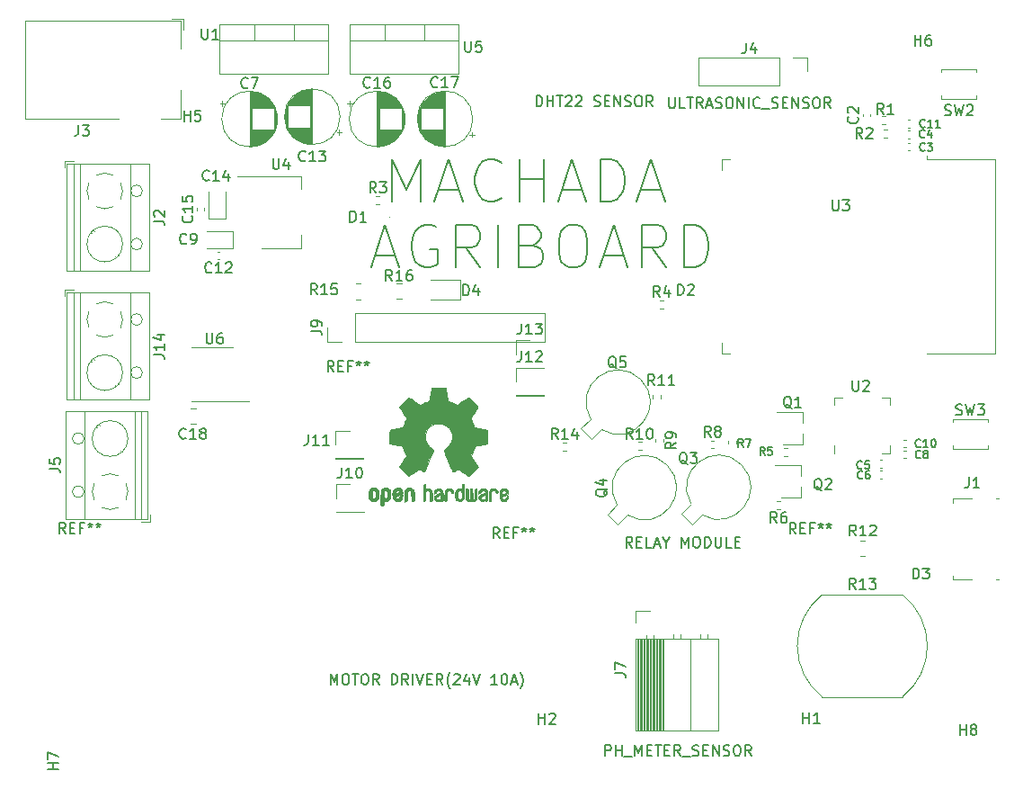
<source format=gbr>
%TF.GenerationSoftware,KiCad,Pcbnew,(5.1.8)-1*%
%TF.CreationDate,2021-07-02T09:49:44+03:00*%
%TF.ProjectId,Automation 101_Agriboard,4175746f-6d61-4746-996f-6e203130315f,rev?*%
%TF.SameCoordinates,Original*%
%TF.FileFunction,Legend,Top*%
%TF.FilePolarity,Positive*%
%FSLAX46Y46*%
G04 Gerber Fmt 4.6, Leading zero omitted, Abs format (unit mm)*
G04 Created by KiCad (PCBNEW (5.1.8)-1) date 2021-07-02 09:49:44*
%MOMM*%
%LPD*%
G01*
G04 APERTURE LIST*
%ADD10C,0.200000*%
%ADD11C,0.150000*%
%ADD12C,0.010000*%
%ADD13C,0.120000*%
%ADD14C,0.100000*%
G04 APERTURE END LIST*
D10*
X88534761Y-48919523D02*
X88534761Y-44919523D01*
X89868095Y-47776666D01*
X91201428Y-44919523D01*
X91201428Y-48919523D01*
X92915714Y-47776666D02*
X94820476Y-47776666D01*
X92534761Y-48919523D02*
X93868095Y-44919523D01*
X95201428Y-48919523D01*
X98820476Y-48538571D02*
X98630000Y-48729047D01*
X98058571Y-48919523D01*
X97677619Y-48919523D01*
X97106190Y-48729047D01*
X96725238Y-48348095D01*
X96534761Y-47967142D01*
X96344285Y-47205238D01*
X96344285Y-46633809D01*
X96534761Y-45871904D01*
X96725238Y-45490952D01*
X97106190Y-45110000D01*
X97677619Y-44919523D01*
X98058571Y-44919523D01*
X98630000Y-45110000D01*
X98820476Y-45300476D01*
X100534761Y-48919523D02*
X100534761Y-44919523D01*
X100534761Y-46824285D02*
X102820476Y-46824285D01*
X102820476Y-48919523D02*
X102820476Y-44919523D01*
X104534761Y-47776666D02*
X106439523Y-47776666D01*
X104153809Y-48919523D02*
X105487142Y-44919523D01*
X106820476Y-48919523D01*
X108153809Y-48919523D02*
X108153809Y-44919523D01*
X109106190Y-44919523D01*
X109677619Y-45110000D01*
X110058571Y-45490952D01*
X110249047Y-45871904D01*
X110439523Y-46633809D01*
X110439523Y-47205238D01*
X110249047Y-47967142D01*
X110058571Y-48348095D01*
X109677619Y-48729047D01*
X109106190Y-48919523D01*
X108153809Y-48919523D01*
X111963333Y-47776666D02*
X113868095Y-47776666D01*
X111582380Y-48919523D02*
X112915714Y-44919523D01*
X114249047Y-48919523D01*
X86915714Y-53976666D02*
X88820476Y-53976666D01*
X86534761Y-55119523D02*
X87868095Y-51119523D01*
X89201428Y-55119523D01*
X92630000Y-51310000D02*
X92249047Y-51119523D01*
X91677619Y-51119523D01*
X91106190Y-51310000D01*
X90725238Y-51690952D01*
X90534761Y-52071904D01*
X90344285Y-52833809D01*
X90344285Y-53405238D01*
X90534761Y-54167142D01*
X90725238Y-54548095D01*
X91106190Y-54929047D01*
X91677619Y-55119523D01*
X92058571Y-55119523D01*
X92630000Y-54929047D01*
X92820476Y-54738571D01*
X92820476Y-53405238D01*
X92058571Y-53405238D01*
X96820476Y-55119523D02*
X95487142Y-53214761D01*
X94534761Y-55119523D02*
X94534761Y-51119523D01*
X96058571Y-51119523D01*
X96439523Y-51310000D01*
X96630000Y-51500476D01*
X96820476Y-51881428D01*
X96820476Y-52452857D01*
X96630000Y-52833809D01*
X96439523Y-53024285D01*
X96058571Y-53214761D01*
X94534761Y-53214761D01*
X98534761Y-55119523D02*
X98534761Y-51119523D01*
X101772857Y-53024285D02*
X102344285Y-53214761D01*
X102534761Y-53405238D01*
X102725238Y-53786190D01*
X102725238Y-54357619D01*
X102534761Y-54738571D01*
X102344285Y-54929047D01*
X101963333Y-55119523D01*
X100439523Y-55119523D01*
X100439523Y-51119523D01*
X101772857Y-51119523D01*
X102153809Y-51310000D01*
X102344285Y-51500476D01*
X102534761Y-51881428D01*
X102534761Y-52262380D01*
X102344285Y-52643333D01*
X102153809Y-52833809D01*
X101772857Y-53024285D01*
X100439523Y-53024285D01*
X105201428Y-51119523D02*
X105963333Y-51119523D01*
X106344285Y-51310000D01*
X106725238Y-51690952D01*
X106915714Y-52452857D01*
X106915714Y-53786190D01*
X106725238Y-54548095D01*
X106344285Y-54929047D01*
X105963333Y-55119523D01*
X105201428Y-55119523D01*
X104820476Y-54929047D01*
X104439523Y-54548095D01*
X104249047Y-53786190D01*
X104249047Y-52452857D01*
X104439523Y-51690952D01*
X104820476Y-51310000D01*
X105201428Y-51119523D01*
X108439523Y-53976666D02*
X110344285Y-53976666D01*
X108058571Y-55119523D02*
X109391904Y-51119523D01*
X110725238Y-55119523D01*
X114344285Y-55119523D02*
X113010952Y-53214761D01*
X112058571Y-55119523D02*
X112058571Y-51119523D01*
X113582380Y-51119523D01*
X113963333Y-51310000D01*
X114153809Y-51500476D01*
X114344285Y-51881428D01*
X114344285Y-52452857D01*
X114153809Y-52833809D01*
X113963333Y-53024285D01*
X113582380Y-53214761D01*
X112058571Y-53214761D01*
X116058571Y-55119523D02*
X116058571Y-51119523D01*
X117010952Y-51119523D01*
X117582380Y-51310000D01*
X117963333Y-51690952D01*
X118153809Y-52071904D01*
X118344285Y-52833809D01*
X118344285Y-53405238D01*
X118153809Y-54167142D01*
X117963333Y-54548095D01*
X117582380Y-54929047D01*
X117010952Y-55119523D01*
X116058571Y-55119523D01*
D11*
X111158095Y-81462380D02*
X110824761Y-80986190D01*
X110586666Y-81462380D02*
X110586666Y-80462380D01*
X110967619Y-80462380D01*
X111062857Y-80510000D01*
X111110476Y-80557619D01*
X111158095Y-80652857D01*
X111158095Y-80795714D01*
X111110476Y-80890952D01*
X111062857Y-80938571D01*
X110967619Y-80986190D01*
X110586666Y-80986190D01*
X111586666Y-80938571D02*
X111920000Y-80938571D01*
X112062857Y-81462380D02*
X111586666Y-81462380D01*
X111586666Y-80462380D01*
X112062857Y-80462380D01*
X112967619Y-81462380D02*
X112491428Y-81462380D01*
X112491428Y-80462380D01*
X113253333Y-81176666D02*
X113729523Y-81176666D01*
X113158095Y-81462380D02*
X113491428Y-80462380D01*
X113824761Y-81462380D01*
X114348571Y-80986190D02*
X114348571Y-81462380D01*
X114015238Y-80462380D02*
X114348571Y-80986190D01*
X114681904Y-80462380D01*
X115777142Y-81462380D02*
X115777142Y-80462380D01*
X116110476Y-81176666D01*
X116443809Y-80462380D01*
X116443809Y-81462380D01*
X117110476Y-80462380D02*
X117300952Y-80462380D01*
X117396190Y-80510000D01*
X117491428Y-80605238D01*
X117539047Y-80795714D01*
X117539047Y-81129047D01*
X117491428Y-81319523D01*
X117396190Y-81414761D01*
X117300952Y-81462380D01*
X117110476Y-81462380D01*
X117015238Y-81414761D01*
X116920000Y-81319523D01*
X116872380Y-81129047D01*
X116872380Y-80795714D01*
X116920000Y-80605238D01*
X117015238Y-80510000D01*
X117110476Y-80462380D01*
X117967619Y-81462380D02*
X117967619Y-80462380D01*
X118205714Y-80462380D01*
X118348571Y-80510000D01*
X118443809Y-80605238D01*
X118491428Y-80700476D01*
X118539047Y-80890952D01*
X118539047Y-81033809D01*
X118491428Y-81224285D01*
X118443809Y-81319523D01*
X118348571Y-81414761D01*
X118205714Y-81462380D01*
X117967619Y-81462380D01*
X118967619Y-80462380D02*
X118967619Y-81271904D01*
X119015238Y-81367142D01*
X119062857Y-81414761D01*
X119158095Y-81462380D01*
X119348571Y-81462380D01*
X119443809Y-81414761D01*
X119491428Y-81367142D01*
X119539047Y-81271904D01*
X119539047Y-80462380D01*
X120491428Y-81462380D02*
X120015238Y-81462380D01*
X120015238Y-80462380D01*
X120824761Y-80938571D02*
X121158095Y-80938571D01*
X121300952Y-81462380D02*
X120824761Y-81462380D01*
X120824761Y-80462380D01*
X121300952Y-80462380D01*
X108592857Y-101062380D02*
X108592857Y-100062380D01*
X108973809Y-100062380D01*
X109069047Y-100110000D01*
X109116666Y-100157619D01*
X109164285Y-100252857D01*
X109164285Y-100395714D01*
X109116666Y-100490952D01*
X109069047Y-100538571D01*
X108973809Y-100586190D01*
X108592857Y-100586190D01*
X109592857Y-101062380D02*
X109592857Y-100062380D01*
X109592857Y-100538571D02*
X110164285Y-100538571D01*
X110164285Y-101062380D02*
X110164285Y-100062380D01*
X110402380Y-101157619D02*
X111164285Y-101157619D01*
X111402380Y-101062380D02*
X111402380Y-100062380D01*
X111735714Y-100776666D01*
X112069047Y-100062380D01*
X112069047Y-101062380D01*
X112545238Y-100538571D02*
X112878571Y-100538571D01*
X113021428Y-101062380D02*
X112545238Y-101062380D01*
X112545238Y-100062380D01*
X113021428Y-100062380D01*
X113307142Y-100062380D02*
X113878571Y-100062380D01*
X113592857Y-101062380D02*
X113592857Y-100062380D01*
X114211904Y-100538571D02*
X114545238Y-100538571D01*
X114688095Y-101062380D02*
X114211904Y-101062380D01*
X114211904Y-100062380D01*
X114688095Y-100062380D01*
X115688095Y-101062380D02*
X115354761Y-100586190D01*
X115116666Y-101062380D02*
X115116666Y-100062380D01*
X115497619Y-100062380D01*
X115592857Y-100110000D01*
X115640476Y-100157619D01*
X115688095Y-100252857D01*
X115688095Y-100395714D01*
X115640476Y-100490952D01*
X115592857Y-100538571D01*
X115497619Y-100586190D01*
X115116666Y-100586190D01*
X115878571Y-101157619D02*
X116640476Y-101157619D01*
X116830952Y-101014761D02*
X116973809Y-101062380D01*
X117211904Y-101062380D01*
X117307142Y-101014761D01*
X117354761Y-100967142D01*
X117402380Y-100871904D01*
X117402380Y-100776666D01*
X117354761Y-100681428D01*
X117307142Y-100633809D01*
X117211904Y-100586190D01*
X117021428Y-100538571D01*
X116926190Y-100490952D01*
X116878571Y-100443333D01*
X116830952Y-100348095D01*
X116830952Y-100252857D01*
X116878571Y-100157619D01*
X116926190Y-100110000D01*
X117021428Y-100062380D01*
X117259523Y-100062380D01*
X117402380Y-100110000D01*
X117830952Y-100538571D02*
X118164285Y-100538571D01*
X118307142Y-101062380D02*
X117830952Y-101062380D01*
X117830952Y-100062380D01*
X118307142Y-100062380D01*
X118735714Y-101062380D02*
X118735714Y-100062380D01*
X119307142Y-101062380D01*
X119307142Y-100062380D01*
X119735714Y-101014761D02*
X119878571Y-101062380D01*
X120116666Y-101062380D01*
X120211904Y-101014761D01*
X120259523Y-100967142D01*
X120307142Y-100871904D01*
X120307142Y-100776666D01*
X120259523Y-100681428D01*
X120211904Y-100633809D01*
X120116666Y-100586190D01*
X119926190Y-100538571D01*
X119830952Y-100490952D01*
X119783333Y-100443333D01*
X119735714Y-100348095D01*
X119735714Y-100252857D01*
X119783333Y-100157619D01*
X119830952Y-100110000D01*
X119926190Y-100062380D01*
X120164285Y-100062380D01*
X120307142Y-100110000D01*
X120926190Y-100062380D02*
X121116666Y-100062380D01*
X121211904Y-100110000D01*
X121307142Y-100205238D01*
X121354761Y-100395714D01*
X121354761Y-100729047D01*
X121307142Y-100919523D01*
X121211904Y-101014761D01*
X121116666Y-101062380D01*
X120926190Y-101062380D01*
X120830952Y-101014761D01*
X120735714Y-100919523D01*
X120688095Y-100729047D01*
X120688095Y-100395714D01*
X120735714Y-100205238D01*
X120830952Y-100110000D01*
X120926190Y-100062380D01*
X122354761Y-101062380D02*
X122021428Y-100586190D01*
X121783333Y-101062380D02*
X121783333Y-100062380D01*
X122164285Y-100062380D01*
X122259523Y-100110000D01*
X122307142Y-100157619D01*
X122354761Y-100252857D01*
X122354761Y-100395714D01*
X122307142Y-100490952D01*
X122259523Y-100538571D01*
X122164285Y-100586190D01*
X121783333Y-100586190D01*
X102127619Y-39942380D02*
X102127619Y-38942380D01*
X102365714Y-38942380D01*
X102508571Y-38990000D01*
X102603809Y-39085238D01*
X102651428Y-39180476D01*
X102699047Y-39370952D01*
X102699047Y-39513809D01*
X102651428Y-39704285D01*
X102603809Y-39799523D01*
X102508571Y-39894761D01*
X102365714Y-39942380D01*
X102127619Y-39942380D01*
X103127619Y-39942380D02*
X103127619Y-38942380D01*
X103127619Y-39418571D02*
X103699047Y-39418571D01*
X103699047Y-39942380D02*
X103699047Y-38942380D01*
X104032380Y-38942380D02*
X104603809Y-38942380D01*
X104318095Y-39942380D02*
X104318095Y-38942380D01*
X104889523Y-39037619D02*
X104937142Y-38990000D01*
X105032380Y-38942380D01*
X105270476Y-38942380D01*
X105365714Y-38990000D01*
X105413333Y-39037619D01*
X105460952Y-39132857D01*
X105460952Y-39228095D01*
X105413333Y-39370952D01*
X104841904Y-39942380D01*
X105460952Y-39942380D01*
X105841904Y-39037619D02*
X105889523Y-38990000D01*
X105984761Y-38942380D01*
X106222857Y-38942380D01*
X106318095Y-38990000D01*
X106365714Y-39037619D01*
X106413333Y-39132857D01*
X106413333Y-39228095D01*
X106365714Y-39370952D01*
X105794285Y-39942380D01*
X106413333Y-39942380D01*
X107556190Y-39894761D02*
X107699047Y-39942380D01*
X107937142Y-39942380D01*
X108032380Y-39894761D01*
X108080000Y-39847142D01*
X108127619Y-39751904D01*
X108127619Y-39656666D01*
X108080000Y-39561428D01*
X108032380Y-39513809D01*
X107937142Y-39466190D01*
X107746666Y-39418571D01*
X107651428Y-39370952D01*
X107603809Y-39323333D01*
X107556190Y-39228095D01*
X107556190Y-39132857D01*
X107603809Y-39037619D01*
X107651428Y-38990000D01*
X107746666Y-38942380D01*
X107984761Y-38942380D01*
X108127619Y-38990000D01*
X108556190Y-39418571D02*
X108889523Y-39418571D01*
X109032380Y-39942380D02*
X108556190Y-39942380D01*
X108556190Y-38942380D01*
X109032380Y-38942380D01*
X109460952Y-39942380D02*
X109460952Y-38942380D01*
X110032380Y-39942380D01*
X110032380Y-38942380D01*
X110460952Y-39894761D02*
X110603809Y-39942380D01*
X110841904Y-39942380D01*
X110937142Y-39894761D01*
X110984761Y-39847142D01*
X111032380Y-39751904D01*
X111032380Y-39656666D01*
X110984761Y-39561428D01*
X110937142Y-39513809D01*
X110841904Y-39466190D01*
X110651428Y-39418571D01*
X110556190Y-39370952D01*
X110508571Y-39323333D01*
X110460952Y-39228095D01*
X110460952Y-39132857D01*
X110508571Y-39037619D01*
X110556190Y-38990000D01*
X110651428Y-38942380D01*
X110889523Y-38942380D01*
X111032380Y-38990000D01*
X111651428Y-38942380D02*
X111841904Y-38942380D01*
X111937142Y-38990000D01*
X112032380Y-39085238D01*
X112080000Y-39275714D01*
X112080000Y-39609047D01*
X112032380Y-39799523D01*
X111937142Y-39894761D01*
X111841904Y-39942380D01*
X111651428Y-39942380D01*
X111556190Y-39894761D01*
X111460952Y-39799523D01*
X111413333Y-39609047D01*
X111413333Y-39275714D01*
X111460952Y-39085238D01*
X111556190Y-38990000D01*
X111651428Y-38942380D01*
X113080000Y-39942380D02*
X112746666Y-39466190D01*
X112508571Y-39942380D02*
X112508571Y-38942380D01*
X112889523Y-38942380D01*
X112984761Y-38990000D01*
X113032380Y-39037619D01*
X113080000Y-39132857D01*
X113080000Y-39275714D01*
X113032380Y-39370952D01*
X112984761Y-39418571D01*
X112889523Y-39466190D01*
X112508571Y-39466190D01*
X114594761Y-39102380D02*
X114594761Y-39911904D01*
X114642380Y-40007142D01*
X114690000Y-40054761D01*
X114785238Y-40102380D01*
X114975714Y-40102380D01*
X115070952Y-40054761D01*
X115118571Y-40007142D01*
X115166190Y-39911904D01*
X115166190Y-39102380D01*
X116118571Y-40102380D02*
X115642380Y-40102380D01*
X115642380Y-39102380D01*
X116309047Y-39102380D02*
X116880476Y-39102380D01*
X116594761Y-40102380D02*
X116594761Y-39102380D01*
X117785238Y-40102380D02*
X117451904Y-39626190D01*
X117213809Y-40102380D02*
X117213809Y-39102380D01*
X117594761Y-39102380D01*
X117690000Y-39150000D01*
X117737619Y-39197619D01*
X117785238Y-39292857D01*
X117785238Y-39435714D01*
X117737619Y-39530952D01*
X117690000Y-39578571D01*
X117594761Y-39626190D01*
X117213809Y-39626190D01*
X118166190Y-39816666D02*
X118642380Y-39816666D01*
X118070952Y-40102380D02*
X118404285Y-39102380D01*
X118737619Y-40102380D01*
X119023333Y-40054761D02*
X119166190Y-40102380D01*
X119404285Y-40102380D01*
X119499523Y-40054761D01*
X119547142Y-40007142D01*
X119594761Y-39911904D01*
X119594761Y-39816666D01*
X119547142Y-39721428D01*
X119499523Y-39673809D01*
X119404285Y-39626190D01*
X119213809Y-39578571D01*
X119118571Y-39530952D01*
X119070952Y-39483333D01*
X119023333Y-39388095D01*
X119023333Y-39292857D01*
X119070952Y-39197619D01*
X119118571Y-39150000D01*
X119213809Y-39102380D01*
X119451904Y-39102380D01*
X119594761Y-39150000D01*
X120213809Y-39102380D02*
X120404285Y-39102380D01*
X120499523Y-39150000D01*
X120594761Y-39245238D01*
X120642380Y-39435714D01*
X120642380Y-39769047D01*
X120594761Y-39959523D01*
X120499523Y-40054761D01*
X120404285Y-40102380D01*
X120213809Y-40102380D01*
X120118571Y-40054761D01*
X120023333Y-39959523D01*
X119975714Y-39769047D01*
X119975714Y-39435714D01*
X120023333Y-39245238D01*
X120118571Y-39150000D01*
X120213809Y-39102380D01*
X121070952Y-40102380D02*
X121070952Y-39102380D01*
X121642380Y-40102380D01*
X121642380Y-39102380D01*
X122118571Y-40102380D02*
X122118571Y-39102380D01*
X123166190Y-40007142D02*
X123118571Y-40054761D01*
X122975714Y-40102380D01*
X122880476Y-40102380D01*
X122737619Y-40054761D01*
X122642380Y-39959523D01*
X122594761Y-39864285D01*
X122547142Y-39673809D01*
X122547142Y-39530952D01*
X122594761Y-39340476D01*
X122642380Y-39245238D01*
X122737619Y-39150000D01*
X122880476Y-39102380D01*
X122975714Y-39102380D01*
X123118571Y-39150000D01*
X123166190Y-39197619D01*
X123356666Y-40197619D02*
X124118571Y-40197619D01*
X124309047Y-40054761D02*
X124451904Y-40102380D01*
X124690000Y-40102380D01*
X124785238Y-40054761D01*
X124832857Y-40007142D01*
X124880476Y-39911904D01*
X124880476Y-39816666D01*
X124832857Y-39721428D01*
X124785238Y-39673809D01*
X124690000Y-39626190D01*
X124499523Y-39578571D01*
X124404285Y-39530952D01*
X124356666Y-39483333D01*
X124309047Y-39388095D01*
X124309047Y-39292857D01*
X124356666Y-39197619D01*
X124404285Y-39150000D01*
X124499523Y-39102380D01*
X124737619Y-39102380D01*
X124880476Y-39150000D01*
X125309047Y-39578571D02*
X125642380Y-39578571D01*
X125785238Y-40102380D02*
X125309047Y-40102380D01*
X125309047Y-39102380D01*
X125785238Y-39102380D01*
X126213809Y-40102380D02*
X126213809Y-39102380D01*
X126785238Y-40102380D01*
X126785238Y-39102380D01*
X127213809Y-40054761D02*
X127356666Y-40102380D01*
X127594761Y-40102380D01*
X127690000Y-40054761D01*
X127737619Y-40007142D01*
X127785238Y-39911904D01*
X127785238Y-39816666D01*
X127737619Y-39721428D01*
X127690000Y-39673809D01*
X127594761Y-39626190D01*
X127404285Y-39578571D01*
X127309047Y-39530952D01*
X127261428Y-39483333D01*
X127213809Y-39388095D01*
X127213809Y-39292857D01*
X127261428Y-39197619D01*
X127309047Y-39150000D01*
X127404285Y-39102380D01*
X127642380Y-39102380D01*
X127785238Y-39150000D01*
X128404285Y-39102380D02*
X128594761Y-39102380D01*
X128690000Y-39150000D01*
X128785238Y-39245238D01*
X128832857Y-39435714D01*
X128832857Y-39769047D01*
X128785238Y-39959523D01*
X128690000Y-40054761D01*
X128594761Y-40102380D01*
X128404285Y-40102380D01*
X128309047Y-40054761D01*
X128213809Y-39959523D01*
X128166190Y-39769047D01*
X128166190Y-39435714D01*
X128213809Y-39245238D01*
X128309047Y-39150000D01*
X128404285Y-39102380D01*
X129832857Y-40102380D02*
X129499523Y-39626190D01*
X129261428Y-40102380D02*
X129261428Y-39102380D01*
X129642380Y-39102380D01*
X129737619Y-39150000D01*
X129785238Y-39197619D01*
X129832857Y-39292857D01*
X129832857Y-39435714D01*
X129785238Y-39530952D01*
X129737619Y-39578571D01*
X129642380Y-39626190D01*
X129261428Y-39626190D01*
X82728571Y-94362380D02*
X82728571Y-93362380D01*
X83061904Y-94076666D01*
X83395238Y-93362380D01*
X83395238Y-94362380D01*
X84061904Y-93362380D02*
X84252380Y-93362380D01*
X84347619Y-93410000D01*
X84442857Y-93505238D01*
X84490476Y-93695714D01*
X84490476Y-94029047D01*
X84442857Y-94219523D01*
X84347619Y-94314761D01*
X84252380Y-94362380D01*
X84061904Y-94362380D01*
X83966666Y-94314761D01*
X83871428Y-94219523D01*
X83823809Y-94029047D01*
X83823809Y-93695714D01*
X83871428Y-93505238D01*
X83966666Y-93410000D01*
X84061904Y-93362380D01*
X84776190Y-93362380D02*
X85347619Y-93362380D01*
X85061904Y-94362380D02*
X85061904Y-93362380D01*
X85871428Y-93362380D02*
X86061904Y-93362380D01*
X86157142Y-93410000D01*
X86252380Y-93505238D01*
X86300000Y-93695714D01*
X86300000Y-94029047D01*
X86252380Y-94219523D01*
X86157142Y-94314761D01*
X86061904Y-94362380D01*
X85871428Y-94362380D01*
X85776190Y-94314761D01*
X85680952Y-94219523D01*
X85633333Y-94029047D01*
X85633333Y-93695714D01*
X85680952Y-93505238D01*
X85776190Y-93410000D01*
X85871428Y-93362380D01*
X87300000Y-94362380D02*
X86966666Y-93886190D01*
X86728571Y-94362380D02*
X86728571Y-93362380D01*
X87109523Y-93362380D01*
X87204761Y-93410000D01*
X87252380Y-93457619D01*
X87300000Y-93552857D01*
X87300000Y-93695714D01*
X87252380Y-93790952D01*
X87204761Y-93838571D01*
X87109523Y-93886190D01*
X86728571Y-93886190D01*
X88490476Y-94362380D02*
X88490476Y-93362380D01*
X88728571Y-93362380D01*
X88871428Y-93410000D01*
X88966666Y-93505238D01*
X89014285Y-93600476D01*
X89061904Y-93790952D01*
X89061904Y-93933809D01*
X89014285Y-94124285D01*
X88966666Y-94219523D01*
X88871428Y-94314761D01*
X88728571Y-94362380D01*
X88490476Y-94362380D01*
X90061904Y-94362380D02*
X89728571Y-93886190D01*
X89490476Y-94362380D02*
X89490476Y-93362380D01*
X89871428Y-93362380D01*
X89966666Y-93410000D01*
X90014285Y-93457619D01*
X90061904Y-93552857D01*
X90061904Y-93695714D01*
X90014285Y-93790952D01*
X89966666Y-93838571D01*
X89871428Y-93886190D01*
X89490476Y-93886190D01*
X90490476Y-94362380D02*
X90490476Y-93362380D01*
X90823809Y-93362380D02*
X91157142Y-94362380D01*
X91490476Y-93362380D01*
X91823809Y-93838571D02*
X92157142Y-93838571D01*
X92300000Y-94362380D02*
X91823809Y-94362380D01*
X91823809Y-93362380D01*
X92300000Y-93362380D01*
X93300000Y-94362380D02*
X92966666Y-93886190D01*
X92728571Y-94362380D02*
X92728571Y-93362380D01*
X93109523Y-93362380D01*
X93204761Y-93410000D01*
X93252380Y-93457619D01*
X93300000Y-93552857D01*
X93300000Y-93695714D01*
X93252380Y-93790952D01*
X93204761Y-93838571D01*
X93109523Y-93886190D01*
X92728571Y-93886190D01*
X94014285Y-94743333D02*
X93966666Y-94695714D01*
X93871428Y-94552857D01*
X93823809Y-94457619D01*
X93776190Y-94314761D01*
X93728571Y-94076666D01*
X93728571Y-93886190D01*
X93776190Y-93648095D01*
X93823809Y-93505238D01*
X93871428Y-93410000D01*
X93966666Y-93267142D01*
X94014285Y-93219523D01*
X94347619Y-93457619D02*
X94395238Y-93410000D01*
X94490476Y-93362380D01*
X94728571Y-93362380D01*
X94823809Y-93410000D01*
X94871428Y-93457619D01*
X94919047Y-93552857D01*
X94919047Y-93648095D01*
X94871428Y-93790952D01*
X94300000Y-94362380D01*
X94919047Y-94362380D01*
X95776190Y-93695714D02*
X95776190Y-94362380D01*
X95538095Y-93314761D02*
X95300000Y-94029047D01*
X95919047Y-94029047D01*
X96157142Y-93362380D02*
X96490476Y-94362380D01*
X96823809Y-93362380D01*
X98442857Y-94362380D02*
X97871428Y-94362380D01*
X98157142Y-94362380D02*
X98157142Y-93362380D01*
X98061904Y-93505238D01*
X97966666Y-93600476D01*
X97871428Y-93648095D01*
X99061904Y-93362380D02*
X99157142Y-93362380D01*
X99252380Y-93410000D01*
X99300000Y-93457619D01*
X99347619Y-93552857D01*
X99395238Y-93743333D01*
X99395238Y-93981428D01*
X99347619Y-94171904D01*
X99300000Y-94267142D01*
X99252380Y-94314761D01*
X99157142Y-94362380D01*
X99061904Y-94362380D01*
X98966666Y-94314761D01*
X98919047Y-94267142D01*
X98871428Y-94171904D01*
X98823809Y-93981428D01*
X98823809Y-93743333D01*
X98871428Y-93552857D01*
X98919047Y-93457619D01*
X98966666Y-93410000D01*
X99061904Y-93362380D01*
X99776190Y-94076666D02*
X100252380Y-94076666D01*
X99680952Y-94362380D02*
X100014285Y-93362380D01*
X100347619Y-94362380D01*
X100585714Y-94743333D02*
X100633333Y-94695714D01*
X100728571Y-94552857D01*
X100776190Y-94457619D01*
X100823809Y-94314761D01*
X100871428Y-94076666D01*
X100871428Y-93886190D01*
X100823809Y-93648095D01*
X100776190Y-93505238D01*
X100728571Y-93410000D01*
X100633333Y-93267142D01*
X100585714Y-93219523D01*
D12*
%TO.C,REF\u002A\u002A*%
G36*
X88081900Y-75831903D02*
G01*
X88193450Y-75887522D01*
X88291908Y-75989931D01*
X88319023Y-76027864D01*
X88348562Y-76077500D01*
X88367728Y-76131412D01*
X88378693Y-76203364D01*
X88383629Y-76307122D01*
X88384713Y-76444101D01*
X88379818Y-76631815D01*
X88362804Y-76772758D01*
X88330177Y-76877908D01*
X88278442Y-76958243D01*
X88204104Y-77024741D01*
X88198642Y-77028678D01*
X88125380Y-77068953D01*
X88037160Y-77088880D01*
X87924962Y-77093793D01*
X87742567Y-77093793D01*
X87742491Y-77270857D01*
X87740793Y-77369470D01*
X87730450Y-77427314D01*
X87703422Y-77462006D01*
X87651668Y-77491164D01*
X87639239Y-77497121D01*
X87581077Y-77525039D01*
X87536044Y-77542672D01*
X87502559Y-77544194D01*
X87479038Y-77523781D01*
X87463900Y-77475607D01*
X87455563Y-77393846D01*
X87452444Y-77272672D01*
X87452960Y-77106260D01*
X87455529Y-76888785D01*
X87456332Y-76823736D01*
X87459222Y-76599502D01*
X87461812Y-76452821D01*
X87742414Y-76452821D01*
X87743991Y-76577326D01*
X87751000Y-76658787D01*
X87766858Y-76712515D01*
X87794981Y-76753823D01*
X87814075Y-76773971D01*
X87892135Y-76832921D01*
X87961247Y-76837720D01*
X88032560Y-76789038D01*
X88034368Y-76787241D01*
X88063383Y-76749618D01*
X88081033Y-76698484D01*
X88089936Y-76619738D01*
X88092709Y-76499276D01*
X88092759Y-76472588D01*
X88086058Y-76306583D01*
X88064248Y-76191505D01*
X88024765Y-76121254D01*
X87965044Y-76089729D01*
X87930528Y-76086552D01*
X87848611Y-76101460D01*
X87792421Y-76150548D01*
X87758598Y-76240362D01*
X87743780Y-76377445D01*
X87742414Y-76452821D01*
X87461812Y-76452821D01*
X87462287Y-76425952D01*
X87466247Y-76295382D01*
X87471826Y-76200087D01*
X87479746Y-76132364D01*
X87490731Y-76084507D01*
X87505501Y-76048813D01*
X87524782Y-76017578D01*
X87533049Y-76005824D01*
X87642712Y-75894797D01*
X87781365Y-75831847D01*
X87941754Y-75814297D01*
X88081900Y-75831903D01*
G37*
X88081900Y-75831903D02*
X88193450Y-75887522D01*
X88291908Y-75989931D01*
X88319023Y-76027864D01*
X88348562Y-76077500D01*
X88367728Y-76131412D01*
X88378693Y-76203364D01*
X88383629Y-76307122D01*
X88384713Y-76444101D01*
X88379818Y-76631815D01*
X88362804Y-76772758D01*
X88330177Y-76877908D01*
X88278442Y-76958243D01*
X88204104Y-77024741D01*
X88198642Y-77028678D01*
X88125380Y-77068953D01*
X88037160Y-77088880D01*
X87924962Y-77093793D01*
X87742567Y-77093793D01*
X87742491Y-77270857D01*
X87740793Y-77369470D01*
X87730450Y-77427314D01*
X87703422Y-77462006D01*
X87651668Y-77491164D01*
X87639239Y-77497121D01*
X87581077Y-77525039D01*
X87536044Y-77542672D01*
X87502559Y-77544194D01*
X87479038Y-77523781D01*
X87463900Y-77475607D01*
X87455563Y-77393846D01*
X87452444Y-77272672D01*
X87452960Y-77106260D01*
X87455529Y-76888785D01*
X87456332Y-76823736D01*
X87459222Y-76599502D01*
X87461812Y-76452821D01*
X87742414Y-76452821D01*
X87743991Y-76577326D01*
X87751000Y-76658787D01*
X87766858Y-76712515D01*
X87794981Y-76753823D01*
X87814075Y-76773971D01*
X87892135Y-76832921D01*
X87961247Y-76837720D01*
X88032560Y-76789038D01*
X88034368Y-76787241D01*
X88063383Y-76749618D01*
X88081033Y-76698484D01*
X88089936Y-76619738D01*
X88092709Y-76499276D01*
X88092759Y-76472588D01*
X88086058Y-76306583D01*
X88064248Y-76191505D01*
X88024765Y-76121254D01*
X87965044Y-76089729D01*
X87930528Y-76086552D01*
X87848611Y-76101460D01*
X87792421Y-76150548D01*
X87758598Y-76240362D01*
X87743780Y-76377445D01*
X87742414Y-76452821D01*
X87461812Y-76452821D01*
X87462287Y-76425952D01*
X87466247Y-76295382D01*
X87471826Y-76200087D01*
X87479746Y-76132364D01*
X87490731Y-76084507D01*
X87505501Y-76048813D01*
X87524782Y-76017578D01*
X87533049Y-76005824D01*
X87642712Y-75894797D01*
X87781365Y-75831847D01*
X87941754Y-75814297D01*
X88081900Y-75831903D01*
G36*
X90327429Y-75847719D02*
G01*
X90421123Y-75901914D01*
X90486264Y-75955707D01*
X90533907Y-76012066D01*
X90566728Y-76080987D01*
X90587406Y-76172468D01*
X90598620Y-76296506D01*
X90603049Y-76463098D01*
X90603563Y-76582851D01*
X90603563Y-77023659D01*
X90479483Y-77079283D01*
X90355402Y-77134907D01*
X90340805Y-76652095D01*
X90334773Y-76471779D01*
X90328445Y-76340901D01*
X90320606Y-76250511D01*
X90310037Y-76191664D01*
X90295523Y-76155413D01*
X90275848Y-76132810D01*
X90269535Y-76127917D01*
X90173888Y-76089706D01*
X90077207Y-76104827D01*
X90019655Y-76144943D01*
X89996245Y-76173370D01*
X89980039Y-76210672D01*
X89969741Y-76267223D01*
X89964049Y-76353394D01*
X89961664Y-76479558D01*
X89961264Y-76611042D01*
X89961186Y-76775999D01*
X89958361Y-76892761D01*
X89948907Y-76971510D01*
X89928940Y-77022431D01*
X89894576Y-77055706D01*
X89841932Y-77081520D01*
X89771617Y-77108344D01*
X89694820Y-77137542D01*
X89703962Y-76619346D01*
X89707643Y-76432539D01*
X89711950Y-76294490D01*
X89718123Y-76195568D01*
X89727402Y-76126145D01*
X89741027Y-76076590D01*
X89760239Y-76037273D01*
X89783402Y-76002584D01*
X89895152Y-75891770D01*
X90031513Y-75827689D01*
X90179825Y-75812339D01*
X90327429Y-75847719D01*
G37*
X90327429Y-75847719D02*
X90421123Y-75901914D01*
X90486264Y-75955707D01*
X90533907Y-76012066D01*
X90566728Y-76080987D01*
X90587406Y-76172468D01*
X90598620Y-76296506D01*
X90603049Y-76463098D01*
X90603563Y-76582851D01*
X90603563Y-77023659D01*
X90479483Y-77079283D01*
X90355402Y-77134907D01*
X90340805Y-76652095D01*
X90334773Y-76471779D01*
X90328445Y-76340901D01*
X90320606Y-76250511D01*
X90310037Y-76191664D01*
X90295523Y-76155413D01*
X90275848Y-76132810D01*
X90269535Y-76127917D01*
X90173888Y-76089706D01*
X90077207Y-76104827D01*
X90019655Y-76144943D01*
X89996245Y-76173370D01*
X89980039Y-76210672D01*
X89969741Y-76267223D01*
X89964049Y-76353394D01*
X89961664Y-76479558D01*
X89961264Y-76611042D01*
X89961186Y-76775999D01*
X89958361Y-76892761D01*
X89948907Y-76971510D01*
X89928940Y-77022431D01*
X89894576Y-77055706D01*
X89841932Y-77081520D01*
X89771617Y-77108344D01*
X89694820Y-77137542D01*
X89703962Y-76619346D01*
X89707643Y-76432539D01*
X89711950Y-76294490D01*
X89718123Y-76195568D01*
X89727402Y-76126145D01*
X89741027Y-76076590D01*
X89760239Y-76037273D01*
X89783402Y-76002584D01*
X89895152Y-75891770D01*
X90031513Y-75827689D01*
X90179825Y-75812339D01*
X90327429Y-75847719D01*
G36*
X86958221Y-75836015D02*
G01*
X87095061Y-75907968D01*
X87196051Y-76023766D01*
X87231925Y-76098213D01*
X87259839Y-76209992D01*
X87274129Y-76351227D01*
X87275484Y-76505371D01*
X87264595Y-76655879D01*
X87242153Y-76786205D01*
X87208850Y-76879803D01*
X87198615Y-76895922D01*
X87077382Y-77016249D01*
X86933387Y-77088317D01*
X86777139Y-77109408D01*
X86619148Y-77076802D01*
X86575180Y-77057253D01*
X86489556Y-76997012D01*
X86414408Y-76917135D01*
X86407306Y-76907004D01*
X86378439Y-76858181D01*
X86359357Y-76805990D01*
X86348084Y-76737285D01*
X86342645Y-76638918D01*
X86341062Y-76497744D01*
X86341035Y-76466092D01*
X86341107Y-76456019D01*
X86632989Y-76456019D01*
X86634687Y-76589256D01*
X86641372Y-76677674D01*
X86655425Y-76734785D01*
X86679229Y-76774102D01*
X86691379Y-76787241D01*
X86761236Y-76837172D01*
X86829059Y-76834895D01*
X86897635Y-76791584D01*
X86938535Y-76745346D01*
X86962758Y-76677857D01*
X86976361Y-76571433D01*
X86977294Y-76559020D01*
X86979616Y-76366147D01*
X86955350Y-76222900D01*
X86904824Y-76130160D01*
X86828368Y-76088807D01*
X86801076Y-76086552D01*
X86729411Y-76097893D01*
X86680390Y-76137184D01*
X86650418Y-76212326D01*
X86635899Y-76331222D01*
X86632989Y-76456019D01*
X86341107Y-76456019D01*
X86342122Y-76315659D01*
X86346688Y-76210549D01*
X86356688Y-76137714D01*
X86374079Y-76084108D01*
X86400816Y-76036681D01*
X86406724Y-76027864D01*
X86506032Y-75909007D01*
X86614242Y-75840008D01*
X86745981Y-75812619D01*
X86790717Y-75811281D01*
X86958221Y-75836015D01*
G37*
X86958221Y-75836015D02*
X87095061Y-75907968D01*
X87196051Y-76023766D01*
X87231925Y-76098213D01*
X87259839Y-76209992D01*
X87274129Y-76351227D01*
X87275484Y-76505371D01*
X87264595Y-76655879D01*
X87242153Y-76786205D01*
X87208850Y-76879803D01*
X87198615Y-76895922D01*
X87077382Y-77016249D01*
X86933387Y-77088317D01*
X86777139Y-77109408D01*
X86619148Y-77076802D01*
X86575180Y-77057253D01*
X86489556Y-76997012D01*
X86414408Y-76917135D01*
X86407306Y-76907004D01*
X86378439Y-76858181D01*
X86359357Y-76805990D01*
X86348084Y-76737285D01*
X86342645Y-76638918D01*
X86341062Y-76497744D01*
X86341035Y-76466092D01*
X86341107Y-76456019D01*
X86632989Y-76456019D01*
X86634687Y-76589256D01*
X86641372Y-76677674D01*
X86655425Y-76734785D01*
X86679229Y-76774102D01*
X86691379Y-76787241D01*
X86761236Y-76837172D01*
X86829059Y-76834895D01*
X86897635Y-76791584D01*
X86938535Y-76745346D01*
X86962758Y-76677857D01*
X86976361Y-76571433D01*
X86977294Y-76559020D01*
X86979616Y-76366147D01*
X86955350Y-76222900D01*
X86904824Y-76130160D01*
X86828368Y-76088807D01*
X86801076Y-76086552D01*
X86729411Y-76097893D01*
X86680390Y-76137184D01*
X86650418Y-76212326D01*
X86635899Y-76331222D01*
X86632989Y-76456019D01*
X86341107Y-76456019D01*
X86342122Y-76315659D01*
X86346688Y-76210549D01*
X86356688Y-76137714D01*
X86374079Y-76084108D01*
X86400816Y-76036681D01*
X86406724Y-76027864D01*
X86506032Y-75909007D01*
X86614242Y-75840008D01*
X86745981Y-75812619D01*
X86790717Y-75811281D01*
X86958221Y-75836015D01*
G36*
X89225552Y-75854676D02*
G01*
X89340658Y-75932111D01*
X89429611Y-76043949D01*
X89482749Y-76186265D01*
X89493497Y-76291015D01*
X89492276Y-76334726D01*
X89482056Y-76368194D01*
X89453961Y-76398179D01*
X89399116Y-76431440D01*
X89308645Y-76474738D01*
X89173672Y-76534833D01*
X89172989Y-76535134D01*
X89048751Y-76592037D01*
X88946873Y-76642565D01*
X88877767Y-76681280D01*
X88851846Y-76702740D01*
X88851839Y-76702913D01*
X88874685Y-76749644D01*
X88928109Y-76801154D01*
X88989442Y-76838261D01*
X89020515Y-76845632D01*
X89105289Y-76820138D01*
X89178293Y-76756291D01*
X89213913Y-76686094D01*
X89248180Y-76634343D01*
X89315303Y-76575409D01*
X89394208Y-76524496D01*
X89463821Y-76496809D01*
X89478377Y-76495287D01*
X89494763Y-76520321D01*
X89495750Y-76584311D01*
X89483708Y-76670593D01*
X89461007Y-76762501D01*
X89430014Y-76843369D01*
X89428448Y-76846509D01*
X89335181Y-76976734D01*
X89214304Y-77065311D01*
X89077027Y-77108786D01*
X88934560Y-77103706D01*
X88798112Y-77046616D01*
X88792045Y-77042602D01*
X88684710Y-76945326D01*
X88614132Y-76818409D01*
X88575074Y-76651526D01*
X88569832Y-76604639D01*
X88560548Y-76383329D01*
X88571678Y-76280124D01*
X88851839Y-76280124D01*
X88855479Y-76344503D01*
X88875389Y-76363291D01*
X88925026Y-76349235D01*
X89003267Y-76316009D01*
X89090726Y-76274359D01*
X89092899Y-76273256D01*
X89167030Y-76234265D01*
X89196781Y-76208244D01*
X89189445Y-76180965D01*
X89158553Y-76145121D01*
X89079960Y-76093251D01*
X88995323Y-76089439D01*
X88919403Y-76127189D01*
X88866965Y-76200001D01*
X88851839Y-76280124D01*
X88571678Y-76280124D01*
X88579644Y-76206261D01*
X88628634Y-76065829D01*
X88696836Y-75967447D01*
X88819935Y-75868030D01*
X88955528Y-75818711D01*
X89093955Y-75815568D01*
X89225552Y-75854676D01*
G37*
X89225552Y-75854676D02*
X89340658Y-75932111D01*
X89429611Y-76043949D01*
X89482749Y-76186265D01*
X89493497Y-76291015D01*
X89492276Y-76334726D01*
X89482056Y-76368194D01*
X89453961Y-76398179D01*
X89399116Y-76431440D01*
X89308645Y-76474738D01*
X89173672Y-76534833D01*
X89172989Y-76535134D01*
X89048751Y-76592037D01*
X88946873Y-76642565D01*
X88877767Y-76681280D01*
X88851846Y-76702740D01*
X88851839Y-76702913D01*
X88874685Y-76749644D01*
X88928109Y-76801154D01*
X88989442Y-76838261D01*
X89020515Y-76845632D01*
X89105289Y-76820138D01*
X89178293Y-76756291D01*
X89213913Y-76686094D01*
X89248180Y-76634343D01*
X89315303Y-76575409D01*
X89394208Y-76524496D01*
X89463821Y-76496809D01*
X89478377Y-76495287D01*
X89494763Y-76520321D01*
X89495750Y-76584311D01*
X89483708Y-76670593D01*
X89461007Y-76762501D01*
X89430014Y-76843369D01*
X89428448Y-76846509D01*
X89335181Y-76976734D01*
X89214304Y-77065311D01*
X89077027Y-77108786D01*
X88934560Y-77103706D01*
X88798112Y-77046616D01*
X88792045Y-77042602D01*
X88684710Y-76945326D01*
X88614132Y-76818409D01*
X88575074Y-76651526D01*
X88569832Y-76604639D01*
X88560548Y-76383329D01*
X88571678Y-76280124D01*
X88851839Y-76280124D01*
X88855479Y-76344503D01*
X88875389Y-76363291D01*
X88925026Y-76349235D01*
X89003267Y-76316009D01*
X89090726Y-76274359D01*
X89092899Y-76273256D01*
X89167030Y-76234265D01*
X89196781Y-76208244D01*
X89189445Y-76180965D01*
X89158553Y-76145121D01*
X89079960Y-76093251D01*
X88995323Y-76089439D01*
X88919403Y-76127189D01*
X88866965Y-76200001D01*
X88851839Y-76280124D01*
X88571678Y-76280124D01*
X88579644Y-76206261D01*
X88628634Y-76065829D01*
X88696836Y-75967447D01*
X88819935Y-75868030D01*
X88955528Y-75818711D01*
X89093955Y-75815568D01*
X89225552Y-75854676D01*
G36*
X91654598Y-75693857D02*
G01*
X91663154Y-75813188D01*
X91672981Y-75883506D01*
X91686599Y-75914179D01*
X91706527Y-75914571D01*
X91712989Y-75910910D01*
X91798940Y-75884398D01*
X91910745Y-75885946D01*
X92024414Y-75913199D01*
X92095510Y-75948455D01*
X92168405Y-76004778D01*
X92221693Y-76068519D01*
X92258275Y-76149510D01*
X92281050Y-76257586D01*
X92292919Y-76402580D01*
X92296782Y-76594326D01*
X92296851Y-76631109D01*
X92296897Y-77044288D01*
X92204954Y-77076339D01*
X92139652Y-77098144D01*
X92103824Y-77108297D01*
X92102770Y-77108391D01*
X92099242Y-77080860D01*
X92096239Y-77004923D01*
X92093990Y-76890565D01*
X92092724Y-76747769D01*
X92092529Y-76660951D01*
X92092123Y-76489773D01*
X92090032Y-76367088D01*
X92084947Y-76283000D01*
X92075560Y-76227614D01*
X92060561Y-76191032D01*
X92038642Y-76163359D01*
X92024957Y-76150032D01*
X91930949Y-76096328D01*
X91828364Y-76092307D01*
X91735290Y-76137725D01*
X91718078Y-76154123D01*
X91692832Y-76184957D01*
X91675320Y-76221531D01*
X91664142Y-76274415D01*
X91657896Y-76354177D01*
X91655182Y-76471385D01*
X91654598Y-76632991D01*
X91654598Y-77044288D01*
X91562655Y-77076339D01*
X91497353Y-77098144D01*
X91461525Y-77108297D01*
X91460471Y-77108391D01*
X91457775Y-77080448D01*
X91455345Y-77001630D01*
X91453278Y-76879453D01*
X91451671Y-76721432D01*
X91450623Y-76535083D01*
X91450231Y-76327920D01*
X91450230Y-76318706D01*
X91450230Y-75529020D01*
X91545115Y-75488997D01*
X91640000Y-75448973D01*
X91654598Y-75693857D01*
G37*
X91654598Y-75693857D02*
X91663154Y-75813188D01*
X91672981Y-75883506D01*
X91686599Y-75914179D01*
X91706527Y-75914571D01*
X91712989Y-75910910D01*
X91798940Y-75884398D01*
X91910745Y-75885946D01*
X92024414Y-75913199D01*
X92095510Y-75948455D01*
X92168405Y-76004778D01*
X92221693Y-76068519D01*
X92258275Y-76149510D01*
X92281050Y-76257586D01*
X92292919Y-76402580D01*
X92296782Y-76594326D01*
X92296851Y-76631109D01*
X92296897Y-77044288D01*
X92204954Y-77076339D01*
X92139652Y-77098144D01*
X92103824Y-77108297D01*
X92102770Y-77108391D01*
X92099242Y-77080860D01*
X92096239Y-77004923D01*
X92093990Y-76890565D01*
X92092724Y-76747769D01*
X92092529Y-76660951D01*
X92092123Y-76489773D01*
X92090032Y-76367088D01*
X92084947Y-76283000D01*
X92075560Y-76227614D01*
X92060561Y-76191032D01*
X92038642Y-76163359D01*
X92024957Y-76150032D01*
X91930949Y-76096328D01*
X91828364Y-76092307D01*
X91735290Y-76137725D01*
X91718078Y-76154123D01*
X91692832Y-76184957D01*
X91675320Y-76221531D01*
X91664142Y-76274415D01*
X91657896Y-76354177D01*
X91655182Y-76471385D01*
X91654598Y-76632991D01*
X91654598Y-77044288D01*
X91562655Y-77076339D01*
X91497353Y-77098144D01*
X91461525Y-77108297D01*
X91460471Y-77108391D01*
X91457775Y-77080448D01*
X91455345Y-77001630D01*
X91453278Y-76879453D01*
X91451671Y-76721432D01*
X91450623Y-76535083D01*
X91450231Y-76327920D01*
X91450230Y-76318706D01*
X91450230Y-75529020D01*
X91545115Y-75488997D01*
X91640000Y-75448973D01*
X91654598Y-75693857D01*
G36*
X92989944Y-75894360D02*
G01*
X93104343Y-75936842D01*
X93105652Y-75937658D01*
X93176403Y-75989730D01*
X93228636Y-76050584D01*
X93265371Y-76129887D01*
X93289634Y-76237309D01*
X93304445Y-76382517D01*
X93312829Y-76575179D01*
X93313564Y-76602628D01*
X93324120Y-77016521D01*
X93235291Y-77062456D01*
X93171018Y-77093498D01*
X93132210Y-77108206D01*
X93130415Y-77108391D01*
X93123700Y-77081250D01*
X93118365Y-77008041D01*
X93115083Y-76901081D01*
X93114368Y-76814469D01*
X93114351Y-76674162D01*
X93107937Y-76586051D01*
X93085580Y-76544025D01*
X93037732Y-76541975D01*
X92954849Y-76573790D01*
X92829713Y-76632272D01*
X92737697Y-76680845D01*
X92690371Y-76722986D01*
X92676458Y-76768916D01*
X92676437Y-76771189D01*
X92699395Y-76850311D01*
X92767370Y-76893055D01*
X92871398Y-76899246D01*
X92946330Y-76898172D01*
X92985839Y-76919753D01*
X93010478Y-76971591D01*
X93024659Y-77037632D01*
X93004223Y-77075104D01*
X92996528Y-77080467D01*
X92924083Y-77102006D01*
X92822633Y-77105055D01*
X92718157Y-77090778D01*
X92644125Y-77064688D01*
X92541772Y-76977785D01*
X92483591Y-76856816D01*
X92472069Y-76762308D01*
X92480862Y-76677062D01*
X92512680Y-76607476D01*
X92575684Y-76545672D01*
X92678031Y-76483772D01*
X92827882Y-76413897D01*
X92837012Y-76409948D01*
X92971997Y-76347588D01*
X93055294Y-76296446D01*
X93090997Y-76250488D01*
X93083203Y-76203683D01*
X93036007Y-76149998D01*
X93021894Y-76137644D01*
X92927359Y-76089741D01*
X92829406Y-76091758D01*
X92744097Y-76138724D01*
X92687496Y-76225669D01*
X92682237Y-76242734D01*
X92631023Y-76325504D01*
X92566037Y-76365372D01*
X92472069Y-76404882D01*
X92472069Y-76302658D01*
X92500653Y-76154072D01*
X92585495Y-76017784D01*
X92629645Y-75972191D01*
X92730005Y-75913674D01*
X92857635Y-75887184D01*
X92989944Y-75894360D01*
G37*
X92989944Y-75894360D02*
X93104343Y-75936842D01*
X93105652Y-75937658D01*
X93176403Y-75989730D01*
X93228636Y-76050584D01*
X93265371Y-76129887D01*
X93289634Y-76237309D01*
X93304445Y-76382517D01*
X93312829Y-76575179D01*
X93313564Y-76602628D01*
X93324120Y-77016521D01*
X93235291Y-77062456D01*
X93171018Y-77093498D01*
X93132210Y-77108206D01*
X93130415Y-77108391D01*
X93123700Y-77081250D01*
X93118365Y-77008041D01*
X93115083Y-76901081D01*
X93114368Y-76814469D01*
X93114351Y-76674162D01*
X93107937Y-76586051D01*
X93085580Y-76544025D01*
X93037732Y-76541975D01*
X92954849Y-76573790D01*
X92829713Y-76632272D01*
X92737697Y-76680845D01*
X92690371Y-76722986D01*
X92676458Y-76768916D01*
X92676437Y-76771189D01*
X92699395Y-76850311D01*
X92767370Y-76893055D01*
X92871398Y-76899246D01*
X92946330Y-76898172D01*
X92985839Y-76919753D01*
X93010478Y-76971591D01*
X93024659Y-77037632D01*
X93004223Y-77075104D01*
X92996528Y-77080467D01*
X92924083Y-77102006D01*
X92822633Y-77105055D01*
X92718157Y-77090778D01*
X92644125Y-77064688D01*
X92541772Y-76977785D01*
X92483591Y-76856816D01*
X92472069Y-76762308D01*
X92480862Y-76677062D01*
X92512680Y-76607476D01*
X92575684Y-76545672D01*
X92678031Y-76483772D01*
X92827882Y-76413897D01*
X92837012Y-76409948D01*
X92971997Y-76347588D01*
X93055294Y-76296446D01*
X93090997Y-76250488D01*
X93083203Y-76203683D01*
X93036007Y-76149998D01*
X93021894Y-76137644D01*
X92927359Y-76089741D01*
X92829406Y-76091758D01*
X92744097Y-76138724D01*
X92687496Y-76225669D01*
X92682237Y-76242734D01*
X92631023Y-76325504D01*
X92566037Y-76365372D01*
X92472069Y-76404882D01*
X92472069Y-76302658D01*
X92500653Y-76154072D01*
X92585495Y-76017784D01*
X92629645Y-75972191D01*
X92730005Y-75913674D01*
X92857635Y-75887184D01*
X92989944Y-75894360D01*
G36*
X93975943Y-75891920D02*
G01*
X94108565Y-75940859D01*
X94216010Y-76027419D01*
X94258032Y-76088352D01*
X94303843Y-76200161D01*
X94302891Y-76281006D01*
X94254808Y-76335378D01*
X94237017Y-76344624D01*
X94160204Y-76373450D01*
X94120976Y-76366065D01*
X94107689Y-76317658D01*
X94107012Y-76290920D01*
X94082686Y-76192548D01*
X94019281Y-76123734D01*
X93931154Y-76090498D01*
X93832663Y-76098861D01*
X93752602Y-76142296D01*
X93725561Y-76167072D01*
X93706394Y-76197129D01*
X93693446Y-76242565D01*
X93685064Y-76313476D01*
X93679593Y-76419960D01*
X93675378Y-76572112D01*
X93674287Y-76620287D01*
X93670307Y-76785095D01*
X93665781Y-76901088D01*
X93658995Y-76977833D01*
X93648231Y-77024893D01*
X93631773Y-77051835D01*
X93607906Y-77068223D01*
X93592626Y-77075463D01*
X93527733Y-77100220D01*
X93489534Y-77108391D01*
X93476912Y-77081103D01*
X93469208Y-76998603D01*
X93466380Y-76859941D01*
X93468386Y-76664162D01*
X93469011Y-76633965D01*
X93473421Y-76455349D01*
X93478635Y-76324923D01*
X93486055Y-76232492D01*
X93497082Y-76167858D01*
X93513117Y-76120825D01*
X93535561Y-76081196D01*
X93547302Y-76064215D01*
X93614619Y-75989080D01*
X93689910Y-75930638D01*
X93699128Y-75925536D01*
X93834133Y-75885260D01*
X93975943Y-75891920D01*
G37*
X93975943Y-75891920D02*
X94108565Y-75940859D01*
X94216010Y-76027419D01*
X94258032Y-76088352D01*
X94303843Y-76200161D01*
X94302891Y-76281006D01*
X94254808Y-76335378D01*
X94237017Y-76344624D01*
X94160204Y-76373450D01*
X94120976Y-76366065D01*
X94107689Y-76317658D01*
X94107012Y-76290920D01*
X94082686Y-76192548D01*
X94019281Y-76123734D01*
X93931154Y-76090498D01*
X93832663Y-76098861D01*
X93752602Y-76142296D01*
X93725561Y-76167072D01*
X93706394Y-76197129D01*
X93693446Y-76242565D01*
X93685064Y-76313476D01*
X93679593Y-76419960D01*
X93675378Y-76572112D01*
X93674287Y-76620287D01*
X93670307Y-76785095D01*
X93665781Y-76901088D01*
X93658995Y-76977833D01*
X93648231Y-77024893D01*
X93631773Y-77051835D01*
X93607906Y-77068223D01*
X93592626Y-77075463D01*
X93527733Y-77100220D01*
X93489534Y-77108391D01*
X93476912Y-77081103D01*
X93469208Y-76998603D01*
X93466380Y-76859941D01*
X93468386Y-76664162D01*
X93469011Y-76633965D01*
X93473421Y-76455349D01*
X93478635Y-76324923D01*
X93486055Y-76232492D01*
X93497082Y-76167858D01*
X93513117Y-76120825D01*
X93535561Y-76081196D01*
X93547302Y-76064215D01*
X93614619Y-75989080D01*
X93689910Y-75930638D01*
X93699128Y-75925536D01*
X93834133Y-75885260D01*
X93975943Y-75891920D01*
G36*
X95303914Y-76124455D02*
G01*
X95303543Y-76342661D01*
X95302108Y-76510519D01*
X95299002Y-76636070D01*
X95293622Y-76727355D01*
X95285362Y-76792415D01*
X95273616Y-76839291D01*
X95257781Y-76876024D01*
X95245790Y-76896991D01*
X95146490Y-77010694D01*
X95020588Y-77081965D01*
X94881291Y-77107538D01*
X94741805Y-77084150D01*
X94658743Y-77042119D01*
X94571545Y-76969411D01*
X94512117Y-76880612D01*
X94476261Y-76764320D01*
X94459781Y-76609135D01*
X94457447Y-76495287D01*
X94457761Y-76487106D01*
X94661724Y-76487106D01*
X94662970Y-76617657D01*
X94668678Y-76704080D01*
X94681804Y-76760618D01*
X94705306Y-76801514D01*
X94733386Y-76832362D01*
X94827688Y-76891905D01*
X94928940Y-76896992D01*
X95024636Y-76847279D01*
X95032084Y-76840543D01*
X95063874Y-76805502D01*
X95083808Y-76763811D01*
X95094600Y-76701762D01*
X95098965Y-76605644D01*
X95099655Y-76499379D01*
X95098159Y-76365880D01*
X95091964Y-76276822D01*
X95078514Y-76218293D01*
X95055251Y-76176382D01*
X95036175Y-76154123D01*
X94947563Y-76097985D01*
X94845508Y-76091235D01*
X94748095Y-76134114D01*
X94729296Y-76150032D01*
X94697293Y-76185382D01*
X94677318Y-76227502D01*
X94666593Y-76290251D01*
X94662339Y-76387487D01*
X94661724Y-76487106D01*
X94457761Y-76487106D01*
X94464504Y-76311947D01*
X94488472Y-76174195D01*
X94533548Y-76070632D01*
X94603928Y-75989856D01*
X94658743Y-75948455D01*
X94758376Y-75903728D01*
X94873855Y-75882967D01*
X94981199Y-75888525D01*
X95041264Y-75910943D01*
X95064835Y-75917323D01*
X95080477Y-75893535D01*
X95091395Y-75829788D01*
X95099655Y-75732687D01*
X95108699Y-75624541D01*
X95121261Y-75559475D01*
X95144119Y-75522268D01*
X95184051Y-75497699D01*
X95209138Y-75486819D01*
X95304023Y-75447072D01*
X95303914Y-76124455D01*
G37*
X95303914Y-76124455D02*
X95303543Y-76342661D01*
X95302108Y-76510519D01*
X95299002Y-76636070D01*
X95293622Y-76727355D01*
X95285362Y-76792415D01*
X95273616Y-76839291D01*
X95257781Y-76876024D01*
X95245790Y-76896991D01*
X95146490Y-77010694D01*
X95020588Y-77081965D01*
X94881291Y-77107538D01*
X94741805Y-77084150D01*
X94658743Y-77042119D01*
X94571545Y-76969411D01*
X94512117Y-76880612D01*
X94476261Y-76764320D01*
X94459781Y-76609135D01*
X94457447Y-76495287D01*
X94457761Y-76487106D01*
X94661724Y-76487106D01*
X94662970Y-76617657D01*
X94668678Y-76704080D01*
X94681804Y-76760618D01*
X94705306Y-76801514D01*
X94733386Y-76832362D01*
X94827688Y-76891905D01*
X94928940Y-76896992D01*
X95024636Y-76847279D01*
X95032084Y-76840543D01*
X95063874Y-76805502D01*
X95083808Y-76763811D01*
X95094600Y-76701762D01*
X95098965Y-76605644D01*
X95099655Y-76499379D01*
X95098159Y-76365880D01*
X95091964Y-76276822D01*
X95078514Y-76218293D01*
X95055251Y-76176382D01*
X95036175Y-76154123D01*
X94947563Y-76097985D01*
X94845508Y-76091235D01*
X94748095Y-76134114D01*
X94729296Y-76150032D01*
X94697293Y-76185382D01*
X94677318Y-76227502D01*
X94666593Y-76290251D01*
X94662339Y-76387487D01*
X94661724Y-76487106D01*
X94457761Y-76487106D01*
X94464504Y-76311947D01*
X94488472Y-76174195D01*
X94533548Y-76070632D01*
X94603928Y-75989856D01*
X94658743Y-75948455D01*
X94758376Y-75903728D01*
X94873855Y-75882967D01*
X94981199Y-75888525D01*
X95041264Y-75910943D01*
X95064835Y-75917323D01*
X95080477Y-75893535D01*
X95091395Y-75829788D01*
X95099655Y-75732687D01*
X95108699Y-75624541D01*
X95121261Y-75559475D01*
X95144119Y-75522268D01*
X95184051Y-75497699D01*
X95209138Y-75486819D01*
X95304023Y-75447072D01*
X95303914Y-76124455D01*
G36*
X96490124Y-75909840D02*
G01*
X96494579Y-75986653D01*
X96498071Y-76103391D01*
X96500315Y-76250821D01*
X96501035Y-76405455D01*
X96501035Y-76928727D01*
X96408645Y-77021117D01*
X96344978Y-77078047D01*
X96289089Y-77101107D01*
X96212702Y-77099647D01*
X96182380Y-77095934D01*
X96087610Y-77085126D01*
X96009222Y-77078933D01*
X95990115Y-77078361D01*
X95925699Y-77082102D01*
X95833571Y-77091494D01*
X95797850Y-77095934D01*
X95710114Y-77102801D01*
X95651153Y-77087885D01*
X95592690Y-77041835D01*
X95571585Y-77021117D01*
X95479195Y-76928727D01*
X95479195Y-75949947D01*
X95553558Y-75916066D01*
X95617590Y-75890970D01*
X95655052Y-75882184D01*
X95664657Y-75909950D01*
X95673635Y-75987530D01*
X95681386Y-76106348D01*
X95687314Y-76257828D01*
X95690173Y-76385805D01*
X95698161Y-76889425D01*
X95767848Y-76899278D01*
X95831229Y-76892389D01*
X95862286Y-76870083D01*
X95870967Y-76828379D01*
X95878378Y-76739544D01*
X95883931Y-76614834D01*
X95887036Y-76465507D01*
X95887484Y-76388661D01*
X95887931Y-75946287D01*
X95979874Y-75914235D01*
X96044949Y-75892443D01*
X96080347Y-75882281D01*
X96081368Y-75882184D01*
X96084920Y-75909809D01*
X96088823Y-75986411D01*
X96092751Y-76102579D01*
X96096376Y-76248904D01*
X96098908Y-76385805D01*
X96106897Y-76889425D01*
X96282069Y-76889425D01*
X96290107Y-76429965D01*
X96298146Y-75970505D01*
X96383543Y-75926344D01*
X96446593Y-75896019D01*
X96483910Y-75882258D01*
X96484987Y-75882184D01*
X96490124Y-75909840D01*
G37*
X96490124Y-75909840D02*
X96494579Y-75986653D01*
X96498071Y-76103391D01*
X96500315Y-76250821D01*
X96501035Y-76405455D01*
X96501035Y-76928727D01*
X96408645Y-77021117D01*
X96344978Y-77078047D01*
X96289089Y-77101107D01*
X96212702Y-77099647D01*
X96182380Y-77095934D01*
X96087610Y-77085126D01*
X96009222Y-77078933D01*
X95990115Y-77078361D01*
X95925699Y-77082102D01*
X95833571Y-77091494D01*
X95797850Y-77095934D01*
X95710114Y-77102801D01*
X95651153Y-77087885D01*
X95592690Y-77041835D01*
X95571585Y-77021117D01*
X95479195Y-76928727D01*
X95479195Y-75949947D01*
X95553558Y-75916066D01*
X95617590Y-75890970D01*
X95655052Y-75882184D01*
X95664657Y-75909950D01*
X95673635Y-75987530D01*
X95681386Y-76106348D01*
X95687314Y-76257828D01*
X95690173Y-76385805D01*
X95698161Y-76889425D01*
X95767848Y-76899278D01*
X95831229Y-76892389D01*
X95862286Y-76870083D01*
X95870967Y-76828379D01*
X95878378Y-76739544D01*
X95883931Y-76614834D01*
X95887036Y-76465507D01*
X95887484Y-76388661D01*
X95887931Y-75946287D01*
X95979874Y-75914235D01*
X96044949Y-75892443D01*
X96080347Y-75882281D01*
X96081368Y-75882184D01*
X96084920Y-75909809D01*
X96088823Y-75986411D01*
X96092751Y-76102579D01*
X96096376Y-76248904D01*
X96098908Y-76385805D01*
X96106897Y-76889425D01*
X96282069Y-76889425D01*
X96290107Y-76429965D01*
X96298146Y-75970505D01*
X96383543Y-75926344D01*
X96446593Y-75896019D01*
X96483910Y-75882258D01*
X96484987Y-75882184D01*
X96490124Y-75909840D01*
G36*
X97224406Y-75905156D02*
G01*
X97308469Y-75943393D01*
X97374450Y-75989726D01*
X97422794Y-76041532D01*
X97456172Y-76108363D01*
X97477253Y-76199769D01*
X97488707Y-76325301D01*
X97493203Y-76494508D01*
X97493678Y-76605933D01*
X97493678Y-77040627D01*
X97419316Y-77074509D01*
X97360746Y-77099272D01*
X97331730Y-77108391D01*
X97326179Y-77081257D01*
X97321775Y-77008094D01*
X97319078Y-76901263D01*
X97318506Y-76816437D01*
X97316046Y-76693887D01*
X97309412Y-76596668D01*
X97299726Y-76537134D01*
X97292032Y-76524483D01*
X97240311Y-76537402D01*
X97159117Y-76570539D01*
X97065102Y-76615461D01*
X96974917Y-76663735D01*
X96905215Y-76706928D01*
X96872648Y-76736608D01*
X96872519Y-76736929D01*
X96875320Y-76791857D01*
X96900439Y-76844292D01*
X96944541Y-76886881D01*
X97008909Y-76901126D01*
X97063921Y-76899466D01*
X97141835Y-76898245D01*
X97182732Y-76916498D01*
X97207295Y-76964726D01*
X97210392Y-76973820D01*
X97221040Y-77042598D01*
X97192565Y-77084360D01*
X97118344Y-77104263D01*
X97038168Y-77107944D01*
X96893890Y-77080658D01*
X96819203Y-77041690D01*
X96726963Y-76950148D01*
X96678043Y-76837782D01*
X96673654Y-76719051D01*
X96715001Y-76608411D01*
X96777197Y-76539080D01*
X96839294Y-76500265D01*
X96936895Y-76451125D01*
X97050632Y-76401292D01*
X97069590Y-76393677D01*
X97194521Y-76338545D01*
X97266539Y-76289954D01*
X97289700Y-76241647D01*
X97268064Y-76187370D01*
X97230920Y-76144943D01*
X97143127Y-76092702D01*
X97046530Y-76088784D01*
X96957944Y-76129041D01*
X96894186Y-76209326D01*
X96885817Y-76230040D01*
X96837096Y-76306225D01*
X96765965Y-76362785D01*
X96676207Y-76409201D01*
X96676207Y-76277584D01*
X96681490Y-76197168D01*
X96704142Y-76133786D01*
X96754367Y-76066163D01*
X96802582Y-76014076D01*
X96877554Y-75940322D01*
X96935806Y-75900702D01*
X96998372Y-75884810D01*
X97069193Y-75882184D01*
X97224406Y-75905156D01*
G37*
X97224406Y-75905156D02*
X97308469Y-75943393D01*
X97374450Y-75989726D01*
X97422794Y-76041532D01*
X97456172Y-76108363D01*
X97477253Y-76199769D01*
X97488707Y-76325301D01*
X97493203Y-76494508D01*
X97493678Y-76605933D01*
X97493678Y-77040627D01*
X97419316Y-77074509D01*
X97360746Y-77099272D01*
X97331730Y-77108391D01*
X97326179Y-77081257D01*
X97321775Y-77008094D01*
X97319078Y-76901263D01*
X97318506Y-76816437D01*
X97316046Y-76693887D01*
X97309412Y-76596668D01*
X97299726Y-76537134D01*
X97292032Y-76524483D01*
X97240311Y-76537402D01*
X97159117Y-76570539D01*
X97065102Y-76615461D01*
X96974917Y-76663735D01*
X96905215Y-76706928D01*
X96872648Y-76736608D01*
X96872519Y-76736929D01*
X96875320Y-76791857D01*
X96900439Y-76844292D01*
X96944541Y-76886881D01*
X97008909Y-76901126D01*
X97063921Y-76899466D01*
X97141835Y-76898245D01*
X97182732Y-76916498D01*
X97207295Y-76964726D01*
X97210392Y-76973820D01*
X97221040Y-77042598D01*
X97192565Y-77084360D01*
X97118344Y-77104263D01*
X97038168Y-77107944D01*
X96893890Y-77080658D01*
X96819203Y-77041690D01*
X96726963Y-76950148D01*
X96678043Y-76837782D01*
X96673654Y-76719051D01*
X96715001Y-76608411D01*
X96777197Y-76539080D01*
X96839294Y-76500265D01*
X96936895Y-76451125D01*
X97050632Y-76401292D01*
X97069590Y-76393677D01*
X97194521Y-76338545D01*
X97266539Y-76289954D01*
X97289700Y-76241647D01*
X97268064Y-76187370D01*
X97230920Y-76144943D01*
X97143127Y-76092702D01*
X97046530Y-76088784D01*
X96957944Y-76129041D01*
X96894186Y-76209326D01*
X96885817Y-76230040D01*
X96837096Y-76306225D01*
X96765965Y-76362785D01*
X96676207Y-76409201D01*
X96676207Y-76277584D01*
X96681490Y-76197168D01*
X96704142Y-76133786D01*
X96754367Y-76066163D01*
X96802582Y-76014076D01*
X96877554Y-75940322D01*
X96935806Y-75900702D01*
X96998372Y-75884810D01*
X97069193Y-75882184D01*
X97224406Y-75905156D01*
G36*
X98245690Y-75910018D02*
G01*
X98280585Y-75925269D01*
X98363877Y-75991235D01*
X98435103Y-76086618D01*
X98479153Y-76188406D01*
X98486322Y-76238587D01*
X98462285Y-76308647D01*
X98409561Y-76345717D01*
X98353031Y-76368164D01*
X98327146Y-76372300D01*
X98314542Y-76342283D01*
X98289654Y-76276961D01*
X98278735Y-76247445D01*
X98217508Y-76145348D01*
X98128861Y-76094423D01*
X98015193Y-76095989D01*
X98006774Y-76097994D01*
X97946088Y-76126767D01*
X97901474Y-76182859D01*
X97871002Y-76273163D01*
X97852744Y-76404571D01*
X97844771Y-76583974D01*
X97844023Y-76679433D01*
X97843652Y-76829913D01*
X97841223Y-76932495D01*
X97834760Y-76997672D01*
X97822288Y-77035938D01*
X97801833Y-77057785D01*
X97771419Y-77073707D01*
X97769661Y-77074509D01*
X97711091Y-77099272D01*
X97682075Y-77108391D01*
X97677616Y-77080822D01*
X97673799Y-77004620D01*
X97670899Y-76889541D01*
X97669191Y-76745341D01*
X97668851Y-76639814D01*
X97670588Y-76435613D01*
X97677382Y-76280697D01*
X97691607Y-76166024D01*
X97715638Y-76082551D01*
X97751848Y-76021236D01*
X97802612Y-75973034D01*
X97852739Y-75939393D01*
X97973275Y-75894619D01*
X98113557Y-75884521D01*
X98245690Y-75910018D01*
G37*
X98245690Y-75910018D02*
X98280585Y-75925269D01*
X98363877Y-75991235D01*
X98435103Y-76086618D01*
X98479153Y-76188406D01*
X98486322Y-76238587D01*
X98462285Y-76308647D01*
X98409561Y-76345717D01*
X98353031Y-76368164D01*
X98327146Y-76372300D01*
X98314542Y-76342283D01*
X98289654Y-76276961D01*
X98278735Y-76247445D01*
X98217508Y-76145348D01*
X98128861Y-76094423D01*
X98015193Y-76095989D01*
X98006774Y-76097994D01*
X97946088Y-76126767D01*
X97901474Y-76182859D01*
X97871002Y-76273163D01*
X97852744Y-76404571D01*
X97844771Y-76583974D01*
X97844023Y-76679433D01*
X97843652Y-76829913D01*
X97841223Y-76932495D01*
X97834760Y-76997672D01*
X97822288Y-77035938D01*
X97801833Y-77057785D01*
X97771419Y-77073707D01*
X97769661Y-77074509D01*
X97711091Y-77099272D01*
X97682075Y-77108391D01*
X97677616Y-77080822D01*
X97673799Y-77004620D01*
X97670899Y-76889541D01*
X97669191Y-76745341D01*
X97668851Y-76639814D01*
X97670588Y-76435613D01*
X97677382Y-76280697D01*
X97691607Y-76166024D01*
X97715638Y-76082551D01*
X97751848Y-76021236D01*
X97802612Y-75973034D01*
X97852739Y-75939393D01*
X97973275Y-75894619D01*
X98113557Y-75884521D01*
X98245690Y-75910018D01*
G36*
X99253439Y-75926540D02*
G01*
X99368950Y-76002034D01*
X99424664Y-76069617D01*
X99468804Y-76192255D01*
X99472309Y-76289298D01*
X99464368Y-76419056D01*
X99165115Y-76550039D01*
X99019611Y-76616958D01*
X98924537Y-76670790D01*
X98875101Y-76717416D01*
X98866511Y-76762720D01*
X98893972Y-76812582D01*
X98924253Y-76845632D01*
X99012363Y-76898633D01*
X99108196Y-76902347D01*
X99196212Y-76861041D01*
X99260869Y-76778983D01*
X99272433Y-76750008D01*
X99327825Y-76659509D01*
X99391553Y-76620940D01*
X99478966Y-76587946D01*
X99478966Y-76713034D01*
X99471238Y-76798156D01*
X99440966Y-76869938D01*
X99377518Y-76952356D01*
X99368088Y-76963066D01*
X99297513Y-77036391D01*
X99236847Y-77075742D01*
X99160950Y-77093845D01*
X99098030Y-77099774D01*
X98985487Y-77101251D01*
X98905370Y-77082535D01*
X98855390Y-77054747D01*
X98776838Y-76993641D01*
X98722463Y-76927554D01*
X98688052Y-76844441D01*
X98669388Y-76732254D01*
X98662256Y-76578946D01*
X98661687Y-76501136D01*
X98663622Y-76407853D01*
X98839899Y-76407853D01*
X98841944Y-76457896D01*
X98847039Y-76466092D01*
X98880666Y-76454958D01*
X98953030Y-76425493D01*
X99049747Y-76383601D01*
X99069973Y-76374597D01*
X99192203Y-76312442D01*
X99259547Y-76257815D01*
X99274348Y-76206649D01*
X99238947Y-76154876D01*
X99209711Y-76132000D01*
X99104216Y-76086250D01*
X99005476Y-76093808D01*
X98922812Y-76149651D01*
X98865548Y-76248753D01*
X98847188Y-76327414D01*
X98839899Y-76407853D01*
X98663622Y-76407853D01*
X98665459Y-76319351D01*
X98679359Y-76184853D01*
X98706894Y-76086916D01*
X98751572Y-76014811D01*
X98816901Y-75957813D01*
X98845383Y-75939393D01*
X98974763Y-75891422D01*
X99116412Y-75888403D01*
X99253439Y-75926540D01*
G37*
X99253439Y-75926540D02*
X99368950Y-76002034D01*
X99424664Y-76069617D01*
X99468804Y-76192255D01*
X99472309Y-76289298D01*
X99464368Y-76419056D01*
X99165115Y-76550039D01*
X99019611Y-76616958D01*
X98924537Y-76670790D01*
X98875101Y-76717416D01*
X98866511Y-76762720D01*
X98893972Y-76812582D01*
X98924253Y-76845632D01*
X99012363Y-76898633D01*
X99108196Y-76902347D01*
X99196212Y-76861041D01*
X99260869Y-76778983D01*
X99272433Y-76750008D01*
X99327825Y-76659509D01*
X99391553Y-76620940D01*
X99478966Y-76587946D01*
X99478966Y-76713034D01*
X99471238Y-76798156D01*
X99440966Y-76869938D01*
X99377518Y-76952356D01*
X99368088Y-76963066D01*
X99297513Y-77036391D01*
X99236847Y-77075742D01*
X99160950Y-77093845D01*
X99098030Y-77099774D01*
X98985487Y-77101251D01*
X98905370Y-77082535D01*
X98855390Y-77054747D01*
X98776838Y-76993641D01*
X98722463Y-76927554D01*
X98688052Y-76844441D01*
X98669388Y-76732254D01*
X98662256Y-76578946D01*
X98661687Y-76501136D01*
X98663622Y-76407853D01*
X98839899Y-76407853D01*
X98841944Y-76457896D01*
X98847039Y-76466092D01*
X98880666Y-76454958D01*
X98953030Y-76425493D01*
X99049747Y-76383601D01*
X99069973Y-76374597D01*
X99192203Y-76312442D01*
X99259547Y-76257815D01*
X99274348Y-76206649D01*
X99238947Y-76154876D01*
X99209711Y-76132000D01*
X99104216Y-76086250D01*
X99005476Y-76093808D01*
X98922812Y-76149651D01*
X98865548Y-76248753D01*
X98847188Y-76327414D01*
X98839899Y-76407853D01*
X98663622Y-76407853D01*
X98665459Y-76319351D01*
X98679359Y-76184853D01*
X98706894Y-76086916D01*
X98751572Y-76014811D01*
X98816901Y-75957813D01*
X98845383Y-75939393D01*
X98974763Y-75891422D01*
X99116412Y-75888403D01*
X99253439Y-75926540D01*
G36*
X93119014Y-66422998D02*
G01*
X93277006Y-66423863D01*
X93391347Y-66426205D01*
X93469407Y-66430762D01*
X93518554Y-66438270D01*
X93546159Y-66449466D01*
X93559592Y-66465088D01*
X93566221Y-66485873D01*
X93566865Y-66488563D01*
X93576935Y-66537113D01*
X93595575Y-66632905D01*
X93620845Y-66765743D01*
X93650807Y-66925431D01*
X93683522Y-67101774D01*
X93684664Y-67107967D01*
X93717433Y-67280782D01*
X93748093Y-67433469D01*
X93774664Y-67556871D01*
X93795167Y-67641831D01*
X93807626Y-67679190D01*
X93808220Y-67679852D01*
X93844919Y-67698095D01*
X93920586Y-67728497D01*
X94018878Y-67764493D01*
X94019425Y-67764685D01*
X94143233Y-67811222D01*
X94289196Y-67870504D01*
X94426781Y-67930109D01*
X94433293Y-67933056D01*
X94657390Y-68034765D01*
X95153619Y-67695897D01*
X95305846Y-67592592D01*
X95443741Y-67500237D01*
X95559315Y-67424084D01*
X95644579Y-67369385D01*
X95691544Y-67341393D01*
X95696004Y-67339317D01*
X95730134Y-67348560D01*
X95793881Y-67393156D01*
X95889731Y-67475209D01*
X96020169Y-67596821D01*
X96153328Y-67726205D01*
X96281694Y-67853702D01*
X96396581Y-67970046D01*
X96491073Y-68068052D01*
X96558253Y-68140536D01*
X96591206Y-68180313D01*
X96592432Y-68182361D01*
X96596074Y-68209656D01*
X96582350Y-68254234D01*
X96547869Y-68322112D01*
X96489239Y-68419311D01*
X96403070Y-68551851D01*
X96288200Y-68722476D01*
X96186254Y-68872655D01*
X96095123Y-69007350D01*
X96020073Y-69118740D01*
X95966369Y-69199005D01*
X95939280Y-69240325D01*
X95937574Y-69243130D01*
X95940882Y-69282721D01*
X95965953Y-69359669D01*
X96007798Y-69459432D01*
X96022712Y-69491291D01*
X96087786Y-69633226D01*
X96157212Y-69794273D01*
X96213609Y-69933621D01*
X96254247Y-70037044D01*
X96286526Y-70115642D01*
X96305178Y-70156720D01*
X96307497Y-70159885D01*
X96341803Y-70165128D01*
X96422669Y-70179494D01*
X96539343Y-70200937D01*
X96681075Y-70227413D01*
X96837110Y-70256877D01*
X96996698Y-70287283D01*
X97149085Y-70316588D01*
X97283521Y-70342745D01*
X97389252Y-70363710D01*
X97455526Y-70377439D01*
X97471782Y-70381320D01*
X97488573Y-70390900D01*
X97501249Y-70412536D01*
X97510378Y-70453531D01*
X97516531Y-70521189D01*
X97520280Y-70622812D01*
X97522192Y-70765703D01*
X97522840Y-70957165D01*
X97522874Y-71035645D01*
X97522874Y-71673906D01*
X97369598Y-71704160D01*
X97284322Y-71720564D01*
X97157070Y-71744509D01*
X97003315Y-71773107D01*
X96838534Y-71803467D01*
X96792989Y-71811806D01*
X96640932Y-71841370D01*
X96508468Y-71870442D01*
X96406714Y-71896329D01*
X96346788Y-71916337D01*
X96336805Y-71922301D01*
X96312293Y-71964534D01*
X96277148Y-72046370D01*
X96238173Y-72151683D01*
X96230442Y-72174368D01*
X96179360Y-72315018D01*
X96115954Y-72473714D01*
X96053904Y-72616225D01*
X96053598Y-72616886D01*
X95950267Y-72840440D01*
X96629961Y-73840232D01*
X96193621Y-74277300D01*
X96061649Y-74407381D01*
X95941279Y-74522048D01*
X95839273Y-74615181D01*
X95762391Y-74680658D01*
X95717393Y-74712357D01*
X95710938Y-74714368D01*
X95673040Y-74698529D01*
X95595708Y-74654496D01*
X95487389Y-74587490D01*
X95356532Y-74502734D01*
X95215052Y-74407816D01*
X95071461Y-74310998D01*
X94943435Y-74226751D01*
X94839105Y-74160258D01*
X94766600Y-74116702D01*
X94734158Y-74101264D01*
X94694576Y-74114328D01*
X94619519Y-74148750D01*
X94524468Y-74197380D01*
X94514392Y-74202785D01*
X94386391Y-74266980D01*
X94298618Y-74298463D01*
X94244028Y-74298798D01*
X94215575Y-74269548D01*
X94215410Y-74269138D01*
X94201188Y-74234498D01*
X94167269Y-74152269D01*
X94116284Y-74028814D01*
X94050862Y-73870498D01*
X93973634Y-73683686D01*
X93887229Y-73474742D01*
X93803551Y-73272446D01*
X93711588Y-73049200D01*
X93627150Y-72842392D01*
X93552769Y-72658362D01*
X93490974Y-72503451D01*
X93444297Y-72383996D01*
X93415268Y-72306339D01*
X93406322Y-72277356D01*
X93428756Y-72244110D01*
X93487439Y-72191123D01*
X93565689Y-72132704D01*
X93788534Y-71947952D01*
X93962718Y-71736182D01*
X94086154Y-71501856D01*
X94156754Y-71249434D01*
X94172431Y-70983377D01*
X94161036Y-70860575D01*
X94098950Y-70605793D01*
X93992023Y-70380801D01*
X93846889Y-70187817D01*
X93670178Y-70029061D01*
X93468522Y-69906750D01*
X93248554Y-69823105D01*
X93016906Y-69780344D01*
X92780209Y-69780687D01*
X92545095Y-69826352D01*
X92318196Y-69919559D01*
X92106144Y-70062527D01*
X92017636Y-70143383D01*
X91847889Y-70351007D01*
X91729699Y-70577895D01*
X91662278Y-70817433D01*
X91644840Y-71063007D01*
X91676598Y-71308003D01*
X91756765Y-71545808D01*
X91884555Y-71769807D01*
X92059180Y-71973387D01*
X92254312Y-72132704D01*
X92335591Y-72193602D01*
X92393009Y-72246015D01*
X92413678Y-72277406D01*
X92402856Y-72311639D01*
X92372077Y-72393419D01*
X92323874Y-72516407D01*
X92260778Y-72674263D01*
X92185322Y-72860649D01*
X92100038Y-73069226D01*
X92016219Y-73272496D01*
X91923745Y-73495933D01*
X91838089Y-73702984D01*
X91761882Y-73887286D01*
X91697753Y-74042475D01*
X91648332Y-74162188D01*
X91616248Y-74240061D01*
X91604359Y-74269138D01*
X91576274Y-74298677D01*
X91521949Y-74298591D01*
X91434395Y-74267326D01*
X91306619Y-74203329D01*
X91305608Y-74202785D01*
X91209402Y-74153121D01*
X91131631Y-74116945D01*
X91087777Y-74101408D01*
X91085842Y-74101264D01*
X91052829Y-74117024D01*
X90979946Y-74160850D01*
X90875322Y-74227557D01*
X90747090Y-74311964D01*
X90604948Y-74407816D01*
X90460233Y-74504867D01*
X90329804Y-74589270D01*
X90222110Y-74655801D01*
X90145598Y-74699238D01*
X90109062Y-74714368D01*
X90075418Y-74694482D01*
X90007776Y-74638903D01*
X89912893Y-74553754D01*
X89797530Y-74445153D01*
X89668445Y-74319221D01*
X89626229Y-74277149D01*
X89189739Y-73839931D01*
X89521977Y-73352340D01*
X89622946Y-73202605D01*
X89711562Y-73068220D01*
X89782854Y-72956969D01*
X89831850Y-72876639D01*
X89853578Y-72835014D01*
X89854215Y-72832053D01*
X89842760Y-72792818D01*
X89811949Y-72713895D01*
X89767116Y-72608509D01*
X89735647Y-72537954D01*
X89676808Y-72402876D01*
X89621396Y-72266409D01*
X89578436Y-72151103D01*
X89566766Y-72115977D01*
X89533611Y-72022174D01*
X89501201Y-71949694D01*
X89483399Y-71922301D01*
X89444114Y-71905536D01*
X89358374Y-71881770D01*
X89237303Y-71853697D01*
X89092027Y-71824009D01*
X89027012Y-71811806D01*
X88861913Y-71781468D01*
X88703552Y-71752093D01*
X88567404Y-71726569D01*
X88468943Y-71707785D01*
X88450402Y-71704160D01*
X88297127Y-71673906D01*
X88297127Y-71035645D01*
X88297471Y-70825770D01*
X88298884Y-70666980D01*
X88301936Y-70551973D01*
X88307197Y-70473446D01*
X88315237Y-70424096D01*
X88326627Y-70396619D01*
X88341937Y-70383713D01*
X88348218Y-70381320D01*
X88386104Y-70372833D01*
X88469805Y-70355900D01*
X88588567Y-70332566D01*
X88731639Y-70304875D01*
X88888268Y-70274873D01*
X89047703Y-70244604D01*
X89199191Y-70216115D01*
X89331981Y-70191449D01*
X89435319Y-70172651D01*
X89498455Y-70161767D01*
X89512503Y-70159885D01*
X89525230Y-70134704D01*
X89553400Y-70067622D01*
X89591748Y-69971333D01*
X89606391Y-69933621D01*
X89665452Y-69787921D01*
X89735000Y-69626951D01*
X89797288Y-69491291D01*
X89843121Y-69387561D01*
X89873613Y-69302326D01*
X89883792Y-69250126D01*
X89882169Y-69243130D01*
X89860657Y-69210102D01*
X89811535Y-69136643D01*
X89740077Y-69030577D01*
X89651555Y-68899726D01*
X89551241Y-68751912D01*
X89531406Y-68722734D01*
X89415012Y-68549863D01*
X89329452Y-68418226D01*
X89271316Y-68321761D01*
X89237192Y-68254408D01*
X89223669Y-68210106D01*
X89227336Y-68182794D01*
X89227430Y-68182620D01*
X89256293Y-68146746D01*
X89320133Y-68077391D01*
X89412031Y-67981745D01*
X89525067Y-67866999D01*
X89652321Y-67740341D01*
X89666672Y-67726205D01*
X89827043Y-67570903D01*
X89950805Y-67456870D01*
X90040445Y-67382002D01*
X90098448Y-67344196D01*
X90123996Y-67339317D01*
X90161282Y-67360603D01*
X90238657Y-67409773D01*
X90348133Y-67481575D01*
X90481720Y-67570755D01*
X90631430Y-67672063D01*
X90666382Y-67695897D01*
X91162610Y-68034765D01*
X91386707Y-67933056D01*
X91522989Y-67873783D01*
X91669276Y-67814170D01*
X91795035Y-67766640D01*
X91800575Y-67764685D01*
X91898943Y-67728677D01*
X91974771Y-67698229D01*
X92011718Y-67679905D01*
X92011780Y-67679852D01*
X92023504Y-67646729D01*
X92043432Y-67565267D01*
X92069587Y-67444625D01*
X92099990Y-67293959D01*
X92132663Y-67122428D01*
X92135336Y-67107967D01*
X92168110Y-66931235D01*
X92198198Y-66770810D01*
X92223661Y-66636888D01*
X92242559Y-66539663D01*
X92252953Y-66489332D01*
X92253135Y-66488563D01*
X92259461Y-66467153D01*
X92271761Y-66450988D01*
X92297406Y-66439331D01*
X92343765Y-66431445D01*
X92418208Y-66426593D01*
X92528105Y-66424039D01*
X92680825Y-66423045D01*
X92883738Y-66422874D01*
X92910000Y-66422874D01*
X93119014Y-66422998D01*
G37*
X93119014Y-66422998D02*
X93277006Y-66423863D01*
X93391347Y-66426205D01*
X93469407Y-66430762D01*
X93518554Y-66438270D01*
X93546159Y-66449466D01*
X93559592Y-66465088D01*
X93566221Y-66485873D01*
X93566865Y-66488563D01*
X93576935Y-66537113D01*
X93595575Y-66632905D01*
X93620845Y-66765743D01*
X93650807Y-66925431D01*
X93683522Y-67101774D01*
X93684664Y-67107967D01*
X93717433Y-67280782D01*
X93748093Y-67433469D01*
X93774664Y-67556871D01*
X93795167Y-67641831D01*
X93807626Y-67679190D01*
X93808220Y-67679852D01*
X93844919Y-67698095D01*
X93920586Y-67728497D01*
X94018878Y-67764493D01*
X94019425Y-67764685D01*
X94143233Y-67811222D01*
X94289196Y-67870504D01*
X94426781Y-67930109D01*
X94433293Y-67933056D01*
X94657390Y-68034765D01*
X95153619Y-67695897D01*
X95305846Y-67592592D01*
X95443741Y-67500237D01*
X95559315Y-67424084D01*
X95644579Y-67369385D01*
X95691544Y-67341393D01*
X95696004Y-67339317D01*
X95730134Y-67348560D01*
X95793881Y-67393156D01*
X95889731Y-67475209D01*
X96020169Y-67596821D01*
X96153328Y-67726205D01*
X96281694Y-67853702D01*
X96396581Y-67970046D01*
X96491073Y-68068052D01*
X96558253Y-68140536D01*
X96591206Y-68180313D01*
X96592432Y-68182361D01*
X96596074Y-68209656D01*
X96582350Y-68254234D01*
X96547869Y-68322112D01*
X96489239Y-68419311D01*
X96403070Y-68551851D01*
X96288200Y-68722476D01*
X96186254Y-68872655D01*
X96095123Y-69007350D01*
X96020073Y-69118740D01*
X95966369Y-69199005D01*
X95939280Y-69240325D01*
X95937574Y-69243130D01*
X95940882Y-69282721D01*
X95965953Y-69359669D01*
X96007798Y-69459432D01*
X96022712Y-69491291D01*
X96087786Y-69633226D01*
X96157212Y-69794273D01*
X96213609Y-69933621D01*
X96254247Y-70037044D01*
X96286526Y-70115642D01*
X96305178Y-70156720D01*
X96307497Y-70159885D01*
X96341803Y-70165128D01*
X96422669Y-70179494D01*
X96539343Y-70200937D01*
X96681075Y-70227413D01*
X96837110Y-70256877D01*
X96996698Y-70287283D01*
X97149085Y-70316588D01*
X97283521Y-70342745D01*
X97389252Y-70363710D01*
X97455526Y-70377439D01*
X97471782Y-70381320D01*
X97488573Y-70390900D01*
X97501249Y-70412536D01*
X97510378Y-70453531D01*
X97516531Y-70521189D01*
X97520280Y-70622812D01*
X97522192Y-70765703D01*
X97522840Y-70957165D01*
X97522874Y-71035645D01*
X97522874Y-71673906D01*
X97369598Y-71704160D01*
X97284322Y-71720564D01*
X97157070Y-71744509D01*
X97003315Y-71773107D01*
X96838534Y-71803467D01*
X96792989Y-71811806D01*
X96640932Y-71841370D01*
X96508468Y-71870442D01*
X96406714Y-71896329D01*
X96346788Y-71916337D01*
X96336805Y-71922301D01*
X96312293Y-71964534D01*
X96277148Y-72046370D01*
X96238173Y-72151683D01*
X96230442Y-72174368D01*
X96179360Y-72315018D01*
X96115954Y-72473714D01*
X96053904Y-72616225D01*
X96053598Y-72616886D01*
X95950267Y-72840440D01*
X96629961Y-73840232D01*
X96193621Y-74277300D01*
X96061649Y-74407381D01*
X95941279Y-74522048D01*
X95839273Y-74615181D01*
X95762391Y-74680658D01*
X95717393Y-74712357D01*
X95710938Y-74714368D01*
X95673040Y-74698529D01*
X95595708Y-74654496D01*
X95487389Y-74587490D01*
X95356532Y-74502734D01*
X95215052Y-74407816D01*
X95071461Y-74310998D01*
X94943435Y-74226751D01*
X94839105Y-74160258D01*
X94766600Y-74116702D01*
X94734158Y-74101264D01*
X94694576Y-74114328D01*
X94619519Y-74148750D01*
X94524468Y-74197380D01*
X94514392Y-74202785D01*
X94386391Y-74266980D01*
X94298618Y-74298463D01*
X94244028Y-74298798D01*
X94215575Y-74269548D01*
X94215410Y-74269138D01*
X94201188Y-74234498D01*
X94167269Y-74152269D01*
X94116284Y-74028814D01*
X94050862Y-73870498D01*
X93973634Y-73683686D01*
X93887229Y-73474742D01*
X93803551Y-73272446D01*
X93711588Y-73049200D01*
X93627150Y-72842392D01*
X93552769Y-72658362D01*
X93490974Y-72503451D01*
X93444297Y-72383996D01*
X93415268Y-72306339D01*
X93406322Y-72277356D01*
X93428756Y-72244110D01*
X93487439Y-72191123D01*
X93565689Y-72132704D01*
X93788534Y-71947952D01*
X93962718Y-71736182D01*
X94086154Y-71501856D01*
X94156754Y-71249434D01*
X94172431Y-70983377D01*
X94161036Y-70860575D01*
X94098950Y-70605793D01*
X93992023Y-70380801D01*
X93846889Y-70187817D01*
X93670178Y-70029061D01*
X93468522Y-69906750D01*
X93248554Y-69823105D01*
X93016906Y-69780344D01*
X92780209Y-69780687D01*
X92545095Y-69826352D01*
X92318196Y-69919559D01*
X92106144Y-70062527D01*
X92017636Y-70143383D01*
X91847889Y-70351007D01*
X91729699Y-70577895D01*
X91662278Y-70817433D01*
X91644840Y-71063007D01*
X91676598Y-71308003D01*
X91756765Y-71545808D01*
X91884555Y-71769807D01*
X92059180Y-71973387D01*
X92254312Y-72132704D01*
X92335591Y-72193602D01*
X92393009Y-72246015D01*
X92413678Y-72277406D01*
X92402856Y-72311639D01*
X92372077Y-72393419D01*
X92323874Y-72516407D01*
X92260778Y-72674263D01*
X92185322Y-72860649D01*
X92100038Y-73069226D01*
X92016219Y-73272496D01*
X91923745Y-73495933D01*
X91838089Y-73702984D01*
X91761882Y-73887286D01*
X91697753Y-74042475D01*
X91648332Y-74162188D01*
X91616248Y-74240061D01*
X91604359Y-74269138D01*
X91576274Y-74298677D01*
X91521949Y-74298591D01*
X91434395Y-74267326D01*
X91306619Y-74203329D01*
X91305608Y-74202785D01*
X91209402Y-74153121D01*
X91131631Y-74116945D01*
X91087777Y-74101408D01*
X91085842Y-74101264D01*
X91052829Y-74117024D01*
X90979946Y-74160850D01*
X90875322Y-74227557D01*
X90747090Y-74311964D01*
X90604948Y-74407816D01*
X90460233Y-74504867D01*
X90329804Y-74589270D01*
X90222110Y-74655801D01*
X90145598Y-74699238D01*
X90109062Y-74714368D01*
X90075418Y-74694482D01*
X90007776Y-74638903D01*
X89912893Y-74553754D01*
X89797530Y-74445153D01*
X89668445Y-74319221D01*
X89626229Y-74277149D01*
X89189739Y-73839931D01*
X89521977Y-73352340D01*
X89622946Y-73202605D01*
X89711562Y-73068220D01*
X89782854Y-72956969D01*
X89831850Y-72876639D01*
X89853578Y-72835014D01*
X89854215Y-72832053D01*
X89842760Y-72792818D01*
X89811949Y-72713895D01*
X89767116Y-72608509D01*
X89735647Y-72537954D01*
X89676808Y-72402876D01*
X89621396Y-72266409D01*
X89578436Y-72151103D01*
X89566766Y-72115977D01*
X89533611Y-72022174D01*
X89501201Y-71949694D01*
X89483399Y-71922301D01*
X89444114Y-71905536D01*
X89358374Y-71881770D01*
X89237303Y-71853697D01*
X89092027Y-71824009D01*
X89027012Y-71811806D01*
X88861913Y-71781468D01*
X88703552Y-71752093D01*
X88567404Y-71726569D01*
X88468943Y-71707785D01*
X88450402Y-71704160D01*
X88297127Y-71673906D01*
X88297127Y-71035645D01*
X88297471Y-70825770D01*
X88298884Y-70666980D01*
X88301936Y-70551973D01*
X88307197Y-70473446D01*
X88315237Y-70424096D01*
X88326627Y-70396619D01*
X88341937Y-70383713D01*
X88348218Y-70381320D01*
X88386104Y-70372833D01*
X88469805Y-70355900D01*
X88588567Y-70332566D01*
X88731639Y-70304875D01*
X88888268Y-70274873D01*
X89047703Y-70244604D01*
X89199191Y-70216115D01*
X89331981Y-70191449D01*
X89435319Y-70172651D01*
X89498455Y-70161767D01*
X89512503Y-70159885D01*
X89525230Y-70134704D01*
X89553400Y-70067622D01*
X89591748Y-69971333D01*
X89606391Y-69933621D01*
X89665452Y-69787921D01*
X89735000Y-69626951D01*
X89797288Y-69491291D01*
X89843121Y-69387561D01*
X89873613Y-69302326D01*
X89883792Y-69250126D01*
X89882169Y-69243130D01*
X89860657Y-69210102D01*
X89811535Y-69136643D01*
X89740077Y-69030577D01*
X89651555Y-68899726D01*
X89551241Y-68751912D01*
X89531406Y-68722734D01*
X89415012Y-68549863D01*
X89329452Y-68418226D01*
X89271316Y-68321761D01*
X89237192Y-68254408D01*
X89223669Y-68210106D01*
X89227336Y-68182794D01*
X89227430Y-68182620D01*
X89256293Y-68146746D01*
X89320133Y-68077391D01*
X89412031Y-67981745D01*
X89525067Y-67866999D01*
X89652321Y-67740341D01*
X89666672Y-67726205D01*
X89827043Y-67570903D01*
X89950805Y-67456870D01*
X90040445Y-67382002D01*
X90098448Y-67344196D01*
X90123996Y-67339317D01*
X90161282Y-67360603D01*
X90238657Y-67409773D01*
X90348133Y-67481575D01*
X90481720Y-67570755D01*
X90631430Y-67672063D01*
X90666382Y-67695897D01*
X91162610Y-68034765D01*
X91386707Y-67933056D01*
X91522989Y-67873783D01*
X91669276Y-67814170D01*
X91795035Y-67766640D01*
X91800575Y-67764685D01*
X91898943Y-67728677D01*
X91974771Y-67698229D01*
X92011718Y-67679905D01*
X92011780Y-67679852D01*
X92023504Y-67646729D01*
X92043432Y-67565267D01*
X92069587Y-67444625D01*
X92099990Y-67293959D01*
X92132663Y-67122428D01*
X92135336Y-67107967D01*
X92168110Y-66931235D01*
X92198198Y-66770810D01*
X92223661Y-66636888D01*
X92242559Y-66539663D01*
X92252953Y-66489332D01*
X92253135Y-66488563D01*
X92259461Y-66467153D01*
X92271761Y-66450988D01*
X92297406Y-66439331D01*
X92343765Y-66431445D01*
X92418208Y-66426593D01*
X92528105Y-66424039D01*
X92680825Y-66423045D01*
X92883738Y-66422874D01*
X92910000Y-66422874D01*
X93119014Y-66422998D01*
D13*
%TO.C,C2*%
X132880000Y-40682164D02*
X132880000Y-40897836D01*
X133600000Y-40682164D02*
X133600000Y-40897836D01*
%TO.C,C3*%
X137102164Y-43390000D02*
X137317836Y-43390000D01*
X137102164Y-44110000D02*
X137317836Y-44110000D01*
%TO.C,C4*%
X137102164Y-42950000D02*
X137317836Y-42950000D01*
X137102164Y-42230000D02*
X137317836Y-42230000D01*
%TO.C,C5*%
X134472164Y-73220000D02*
X134687836Y-73220000D01*
X134472164Y-73940000D02*
X134687836Y-73940000D01*
%TO.C,C6*%
X134472164Y-74220000D02*
X134687836Y-74220000D01*
X134472164Y-74940000D02*
X134687836Y-74940000D01*
%TO.C,C7*%
X72555225Y-39395000D02*
X72555225Y-39895000D01*
X72305225Y-39645000D02*
X72805225Y-39645000D01*
X77711000Y-40836000D02*
X77711000Y-41404000D01*
X77671000Y-40602000D02*
X77671000Y-41638000D01*
X77631000Y-40443000D02*
X77631000Y-41797000D01*
X77591000Y-40315000D02*
X77591000Y-41925000D01*
X77551000Y-40205000D02*
X77551000Y-42035000D01*
X77511000Y-40109000D02*
X77511000Y-42131000D01*
X77471000Y-40022000D02*
X77471000Y-42218000D01*
X77431000Y-39942000D02*
X77431000Y-42298000D01*
X77391000Y-42160000D02*
X77391000Y-42371000D01*
X77391000Y-39869000D02*
X77391000Y-40080000D01*
X77351000Y-42160000D02*
X77351000Y-42439000D01*
X77351000Y-39801000D02*
X77351000Y-40080000D01*
X77311000Y-42160000D02*
X77311000Y-42503000D01*
X77311000Y-39737000D02*
X77311000Y-40080000D01*
X77271000Y-42160000D02*
X77271000Y-42563000D01*
X77271000Y-39677000D02*
X77271000Y-40080000D01*
X77231000Y-42160000D02*
X77231000Y-42620000D01*
X77231000Y-39620000D02*
X77231000Y-40080000D01*
X77191000Y-42160000D02*
X77191000Y-42674000D01*
X77191000Y-39566000D02*
X77191000Y-40080000D01*
X77151000Y-42160000D02*
X77151000Y-42725000D01*
X77151000Y-39515000D02*
X77151000Y-40080000D01*
X77111000Y-42160000D02*
X77111000Y-42773000D01*
X77111000Y-39467000D02*
X77111000Y-40080000D01*
X77071000Y-42160000D02*
X77071000Y-42819000D01*
X77071000Y-39421000D02*
X77071000Y-40080000D01*
X77031000Y-42160000D02*
X77031000Y-42863000D01*
X77031000Y-39377000D02*
X77031000Y-40080000D01*
X76991000Y-42160000D02*
X76991000Y-42905000D01*
X76991000Y-39335000D02*
X76991000Y-40080000D01*
X76951000Y-42160000D02*
X76951000Y-42946000D01*
X76951000Y-39294000D02*
X76951000Y-40080000D01*
X76911000Y-42160000D02*
X76911000Y-42984000D01*
X76911000Y-39256000D02*
X76911000Y-40080000D01*
X76871000Y-42160000D02*
X76871000Y-43021000D01*
X76871000Y-39219000D02*
X76871000Y-40080000D01*
X76831000Y-42160000D02*
X76831000Y-43057000D01*
X76831000Y-39183000D02*
X76831000Y-40080000D01*
X76791000Y-42160000D02*
X76791000Y-43091000D01*
X76791000Y-39149000D02*
X76791000Y-40080000D01*
X76751000Y-42160000D02*
X76751000Y-43124000D01*
X76751000Y-39116000D02*
X76751000Y-40080000D01*
X76711000Y-42160000D02*
X76711000Y-43155000D01*
X76711000Y-39085000D02*
X76711000Y-40080000D01*
X76671000Y-42160000D02*
X76671000Y-43185000D01*
X76671000Y-39055000D02*
X76671000Y-40080000D01*
X76631000Y-42160000D02*
X76631000Y-43215000D01*
X76631000Y-39025000D02*
X76631000Y-40080000D01*
X76591000Y-42160000D02*
X76591000Y-43242000D01*
X76591000Y-38998000D02*
X76591000Y-40080000D01*
X76551000Y-42160000D02*
X76551000Y-43269000D01*
X76551000Y-38971000D02*
X76551000Y-40080000D01*
X76511000Y-42160000D02*
X76511000Y-43295000D01*
X76511000Y-38945000D02*
X76511000Y-40080000D01*
X76471000Y-42160000D02*
X76471000Y-43320000D01*
X76471000Y-38920000D02*
X76471000Y-40080000D01*
X76431000Y-42160000D02*
X76431000Y-43344000D01*
X76431000Y-38896000D02*
X76431000Y-40080000D01*
X76391000Y-42160000D02*
X76391000Y-43367000D01*
X76391000Y-38873000D02*
X76391000Y-40080000D01*
X76351000Y-42160000D02*
X76351000Y-43388000D01*
X76351000Y-38852000D02*
X76351000Y-40080000D01*
X76311000Y-42160000D02*
X76311000Y-43410000D01*
X76311000Y-38830000D02*
X76311000Y-40080000D01*
X76271000Y-42160000D02*
X76271000Y-43430000D01*
X76271000Y-38810000D02*
X76271000Y-40080000D01*
X76231000Y-42160000D02*
X76231000Y-43449000D01*
X76231000Y-38791000D02*
X76231000Y-40080000D01*
X76191000Y-42160000D02*
X76191000Y-43468000D01*
X76191000Y-38772000D02*
X76191000Y-40080000D01*
X76151000Y-42160000D02*
X76151000Y-43485000D01*
X76151000Y-38755000D02*
X76151000Y-40080000D01*
X76111000Y-42160000D02*
X76111000Y-43502000D01*
X76111000Y-38738000D02*
X76111000Y-40080000D01*
X76071000Y-42160000D02*
X76071000Y-43518000D01*
X76071000Y-38722000D02*
X76071000Y-40080000D01*
X76031000Y-42160000D02*
X76031000Y-43534000D01*
X76031000Y-38706000D02*
X76031000Y-40080000D01*
X75991000Y-42160000D02*
X75991000Y-43548000D01*
X75991000Y-38692000D02*
X75991000Y-40080000D01*
X75951000Y-42160000D02*
X75951000Y-43562000D01*
X75951000Y-38678000D02*
X75951000Y-40080000D01*
X75911000Y-42160000D02*
X75911000Y-43575000D01*
X75911000Y-38665000D02*
X75911000Y-40080000D01*
X75871000Y-42160000D02*
X75871000Y-43588000D01*
X75871000Y-38652000D02*
X75871000Y-40080000D01*
X75831000Y-42160000D02*
X75831000Y-43600000D01*
X75831000Y-38640000D02*
X75831000Y-40080000D01*
X75790000Y-42160000D02*
X75790000Y-43611000D01*
X75790000Y-38629000D02*
X75790000Y-40080000D01*
X75750000Y-42160000D02*
X75750000Y-43621000D01*
X75750000Y-38619000D02*
X75750000Y-40080000D01*
X75710000Y-42160000D02*
X75710000Y-43631000D01*
X75710000Y-38609000D02*
X75710000Y-40080000D01*
X75670000Y-42160000D02*
X75670000Y-43640000D01*
X75670000Y-38600000D02*
X75670000Y-40080000D01*
X75630000Y-42160000D02*
X75630000Y-43648000D01*
X75630000Y-38592000D02*
X75630000Y-40080000D01*
X75590000Y-42160000D02*
X75590000Y-43656000D01*
X75590000Y-38584000D02*
X75590000Y-40080000D01*
X75550000Y-42160000D02*
X75550000Y-43663000D01*
X75550000Y-38577000D02*
X75550000Y-40080000D01*
X75510000Y-42160000D02*
X75510000Y-43670000D01*
X75510000Y-38570000D02*
X75510000Y-40080000D01*
X75470000Y-42160000D02*
X75470000Y-43676000D01*
X75470000Y-38564000D02*
X75470000Y-40080000D01*
X75430000Y-42160000D02*
X75430000Y-43681000D01*
X75430000Y-38559000D02*
X75430000Y-40080000D01*
X75390000Y-42160000D02*
X75390000Y-43685000D01*
X75390000Y-38555000D02*
X75390000Y-40080000D01*
X75350000Y-42160000D02*
X75350000Y-43689000D01*
X75350000Y-38551000D02*
X75350000Y-40080000D01*
X75310000Y-38547000D02*
X75310000Y-43693000D01*
X75270000Y-38544000D02*
X75270000Y-43696000D01*
X75230000Y-38542000D02*
X75230000Y-43698000D01*
X75190000Y-38541000D02*
X75190000Y-43699000D01*
X75150000Y-38540000D02*
X75150000Y-43700000D01*
X75110000Y-38540000D02*
X75110000Y-43700000D01*
X77730000Y-41120000D02*
G75*
G03*
X77730000Y-41120000I-2620000J0D01*
G01*
%TO.C,C8*%
X136732164Y-72310000D02*
X136947836Y-72310000D01*
X136732164Y-73030000D02*
X136947836Y-73030000D01*
%TO.C,C9*%
X71070000Y-53285000D02*
X73555000Y-53285000D01*
X73555000Y-53285000D02*
X73555000Y-51715000D01*
X73555000Y-51715000D02*
X71070000Y-51715000D01*
%TO.C,C10*%
X136732164Y-72020000D02*
X136947836Y-72020000D01*
X136732164Y-71300000D02*
X136947836Y-71300000D01*
%TO.C,C11*%
X137112164Y-41920000D02*
X137327836Y-41920000D01*
X137112164Y-41200000D02*
X137327836Y-41200000D01*
%TO.C,C12*%
X72277836Y-53640000D02*
X72062164Y-53640000D01*
X72277836Y-54360000D02*
X72062164Y-54360000D01*
%TO.C,C13*%
X83630000Y-40920000D02*
G75*
G03*
X83630000Y-40920000I-2620000J0D01*
G01*
X81010000Y-43500000D02*
X81010000Y-38340000D01*
X80970000Y-43500000D02*
X80970000Y-38340000D01*
X80930000Y-43499000D02*
X80930000Y-38341000D01*
X80890000Y-43498000D02*
X80890000Y-38342000D01*
X80850000Y-43496000D02*
X80850000Y-38344000D01*
X80810000Y-43493000D02*
X80810000Y-38347000D01*
X80770000Y-43489000D02*
X80770000Y-41960000D01*
X80770000Y-39880000D02*
X80770000Y-38351000D01*
X80730000Y-43485000D02*
X80730000Y-41960000D01*
X80730000Y-39880000D02*
X80730000Y-38355000D01*
X80690000Y-43481000D02*
X80690000Y-41960000D01*
X80690000Y-39880000D02*
X80690000Y-38359000D01*
X80650000Y-43476000D02*
X80650000Y-41960000D01*
X80650000Y-39880000D02*
X80650000Y-38364000D01*
X80610000Y-43470000D02*
X80610000Y-41960000D01*
X80610000Y-39880000D02*
X80610000Y-38370000D01*
X80570000Y-43463000D02*
X80570000Y-41960000D01*
X80570000Y-39880000D02*
X80570000Y-38377000D01*
X80530000Y-43456000D02*
X80530000Y-41960000D01*
X80530000Y-39880000D02*
X80530000Y-38384000D01*
X80490000Y-43448000D02*
X80490000Y-41960000D01*
X80490000Y-39880000D02*
X80490000Y-38392000D01*
X80450000Y-43440000D02*
X80450000Y-41960000D01*
X80450000Y-39880000D02*
X80450000Y-38400000D01*
X80410000Y-43431000D02*
X80410000Y-41960000D01*
X80410000Y-39880000D02*
X80410000Y-38409000D01*
X80370000Y-43421000D02*
X80370000Y-41960000D01*
X80370000Y-39880000D02*
X80370000Y-38419000D01*
X80330000Y-43411000D02*
X80330000Y-41960000D01*
X80330000Y-39880000D02*
X80330000Y-38429000D01*
X80289000Y-43400000D02*
X80289000Y-41960000D01*
X80289000Y-39880000D02*
X80289000Y-38440000D01*
X80249000Y-43388000D02*
X80249000Y-41960000D01*
X80249000Y-39880000D02*
X80249000Y-38452000D01*
X80209000Y-43375000D02*
X80209000Y-41960000D01*
X80209000Y-39880000D02*
X80209000Y-38465000D01*
X80169000Y-43362000D02*
X80169000Y-41960000D01*
X80169000Y-39880000D02*
X80169000Y-38478000D01*
X80129000Y-43348000D02*
X80129000Y-41960000D01*
X80129000Y-39880000D02*
X80129000Y-38492000D01*
X80089000Y-43334000D02*
X80089000Y-41960000D01*
X80089000Y-39880000D02*
X80089000Y-38506000D01*
X80049000Y-43318000D02*
X80049000Y-41960000D01*
X80049000Y-39880000D02*
X80049000Y-38522000D01*
X80009000Y-43302000D02*
X80009000Y-41960000D01*
X80009000Y-39880000D02*
X80009000Y-38538000D01*
X79969000Y-43285000D02*
X79969000Y-41960000D01*
X79969000Y-39880000D02*
X79969000Y-38555000D01*
X79929000Y-43268000D02*
X79929000Y-41960000D01*
X79929000Y-39880000D02*
X79929000Y-38572000D01*
X79889000Y-43249000D02*
X79889000Y-41960000D01*
X79889000Y-39880000D02*
X79889000Y-38591000D01*
X79849000Y-43230000D02*
X79849000Y-41960000D01*
X79849000Y-39880000D02*
X79849000Y-38610000D01*
X79809000Y-43210000D02*
X79809000Y-41960000D01*
X79809000Y-39880000D02*
X79809000Y-38630000D01*
X79769000Y-43188000D02*
X79769000Y-41960000D01*
X79769000Y-39880000D02*
X79769000Y-38652000D01*
X79729000Y-43167000D02*
X79729000Y-41960000D01*
X79729000Y-39880000D02*
X79729000Y-38673000D01*
X79689000Y-43144000D02*
X79689000Y-41960000D01*
X79689000Y-39880000D02*
X79689000Y-38696000D01*
X79649000Y-43120000D02*
X79649000Y-41960000D01*
X79649000Y-39880000D02*
X79649000Y-38720000D01*
X79609000Y-43095000D02*
X79609000Y-41960000D01*
X79609000Y-39880000D02*
X79609000Y-38745000D01*
X79569000Y-43069000D02*
X79569000Y-41960000D01*
X79569000Y-39880000D02*
X79569000Y-38771000D01*
X79529000Y-43042000D02*
X79529000Y-41960000D01*
X79529000Y-39880000D02*
X79529000Y-38798000D01*
X79489000Y-43015000D02*
X79489000Y-41960000D01*
X79489000Y-39880000D02*
X79489000Y-38825000D01*
X79449000Y-42985000D02*
X79449000Y-41960000D01*
X79449000Y-39880000D02*
X79449000Y-38855000D01*
X79409000Y-42955000D02*
X79409000Y-41960000D01*
X79409000Y-39880000D02*
X79409000Y-38885000D01*
X79369000Y-42924000D02*
X79369000Y-41960000D01*
X79369000Y-39880000D02*
X79369000Y-38916000D01*
X79329000Y-42891000D02*
X79329000Y-41960000D01*
X79329000Y-39880000D02*
X79329000Y-38949000D01*
X79289000Y-42857000D02*
X79289000Y-41960000D01*
X79289000Y-39880000D02*
X79289000Y-38983000D01*
X79249000Y-42821000D02*
X79249000Y-41960000D01*
X79249000Y-39880000D02*
X79249000Y-39019000D01*
X79209000Y-42784000D02*
X79209000Y-41960000D01*
X79209000Y-39880000D02*
X79209000Y-39056000D01*
X79169000Y-42746000D02*
X79169000Y-41960000D01*
X79169000Y-39880000D02*
X79169000Y-39094000D01*
X79129000Y-42705000D02*
X79129000Y-41960000D01*
X79129000Y-39880000D02*
X79129000Y-39135000D01*
X79089000Y-42663000D02*
X79089000Y-41960000D01*
X79089000Y-39880000D02*
X79089000Y-39177000D01*
X79049000Y-42619000D02*
X79049000Y-41960000D01*
X79049000Y-39880000D02*
X79049000Y-39221000D01*
X79009000Y-42573000D02*
X79009000Y-41960000D01*
X79009000Y-39880000D02*
X79009000Y-39267000D01*
X78969000Y-42525000D02*
X78969000Y-41960000D01*
X78969000Y-39880000D02*
X78969000Y-39315000D01*
X78929000Y-42474000D02*
X78929000Y-41960000D01*
X78929000Y-39880000D02*
X78929000Y-39366000D01*
X78889000Y-42420000D02*
X78889000Y-41960000D01*
X78889000Y-39880000D02*
X78889000Y-39420000D01*
X78849000Y-42363000D02*
X78849000Y-41960000D01*
X78849000Y-39880000D02*
X78849000Y-39477000D01*
X78809000Y-42303000D02*
X78809000Y-41960000D01*
X78809000Y-39880000D02*
X78809000Y-39537000D01*
X78769000Y-42239000D02*
X78769000Y-41960000D01*
X78769000Y-39880000D02*
X78769000Y-39601000D01*
X78729000Y-42171000D02*
X78729000Y-41960000D01*
X78729000Y-39880000D02*
X78729000Y-39669000D01*
X78689000Y-42098000D02*
X78689000Y-39742000D01*
X78649000Y-42018000D02*
X78649000Y-39822000D01*
X78609000Y-41931000D02*
X78609000Y-39909000D01*
X78569000Y-41835000D02*
X78569000Y-40005000D01*
X78529000Y-41725000D02*
X78529000Y-40115000D01*
X78489000Y-41597000D02*
X78489000Y-40243000D01*
X78449000Y-41438000D02*
X78449000Y-40402000D01*
X78409000Y-41204000D02*
X78409000Y-40636000D01*
X83814775Y-42395000D02*
X83314775Y-42395000D01*
X83564775Y-42645000D02*
X83564775Y-42145000D01*
%TO.C,C14*%
X72855000Y-50485000D02*
X72855000Y-48000000D01*
X71285000Y-50485000D02*
X72855000Y-50485000D01*
X71285000Y-48000000D02*
X71285000Y-50485000D01*
%TO.C,C15*%
X70110000Y-49727836D02*
X70110000Y-49512164D01*
X70830000Y-49727836D02*
X70830000Y-49512164D01*
%TO.C,C16*%
X84555225Y-39395000D02*
X84555225Y-39895000D01*
X84305225Y-39645000D02*
X84805225Y-39645000D01*
X89711000Y-40836000D02*
X89711000Y-41404000D01*
X89671000Y-40602000D02*
X89671000Y-41638000D01*
X89631000Y-40443000D02*
X89631000Y-41797000D01*
X89591000Y-40315000D02*
X89591000Y-41925000D01*
X89551000Y-40205000D02*
X89551000Y-42035000D01*
X89511000Y-40109000D02*
X89511000Y-42131000D01*
X89471000Y-40022000D02*
X89471000Y-42218000D01*
X89431000Y-39942000D02*
X89431000Y-42298000D01*
X89391000Y-42160000D02*
X89391000Y-42371000D01*
X89391000Y-39869000D02*
X89391000Y-40080000D01*
X89351000Y-42160000D02*
X89351000Y-42439000D01*
X89351000Y-39801000D02*
X89351000Y-40080000D01*
X89311000Y-42160000D02*
X89311000Y-42503000D01*
X89311000Y-39737000D02*
X89311000Y-40080000D01*
X89271000Y-42160000D02*
X89271000Y-42563000D01*
X89271000Y-39677000D02*
X89271000Y-40080000D01*
X89231000Y-42160000D02*
X89231000Y-42620000D01*
X89231000Y-39620000D02*
X89231000Y-40080000D01*
X89191000Y-42160000D02*
X89191000Y-42674000D01*
X89191000Y-39566000D02*
X89191000Y-40080000D01*
X89151000Y-42160000D02*
X89151000Y-42725000D01*
X89151000Y-39515000D02*
X89151000Y-40080000D01*
X89111000Y-42160000D02*
X89111000Y-42773000D01*
X89111000Y-39467000D02*
X89111000Y-40080000D01*
X89071000Y-42160000D02*
X89071000Y-42819000D01*
X89071000Y-39421000D02*
X89071000Y-40080000D01*
X89031000Y-42160000D02*
X89031000Y-42863000D01*
X89031000Y-39377000D02*
X89031000Y-40080000D01*
X88991000Y-42160000D02*
X88991000Y-42905000D01*
X88991000Y-39335000D02*
X88991000Y-40080000D01*
X88951000Y-42160000D02*
X88951000Y-42946000D01*
X88951000Y-39294000D02*
X88951000Y-40080000D01*
X88911000Y-42160000D02*
X88911000Y-42984000D01*
X88911000Y-39256000D02*
X88911000Y-40080000D01*
X88871000Y-42160000D02*
X88871000Y-43021000D01*
X88871000Y-39219000D02*
X88871000Y-40080000D01*
X88831000Y-42160000D02*
X88831000Y-43057000D01*
X88831000Y-39183000D02*
X88831000Y-40080000D01*
X88791000Y-42160000D02*
X88791000Y-43091000D01*
X88791000Y-39149000D02*
X88791000Y-40080000D01*
X88751000Y-42160000D02*
X88751000Y-43124000D01*
X88751000Y-39116000D02*
X88751000Y-40080000D01*
X88711000Y-42160000D02*
X88711000Y-43155000D01*
X88711000Y-39085000D02*
X88711000Y-40080000D01*
X88671000Y-42160000D02*
X88671000Y-43185000D01*
X88671000Y-39055000D02*
X88671000Y-40080000D01*
X88631000Y-42160000D02*
X88631000Y-43215000D01*
X88631000Y-39025000D02*
X88631000Y-40080000D01*
X88591000Y-42160000D02*
X88591000Y-43242000D01*
X88591000Y-38998000D02*
X88591000Y-40080000D01*
X88551000Y-42160000D02*
X88551000Y-43269000D01*
X88551000Y-38971000D02*
X88551000Y-40080000D01*
X88511000Y-42160000D02*
X88511000Y-43295000D01*
X88511000Y-38945000D02*
X88511000Y-40080000D01*
X88471000Y-42160000D02*
X88471000Y-43320000D01*
X88471000Y-38920000D02*
X88471000Y-40080000D01*
X88431000Y-42160000D02*
X88431000Y-43344000D01*
X88431000Y-38896000D02*
X88431000Y-40080000D01*
X88391000Y-42160000D02*
X88391000Y-43367000D01*
X88391000Y-38873000D02*
X88391000Y-40080000D01*
X88351000Y-42160000D02*
X88351000Y-43388000D01*
X88351000Y-38852000D02*
X88351000Y-40080000D01*
X88311000Y-42160000D02*
X88311000Y-43410000D01*
X88311000Y-38830000D02*
X88311000Y-40080000D01*
X88271000Y-42160000D02*
X88271000Y-43430000D01*
X88271000Y-38810000D02*
X88271000Y-40080000D01*
X88231000Y-42160000D02*
X88231000Y-43449000D01*
X88231000Y-38791000D02*
X88231000Y-40080000D01*
X88191000Y-42160000D02*
X88191000Y-43468000D01*
X88191000Y-38772000D02*
X88191000Y-40080000D01*
X88151000Y-42160000D02*
X88151000Y-43485000D01*
X88151000Y-38755000D02*
X88151000Y-40080000D01*
X88111000Y-42160000D02*
X88111000Y-43502000D01*
X88111000Y-38738000D02*
X88111000Y-40080000D01*
X88071000Y-42160000D02*
X88071000Y-43518000D01*
X88071000Y-38722000D02*
X88071000Y-40080000D01*
X88031000Y-42160000D02*
X88031000Y-43534000D01*
X88031000Y-38706000D02*
X88031000Y-40080000D01*
X87991000Y-42160000D02*
X87991000Y-43548000D01*
X87991000Y-38692000D02*
X87991000Y-40080000D01*
X87951000Y-42160000D02*
X87951000Y-43562000D01*
X87951000Y-38678000D02*
X87951000Y-40080000D01*
X87911000Y-42160000D02*
X87911000Y-43575000D01*
X87911000Y-38665000D02*
X87911000Y-40080000D01*
X87871000Y-42160000D02*
X87871000Y-43588000D01*
X87871000Y-38652000D02*
X87871000Y-40080000D01*
X87831000Y-42160000D02*
X87831000Y-43600000D01*
X87831000Y-38640000D02*
X87831000Y-40080000D01*
X87790000Y-42160000D02*
X87790000Y-43611000D01*
X87790000Y-38629000D02*
X87790000Y-40080000D01*
X87750000Y-42160000D02*
X87750000Y-43621000D01*
X87750000Y-38619000D02*
X87750000Y-40080000D01*
X87710000Y-42160000D02*
X87710000Y-43631000D01*
X87710000Y-38609000D02*
X87710000Y-40080000D01*
X87670000Y-42160000D02*
X87670000Y-43640000D01*
X87670000Y-38600000D02*
X87670000Y-40080000D01*
X87630000Y-42160000D02*
X87630000Y-43648000D01*
X87630000Y-38592000D02*
X87630000Y-40080000D01*
X87590000Y-42160000D02*
X87590000Y-43656000D01*
X87590000Y-38584000D02*
X87590000Y-40080000D01*
X87550000Y-42160000D02*
X87550000Y-43663000D01*
X87550000Y-38577000D02*
X87550000Y-40080000D01*
X87510000Y-42160000D02*
X87510000Y-43670000D01*
X87510000Y-38570000D02*
X87510000Y-40080000D01*
X87470000Y-42160000D02*
X87470000Y-43676000D01*
X87470000Y-38564000D02*
X87470000Y-40080000D01*
X87430000Y-42160000D02*
X87430000Y-43681000D01*
X87430000Y-38559000D02*
X87430000Y-40080000D01*
X87390000Y-42160000D02*
X87390000Y-43685000D01*
X87390000Y-38555000D02*
X87390000Y-40080000D01*
X87350000Y-42160000D02*
X87350000Y-43689000D01*
X87350000Y-38551000D02*
X87350000Y-40080000D01*
X87310000Y-38547000D02*
X87310000Y-43693000D01*
X87270000Y-38544000D02*
X87270000Y-43696000D01*
X87230000Y-38542000D02*
X87230000Y-43698000D01*
X87190000Y-38541000D02*
X87190000Y-43699000D01*
X87150000Y-38540000D02*
X87150000Y-43700000D01*
X87110000Y-38540000D02*
X87110000Y-43700000D01*
X89730000Y-41120000D02*
G75*
G03*
X89730000Y-41120000I-2620000J0D01*
G01*
%TO.C,C17*%
X96130000Y-41120000D02*
G75*
G03*
X96130000Y-41120000I-2620000J0D01*
G01*
X93510000Y-43700000D02*
X93510000Y-38540000D01*
X93470000Y-43700000D02*
X93470000Y-38540000D01*
X93430000Y-43699000D02*
X93430000Y-38541000D01*
X93390000Y-43698000D02*
X93390000Y-38542000D01*
X93350000Y-43696000D02*
X93350000Y-38544000D01*
X93310000Y-43693000D02*
X93310000Y-38547000D01*
X93270000Y-43689000D02*
X93270000Y-42160000D01*
X93270000Y-40080000D02*
X93270000Y-38551000D01*
X93230000Y-43685000D02*
X93230000Y-42160000D01*
X93230000Y-40080000D02*
X93230000Y-38555000D01*
X93190000Y-43681000D02*
X93190000Y-42160000D01*
X93190000Y-40080000D02*
X93190000Y-38559000D01*
X93150000Y-43676000D02*
X93150000Y-42160000D01*
X93150000Y-40080000D02*
X93150000Y-38564000D01*
X93110000Y-43670000D02*
X93110000Y-42160000D01*
X93110000Y-40080000D02*
X93110000Y-38570000D01*
X93070000Y-43663000D02*
X93070000Y-42160000D01*
X93070000Y-40080000D02*
X93070000Y-38577000D01*
X93030000Y-43656000D02*
X93030000Y-42160000D01*
X93030000Y-40080000D02*
X93030000Y-38584000D01*
X92990000Y-43648000D02*
X92990000Y-42160000D01*
X92990000Y-40080000D02*
X92990000Y-38592000D01*
X92950000Y-43640000D02*
X92950000Y-42160000D01*
X92950000Y-40080000D02*
X92950000Y-38600000D01*
X92910000Y-43631000D02*
X92910000Y-42160000D01*
X92910000Y-40080000D02*
X92910000Y-38609000D01*
X92870000Y-43621000D02*
X92870000Y-42160000D01*
X92870000Y-40080000D02*
X92870000Y-38619000D01*
X92830000Y-43611000D02*
X92830000Y-42160000D01*
X92830000Y-40080000D02*
X92830000Y-38629000D01*
X92789000Y-43600000D02*
X92789000Y-42160000D01*
X92789000Y-40080000D02*
X92789000Y-38640000D01*
X92749000Y-43588000D02*
X92749000Y-42160000D01*
X92749000Y-40080000D02*
X92749000Y-38652000D01*
X92709000Y-43575000D02*
X92709000Y-42160000D01*
X92709000Y-40080000D02*
X92709000Y-38665000D01*
X92669000Y-43562000D02*
X92669000Y-42160000D01*
X92669000Y-40080000D02*
X92669000Y-38678000D01*
X92629000Y-43548000D02*
X92629000Y-42160000D01*
X92629000Y-40080000D02*
X92629000Y-38692000D01*
X92589000Y-43534000D02*
X92589000Y-42160000D01*
X92589000Y-40080000D02*
X92589000Y-38706000D01*
X92549000Y-43518000D02*
X92549000Y-42160000D01*
X92549000Y-40080000D02*
X92549000Y-38722000D01*
X92509000Y-43502000D02*
X92509000Y-42160000D01*
X92509000Y-40080000D02*
X92509000Y-38738000D01*
X92469000Y-43485000D02*
X92469000Y-42160000D01*
X92469000Y-40080000D02*
X92469000Y-38755000D01*
X92429000Y-43468000D02*
X92429000Y-42160000D01*
X92429000Y-40080000D02*
X92429000Y-38772000D01*
X92389000Y-43449000D02*
X92389000Y-42160000D01*
X92389000Y-40080000D02*
X92389000Y-38791000D01*
X92349000Y-43430000D02*
X92349000Y-42160000D01*
X92349000Y-40080000D02*
X92349000Y-38810000D01*
X92309000Y-43410000D02*
X92309000Y-42160000D01*
X92309000Y-40080000D02*
X92309000Y-38830000D01*
X92269000Y-43388000D02*
X92269000Y-42160000D01*
X92269000Y-40080000D02*
X92269000Y-38852000D01*
X92229000Y-43367000D02*
X92229000Y-42160000D01*
X92229000Y-40080000D02*
X92229000Y-38873000D01*
X92189000Y-43344000D02*
X92189000Y-42160000D01*
X92189000Y-40080000D02*
X92189000Y-38896000D01*
X92149000Y-43320000D02*
X92149000Y-42160000D01*
X92149000Y-40080000D02*
X92149000Y-38920000D01*
X92109000Y-43295000D02*
X92109000Y-42160000D01*
X92109000Y-40080000D02*
X92109000Y-38945000D01*
X92069000Y-43269000D02*
X92069000Y-42160000D01*
X92069000Y-40080000D02*
X92069000Y-38971000D01*
X92029000Y-43242000D02*
X92029000Y-42160000D01*
X92029000Y-40080000D02*
X92029000Y-38998000D01*
X91989000Y-43215000D02*
X91989000Y-42160000D01*
X91989000Y-40080000D02*
X91989000Y-39025000D01*
X91949000Y-43185000D02*
X91949000Y-42160000D01*
X91949000Y-40080000D02*
X91949000Y-39055000D01*
X91909000Y-43155000D02*
X91909000Y-42160000D01*
X91909000Y-40080000D02*
X91909000Y-39085000D01*
X91869000Y-43124000D02*
X91869000Y-42160000D01*
X91869000Y-40080000D02*
X91869000Y-39116000D01*
X91829000Y-43091000D02*
X91829000Y-42160000D01*
X91829000Y-40080000D02*
X91829000Y-39149000D01*
X91789000Y-43057000D02*
X91789000Y-42160000D01*
X91789000Y-40080000D02*
X91789000Y-39183000D01*
X91749000Y-43021000D02*
X91749000Y-42160000D01*
X91749000Y-40080000D02*
X91749000Y-39219000D01*
X91709000Y-42984000D02*
X91709000Y-42160000D01*
X91709000Y-40080000D02*
X91709000Y-39256000D01*
X91669000Y-42946000D02*
X91669000Y-42160000D01*
X91669000Y-40080000D02*
X91669000Y-39294000D01*
X91629000Y-42905000D02*
X91629000Y-42160000D01*
X91629000Y-40080000D02*
X91629000Y-39335000D01*
X91589000Y-42863000D02*
X91589000Y-42160000D01*
X91589000Y-40080000D02*
X91589000Y-39377000D01*
X91549000Y-42819000D02*
X91549000Y-42160000D01*
X91549000Y-40080000D02*
X91549000Y-39421000D01*
X91509000Y-42773000D02*
X91509000Y-42160000D01*
X91509000Y-40080000D02*
X91509000Y-39467000D01*
X91469000Y-42725000D02*
X91469000Y-42160000D01*
X91469000Y-40080000D02*
X91469000Y-39515000D01*
X91429000Y-42674000D02*
X91429000Y-42160000D01*
X91429000Y-40080000D02*
X91429000Y-39566000D01*
X91389000Y-42620000D02*
X91389000Y-42160000D01*
X91389000Y-40080000D02*
X91389000Y-39620000D01*
X91349000Y-42563000D02*
X91349000Y-42160000D01*
X91349000Y-40080000D02*
X91349000Y-39677000D01*
X91309000Y-42503000D02*
X91309000Y-42160000D01*
X91309000Y-40080000D02*
X91309000Y-39737000D01*
X91269000Y-42439000D02*
X91269000Y-42160000D01*
X91269000Y-40080000D02*
X91269000Y-39801000D01*
X91229000Y-42371000D02*
X91229000Y-42160000D01*
X91229000Y-40080000D02*
X91229000Y-39869000D01*
X91189000Y-42298000D02*
X91189000Y-39942000D01*
X91149000Y-42218000D02*
X91149000Y-40022000D01*
X91109000Y-42131000D02*
X91109000Y-40109000D01*
X91069000Y-42035000D02*
X91069000Y-40205000D01*
X91029000Y-41925000D02*
X91029000Y-40315000D01*
X90989000Y-41797000D02*
X90989000Y-40443000D01*
X90949000Y-41638000D02*
X90949000Y-40602000D01*
X90909000Y-41404000D02*
X90909000Y-40836000D01*
X96314775Y-42595000D02*
X95814775Y-42595000D01*
X96064775Y-42845000D02*
X96064775Y-42345000D01*
D14*
%TO.C,D1*%
X88340000Y-50390000D02*
G75*
G03*
X88340000Y-50390000I-50000J0D01*
G01*
%TO.C,D2*%
X115170000Y-58530000D02*
G75*
G03*
X115170000Y-58530000I-50000J0D01*
G01*
%TO.C,D3*%
X137355000Y-82920000D02*
G75*
G03*
X137355000Y-82920000I-50000J0D01*
G01*
D13*
%TO.C,D4*%
X94985000Y-56230000D02*
X92125000Y-56230000D01*
X94985000Y-58150000D02*
X94985000Y-56230000D01*
X92125000Y-58150000D02*
X94985000Y-58150000D01*
%TO.C,J1*%
X145650000Y-84480000D02*
X145390000Y-84480000D01*
X143110000Y-84480000D02*
X141340000Y-84480000D01*
X141340000Y-84480000D02*
X141340000Y-84100000D01*
X141340000Y-76860000D02*
X143110000Y-76860000D01*
X145390000Y-76860000D02*
X145650000Y-76860000D01*
X141340000Y-76860000D02*
X141340000Y-77240000D01*
%TO.C,J2*%
X65020000Y-47900000D02*
G75*
G03*
X65020000Y-47900000I-550000J0D01*
G01*
X63150000Y-52900000D02*
G75*
G03*
X63150000Y-52900000I-1680000J0D01*
G01*
X65020000Y-52900000D02*
G75*
G03*
X65020000Y-52900000I-550000J0D01*
G01*
X58570000Y-45340000D02*
X58570000Y-55460000D01*
X59170000Y-45340000D02*
X59170000Y-55460000D01*
X63870000Y-45340000D02*
X63870000Y-55460000D01*
X65630000Y-45340000D02*
X65630000Y-55460000D01*
X57909000Y-45340000D02*
X57909000Y-55460000D01*
X65630000Y-45340000D02*
X57909000Y-45340000D01*
X65630000Y-55460000D02*
X57909000Y-55460000D01*
X62539000Y-54175000D02*
X62446000Y-54081000D01*
X60254000Y-51890000D02*
X60196000Y-51831000D01*
X62745000Y-53970000D02*
X62686000Y-53911000D01*
X60494000Y-51720000D02*
X60401000Y-51626000D01*
X58510000Y-45100000D02*
X57670000Y-45100000D01*
X57670000Y-45100000D02*
X57670000Y-45700000D01*
X59789550Y-47929383D02*
G75*
G02*
X59986000Y-47111000I1680450J29383D01*
G01*
X60680912Y-46416047D02*
G75*
G02*
X62259000Y-46416000I789088J-1483953D01*
G01*
X62953953Y-47110912D02*
G75*
G02*
X62954000Y-48689000I-1483953J-789088D01*
G01*
X62259088Y-49383953D02*
G75*
G02*
X60681000Y-49384000I-789088J1483953D01*
G01*
X59986648Y-48688712D02*
G75*
G02*
X59790000Y-47900000I1483352J788712D01*
G01*
%TO.C,J3*%
X68660000Y-31920000D02*
X68660000Y-34520000D01*
X53960000Y-31920000D02*
X68660000Y-31920000D01*
X68660000Y-41120000D02*
X66760000Y-41120000D01*
X68660000Y-38420000D02*
X68660000Y-41120000D01*
X53960000Y-41120000D02*
X53960000Y-31920000D01*
X62760000Y-41120000D02*
X53960000Y-41120000D01*
X67810000Y-31720000D02*
X68860000Y-31720000D01*
X68860000Y-32770000D02*
X68860000Y-31720000D01*
%TO.C,J4*%
X127630000Y-35320000D02*
X127630000Y-36650000D01*
X126300000Y-35320000D02*
X127630000Y-35320000D01*
X125030000Y-35320000D02*
X125030000Y-37980000D01*
X125030000Y-37980000D02*
X117350000Y-37980000D01*
X125030000Y-35320000D02*
X117350000Y-35320000D01*
X117350000Y-35320000D02*
X117350000Y-37980000D01*
%TO.C,J5*%
X65770000Y-79000000D02*
X65770000Y-78400000D01*
X64930000Y-79000000D02*
X65770000Y-79000000D01*
X62946000Y-72380000D02*
X63039000Y-72474000D01*
X60695000Y-70130000D02*
X60754000Y-70189000D01*
X63186000Y-72210000D02*
X63244000Y-72269000D01*
X60901000Y-69925000D02*
X60994000Y-70019000D01*
X57810000Y-68640000D02*
X65531000Y-68640000D01*
X57810000Y-78760000D02*
X65531000Y-78760000D01*
X65531000Y-78760000D02*
X65531000Y-68640000D01*
X57810000Y-78760000D02*
X57810000Y-68640000D01*
X59570000Y-78760000D02*
X59570000Y-68640000D01*
X64270000Y-78760000D02*
X64270000Y-68640000D01*
X64870000Y-78760000D02*
X64870000Y-68640000D01*
X59520000Y-71200000D02*
G75*
G03*
X59520000Y-71200000I-550000J0D01*
G01*
X63650000Y-71200000D02*
G75*
G03*
X63650000Y-71200000I-1680000J0D01*
G01*
X59520000Y-76200000D02*
G75*
G03*
X59520000Y-76200000I-550000J0D01*
G01*
X63453352Y-75411288D02*
G75*
G02*
X63650000Y-76200000I-1483352J-788712D01*
G01*
X61180912Y-74716047D02*
G75*
G02*
X62759000Y-74716000I789088J-1483953D01*
G01*
X60486047Y-76989088D02*
G75*
G02*
X60486000Y-75411000I1483953J789088D01*
G01*
X62759088Y-77683953D02*
G75*
G02*
X61181000Y-77684000I-789088J1483953D01*
G01*
X63650450Y-76170617D02*
G75*
G02*
X63454000Y-76989000I-1680450J-29383D01*
G01*
%TO.C,J7*%
X111500000Y-88560000D02*
X111500000Y-87450000D01*
X111500000Y-87450000D02*
X112830000Y-87450000D01*
X111500000Y-98650000D02*
X119240000Y-98650000D01*
X119240000Y-98650000D02*
X119240000Y-90020000D01*
X111500000Y-90020000D02*
X119240000Y-90020000D01*
X111500000Y-98650000D02*
X111500000Y-90020000D01*
X116640000Y-98650000D02*
X116640000Y-90020000D01*
X114100000Y-98650000D02*
X114100000Y-90020000D01*
X118270000Y-90020000D02*
X118270000Y-89610000D01*
X117550000Y-90020000D02*
X117550000Y-89610000D01*
X115730000Y-90020000D02*
X115730000Y-89610000D01*
X115010000Y-90020000D02*
X115010000Y-89610000D01*
X113190000Y-90020000D02*
X113190000Y-89670000D01*
X112470000Y-90020000D02*
X112470000Y-89670000D01*
X113981900Y-98650000D02*
X113981900Y-90020000D01*
X113863805Y-98650000D02*
X113863805Y-90020000D01*
X113745710Y-98650000D02*
X113745710Y-90020000D01*
X113627615Y-98650000D02*
X113627615Y-90020000D01*
X113509520Y-98650000D02*
X113509520Y-90020000D01*
X113391425Y-98650000D02*
X113391425Y-90020000D01*
X113273330Y-98650000D02*
X113273330Y-90020000D01*
X113155235Y-98650000D02*
X113155235Y-90020000D01*
X113037140Y-98650000D02*
X113037140Y-90020000D01*
X112919045Y-98650000D02*
X112919045Y-90020000D01*
X112800950Y-98650000D02*
X112800950Y-90020000D01*
X112682855Y-98650000D02*
X112682855Y-90020000D01*
X112564760Y-98650000D02*
X112564760Y-90020000D01*
X112446665Y-98650000D02*
X112446665Y-90020000D01*
X112328570Y-98650000D02*
X112328570Y-90020000D01*
X112210475Y-98650000D02*
X112210475Y-90020000D01*
X112092380Y-98650000D02*
X112092380Y-90020000D01*
X111974285Y-98650000D02*
X111974285Y-90020000D01*
X111856190Y-98650000D02*
X111856190Y-90020000D01*
X111738095Y-98650000D02*
X111738095Y-90020000D01*
X111620000Y-98650000D02*
X111620000Y-90020000D01*
%TO.C,J9*%
X82430000Y-62070000D02*
X82430000Y-60740000D01*
X83760000Y-62070000D02*
X82430000Y-62070000D01*
X85030000Y-62070000D02*
X85030000Y-59410000D01*
X85030000Y-59410000D02*
X102870000Y-59410000D01*
X85030000Y-62070000D02*
X102870000Y-62070000D01*
X102870000Y-62070000D02*
X102870000Y-59410000D01*
%TO.C,J10*%
X83250000Y-78140000D02*
X85910000Y-78140000D01*
X83250000Y-78080000D02*
X83250000Y-78140000D01*
X85910000Y-78080000D02*
X85910000Y-78140000D01*
X83250000Y-78080000D02*
X85910000Y-78080000D01*
X83250000Y-76810000D02*
X83250000Y-75480000D01*
X83250000Y-75480000D02*
X84580000Y-75480000D01*
%TO.C,J11*%
X83170000Y-70460000D02*
X84500000Y-70460000D01*
X83170000Y-71790000D02*
X83170000Y-70460000D01*
X83170000Y-73060000D02*
X85830000Y-73060000D01*
X85830000Y-73060000D02*
X85830000Y-73120000D01*
X83170000Y-73060000D02*
X83170000Y-73120000D01*
X83170000Y-73120000D02*
X85830000Y-73120000D01*
%TO.C,J12*%
X100170000Y-64530000D02*
X101500000Y-64530000D01*
X100170000Y-65860000D02*
X100170000Y-64530000D01*
X100170000Y-67130000D02*
X102830000Y-67130000D01*
X102830000Y-67130000D02*
X102830000Y-67190000D01*
X100170000Y-67130000D02*
X100170000Y-67190000D01*
X100170000Y-67190000D02*
X102830000Y-67190000D01*
%TO.C,J13*%
X100170000Y-64590000D02*
X102830000Y-64590000D01*
X100170000Y-64530000D02*
X100170000Y-64590000D01*
X102830000Y-64530000D02*
X102830000Y-64590000D01*
X100170000Y-64530000D02*
X102830000Y-64530000D01*
X100170000Y-63260000D02*
X100170000Y-61930000D01*
X100170000Y-61930000D02*
X101500000Y-61930000D01*
%TO.C,J14*%
X57670000Y-57200000D02*
X57670000Y-57800000D01*
X58510000Y-57200000D02*
X57670000Y-57200000D01*
X60494000Y-63820000D02*
X60401000Y-63726000D01*
X62745000Y-66070000D02*
X62686000Y-66011000D01*
X60254000Y-63990000D02*
X60196000Y-63931000D01*
X62539000Y-66275000D02*
X62446000Y-66181000D01*
X65630000Y-67560000D02*
X57909000Y-67560000D01*
X65630000Y-57440000D02*
X57909000Y-57440000D01*
X57909000Y-57440000D02*
X57909000Y-67560000D01*
X65630000Y-57440000D02*
X65630000Y-67560000D01*
X63870000Y-57440000D02*
X63870000Y-67560000D01*
X59170000Y-57440000D02*
X59170000Y-67560000D01*
X58570000Y-57440000D02*
X58570000Y-67560000D01*
X65020000Y-65000000D02*
G75*
G03*
X65020000Y-65000000I-550000J0D01*
G01*
X63150000Y-65000000D02*
G75*
G03*
X63150000Y-65000000I-1680000J0D01*
G01*
X65020000Y-60000000D02*
G75*
G03*
X65020000Y-60000000I-550000J0D01*
G01*
X59986648Y-60788712D02*
G75*
G02*
X59790000Y-60000000I1483352J788712D01*
G01*
X62259088Y-61483953D02*
G75*
G02*
X60681000Y-61484000I-789088J1483953D01*
G01*
X62953953Y-59210912D02*
G75*
G02*
X62954000Y-60789000I-1483953J-789088D01*
G01*
X60680912Y-58516047D02*
G75*
G02*
X62259000Y-58516000I789088J-1483953D01*
G01*
X59789550Y-60029383D02*
G75*
G02*
X59986000Y-59211000I1680450J29383D01*
G01*
%TO.C,Q1*%
X127200000Y-70750000D02*
X127200000Y-71800000D01*
X127200000Y-71800000D02*
X125350000Y-71800000D01*
X127200000Y-68750000D02*
X127200000Y-69750000D01*
X127180000Y-68740000D02*
X124750000Y-68740000D01*
%TO.C,Q2*%
X127050000Y-73690000D02*
X124620000Y-73690000D01*
X127070000Y-73700000D02*
X127070000Y-74700000D01*
X127070000Y-76750000D02*
X125220000Y-76750000D01*
X127070000Y-75700000D02*
X127070000Y-76750000D01*
%TO.C,Q3*%
X116795501Y-79274448D02*
X117707669Y-78362281D01*
X115805552Y-78284499D02*
X116795501Y-79274448D01*
X116717719Y-77372331D02*
X115805552Y-78284499D01*
X117707456Y-78362150D02*
G75*
G03*
X116717719Y-77372331I1582544J2572150D01*
G01*
%TO.C,Q4*%
X109795501Y-79314448D02*
X110707669Y-78402281D01*
X108805552Y-78324499D02*
X109795501Y-79314448D01*
X109717719Y-77412331D02*
X108805552Y-78324499D01*
X110707456Y-78402150D02*
G75*
G03*
X109717719Y-77412331I1582544J2572150D01*
G01*
%TO.C,Q5*%
X107247719Y-69362331D02*
X106335552Y-70274499D01*
X106335552Y-70274499D02*
X107325501Y-71264448D01*
X107325501Y-71264448D02*
X108237669Y-70352281D01*
X108237456Y-70352150D02*
G75*
G03*
X107247719Y-69362331I1582544J2572150D01*
G01*
%TO.C,R1*%
X134694879Y-41610000D02*
X135030121Y-41610000D01*
X134694879Y-40850000D02*
X135030121Y-40850000D01*
%TO.C,R2*%
X135173641Y-42150000D02*
X134866359Y-42150000D01*
X135173641Y-42910000D02*
X134866359Y-42910000D01*
%TO.C,R3*%
X87036359Y-48410000D02*
X87343641Y-48410000D01*
X87036359Y-49170000D02*
X87343641Y-49170000D01*
%TO.C,R4*%
X113766359Y-58200000D02*
X114073641Y-58200000D01*
X113766359Y-58960000D02*
X114073641Y-58960000D01*
%TO.C,R5*%
X125409879Y-72100000D02*
X125745121Y-72100000D01*
X125409879Y-72860000D02*
X125745121Y-72860000D01*
%TO.C,R6*%
X125110121Y-77130000D02*
X124774879Y-77130000D01*
X125110121Y-77890000D02*
X124774879Y-77890000D01*
%TO.C,R7*%
X120210000Y-71703641D02*
X120210000Y-71396359D01*
X120970000Y-71703641D02*
X120970000Y-71396359D01*
%TO.C,R8*%
X118546359Y-72140000D02*
X118853641Y-72140000D01*
X118546359Y-71380000D02*
X118853641Y-71380000D01*
%TO.C,R9*%
X113310000Y-71523641D02*
X113310000Y-71216359D01*
X114070000Y-71523641D02*
X114070000Y-71216359D01*
%TO.C,R10*%
X111726359Y-72240000D02*
X112033641Y-72240000D01*
X111726359Y-71480000D02*
X112033641Y-71480000D01*
%TO.C,R11*%
X113820000Y-67433641D02*
X113820000Y-67126359D01*
X113060000Y-67433641D02*
X113060000Y-67126359D01*
%TO.C,R12*%
X132632936Y-82285000D02*
X133087064Y-82285000D01*
X132632936Y-80815000D02*
X133087064Y-80815000D01*
%TO.C,R13*%
X129020000Y-85910000D02*
X136620000Y-85910000D01*
X136620000Y-95510000D02*
X129020000Y-95510000D01*
X136642162Y-95492371D02*
G75*
G03*
X136620000Y-85910000I-3822162J4782371D01*
G01*
X128997838Y-85927629D02*
G75*
G03*
X129020000Y-95510000I3822162J-4782371D01*
G01*
%TO.C,R14*%
X104636359Y-72340000D02*
X104943641Y-72340000D01*
X104636359Y-71580000D02*
X104943641Y-71580000D01*
%TO.C,R15*%
X85122936Y-56625000D02*
X85577064Y-56625000D01*
X85122936Y-58095000D02*
X85577064Y-58095000D01*
%TO.C,R16*%
X88962936Y-58065000D02*
X89417064Y-58065000D01*
X88962936Y-56595000D02*
X89417064Y-56595000D01*
%TO.C,SW2*%
X140270000Y-39240000D02*
X140270000Y-38940000D01*
X143570000Y-39240000D02*
X140270000Y-39240000D01*
X143570000Y-38940000D02*
X143570000Y-39240000D01*
X140270000Y-36440000D02*
X140270000Y-36740000D01*
X143570000Y-36440000D02*
X140270000Y-36440000D01*
X143570000Y-36740000D02*
X143570000Y-36440000D01*
%TO.C,SW3*%
X141340000Y-71860000D02*
X141340000Y-72160000D01*
X141340000Y-72160000D02*
X144640000Y-72160000D01*
X144640000Y-72160000D02*
X144640000Y-71860000D01*
X141340000Y-69660000D02*
X141340000Y-69360000D01*
X141340000Y-69360000D02*
X144640000Y-69360000D01*
X144640000Y-69360000D02*
X144640000Y-69660000D01*
%TO.C,U1*%
X72280000Y-32250000D02*
X82520000Y-32250000D01*
X72280000Y-36891000D02*
X82520000Y-36891000D01*
X72280000Y-32250000D02*
X72280000Y-36891000D01*
X82520000Y-32250000D02*
X82520000Y-36891000D01*
X72280000Y-33760000D02*
X82520000Y-33760000D01*
X75550000Y-32250000D02*
X75550000Y-33760000D01*
X79251000Y-32250000D02*
X79251000Y-33760000D01*
%TO.C,U2*%
X130170000Y-71845000D02*
X130170000Y-72570000D01*
X135390000Y-67350000D02*
X134665000Y-67350000D01*
X135390000Y-68075000D02*
X135390000Y-67350000D01*
X135390000Y-72570000D02*
X134665000Y-72570000D01*
X135390000Y-71845000D02*
X135390000Y-72570000D01*
X130170000Y-67350000D02*
X130895000Y-67350000D01*
X130170000Y-68075000D02*
X130170000Y-67350000D01*
%TO.C,U3*%
X138875000Y-44940000D02*
X138875000Y-44560000D01*
X145295000Y-44940000D02*
X138875000Y-44940000D01*
X145295000Y-63180000D02*
X138875000Y-63180000D01*
X145295000Y-44940000D02*
X145295000Y-63180000D01*
X119550000Y-63180000D02*
X119550000Y-62180000D01*
X120330000Y-63180000D02*
X119550000Y-63180000D01*
X119550000Y-44940000D02*
X119550000Y-45940000D01*
X120330000Y-44940000D02*
X119550000Y-44940000D01*
%TO.C,U4*%
X73970000Y-46490000D02*
X79980000Y-46490000D01*
X76220000Y-53310000D02*
X79980000Y-53310000D01*
X79980000Y-46490000D02*
X79980000Y-47750000D01*
X79980000Y-53310000D02*
X79980000Y-52050000D01*
%TO.C,U5*%
X91551000Y-32250000D02*
X91551000Y-33760000D01*
X87850000Y-32250000D02*
X87850000Y-33760000D01*
X84580000Y-33760000D02*
X94820000Y-33760000D01*
X94820000Y-32250000D02*
X94820000Y-36891000D01*
X84580000Y-32250000D02*
X84580000Y-36891000D01*
X84580000Y-36891000D02*
X94820000Y-36891000D01*
X84580000Y-32250000D02*
X94820000Y-32250000D01*
%TO.C,U6*%
X71580000Y-67710000D02*
X75030000Y-67710000D01*
X71580000Y-67710000D02*
X69630000Y-67710000D01*
X71580000Y-62590000D02*
X73530000Y-62590000D01*
X71580000Y-62590000D02*
X69630000Y-62590000D01*
%TO.C,C18*%
X69578748Y-69845000D02*
X70101252Y-69845000D01*
X69578748Y-68375000D02*
X70101252Y-68375000D01*
%TO.C,REF\u002A\u002A*%
D11*
X57766666Y-80142380D02*
X57433333Y-79666190D01*
X57195238Y-80142380D02*
X57195238Y-79142380D01*
X57576190Y-79142380D01*
X57671428Y-79190000D01*
X57719047Y-79237619D01*
X57766666Y-79332857D01*
X57766666Y-79475714D01*
X57719047Y-79570952D01*
X57671428Y-79618571D01*
X57576190Y-79666190D01*
X57195238Y-79666190D01*
X58195238Y-79618571D02*
X58528571Y-79618571D01*
X58671428Y-80142380D02*
X58195238Y-80142380D01*
X58195238Y-79142380D01*
X58671428Y-79142380D01*
X59433333Y-79618571D02*
X59100000Y-79618571D01*
X59100000Y-80142380D02*
X59100000Y-79142380D01*
X59576190Y-79142380D01*
X60100000Y-79142380D02*
X60100000Y-79380476D01*
X59861904Y-79285238D02*
X60100000Y-79380476D01*
X60338095Y-79285238D01*
X59957142Y-79570952D02*
X60100000Y-79380476D01*
X60242857Y-79570952D01*
X60861904Y-79142380D02*
X60861904Y-79380476D01*
X60623809Y-79285238D02*
X60861904Y-79380476D01*
X61100000Y-79285238D01*
X60719047Y-79570952D02*
X60861904Y-79380476D01*
X61004761Y-79570952D01*
X126556666Y-80162380D02*
X126223333Y-79686190D01*
X125985238Y-80162380D02*
X125985238Y-79162380D01*
X126366190Y-79162380D01*
X126461428Y-79210000D01*
X126509047Y-79257619D01*
X126556666Y-79352857D01*
X126556666Y-79495714D01*
X126509047Y-79590952D01*
X126461428Y-79638571D01*
X126366190Y-79686190D01*
X125985238Y-79686190D01*
X126985238Y-79638571D02*
X127318571Y-79638571D01*
X127461428Y-80162380D02*
X126985238Y-80162380D01*
X126985238Y-79162380D01*
X127461428Y-79162380D01*
X128223333Y-79638571D02*
X127890000Y-79638571D01*
X127890000Y-80162380D02*
X127890000Y-79162380D01*
X128366190Y-79162380D01*
X128890000Y-79162380D02*
X128890000Y-79400476D01*
X128651904Y-79305238D02*
X128890000Y-79400476D01*
X129128095Y-79305238D01*
X128747142Y-79590952D02*
X128890000Y-79400476D01*
X129032857Y-79590952D01*
X129651904Y-79162380D02*
X129651904Y-79400476D01*
X129413809Y-79305238D02*
X129651904Y-79400476D01*
X129890000Y-79305238D01*
X129509047Y-79590952D02*
X129651904Y-79400476D01*
X129794761Y-79590952D01*
%TO.C,*%
%TO.C,REF\u002A\u002A*%
X83036666Y-64902380D02*
X82703333Y-64426190D01*
X82465238Y-64902380D02*
X82465238Y-63902380D01*
X82846190Y-63902380D01*
X82941428Y-63950000D01*
X82989047Y-63997619D01*
X83036666Y-64092857D01*
X83036666Y-64235714D01*
X82989047Y-64330952D01*
X82941428Y-64378571D01*
X82846190Y-64426190D01*
X82465238Y-64426190D01*
X83465238Y-64378571D02*
X83798571Y-64378571D01*
X83941428Y-64902380D02*
X83465238Y-64902380D01*
X83465238Y-63902380D01*
X83941428Y-63902380D01*
X84703333Y-64378571D02*
X84370000Y-64378571D01*
X84370000Y-64902380D02*
X84370000Y-63902380D01*
X84846190Y-63902380D01*
X85370000Y-63902380D02*
X85370000Y-64140476D01*
X85131904Y-64045238D02*
X85370000Y-64140476D01*
X85608095Y-64045238D01*
X85227142Y-64330952D02*
X85370000Y-64140476D01*
X85512857Y-64330952D01*
X86131904Y-63902380D02*
X86131904Y-64140476D01*
X85893809Y-64045238D02*
X86131904Y-64140476D01*
X86370000Y-64045238D01*
X85989047Y-64330952D02*
X86131904Y-64140476D01*
X86274761Y-64330952D01*
X98646666Y-80582380D02*
X98313333Y-80106190D01*
X98075238Y-80582380D02*
X98075238Y-79582380D01*
X98456190Y-79582380D01*
X98551428Y-79630000D01*
X98599047Y-79677619D01*
X98646666Y-79772857D01*
X98646666Y-79915714D01*
X98599047Y-80010952D01*
X98551428Y-80058571D01*
X98456190Y-80106190D01*
X98075238Y-80106190D01*
X99075238Y-80058571D02*
X99408571Y-80058571D01*
X99551428Y-80582380D02*
X99075238Y-80582380D01*
X99075238Y-79582380D01*
X99551428Y-79582380D01*
X100313333Y-80058571D02*
X99980000Y-80058571D01*
X99980000Y-80582380D02*
X99980000Y-79582380D01*
X100456190Y-79582380D01*
X100980000Y-79582380D02*
X100980000Y-79820476D01*
X100741904Y-79725238D02*
X100980000Y-79820476D01*
X101218095Y-79725238D01*
X100837142Y-80010952D02*
X100980000Y-79820476D01*
X101122857Y-80010952D01*
X101741904Y-79582380D02*
X101741904Y-79820476D01*
X101503809Y-79725238D02*
X101741904Y-79820476D01*
X101980000Y-79725238D01*
X101599047Y-80010952D02*
X101741904Y-79820476D01*
X101884761Y-80010952D01*
%TO.C,C2*%
X132337142Y-40926666D02*
X132384761Y-40974285D01*
X132432380Y-41117142D01*
X132432380Y-41212380D01*
X132384761Y-41355238D01*
X132289523Y-41450476D01*
X132194285Y-41498095D01*
X132003809Y-41545714D01*
X131860952Y-41545714D01*
X131670476Y-41498095D01*
X131575238Y-41450476D01*
X131480000Y-41355238D01*
X131432380Y-41212380D01*
X131432380Y-41117142D01*
X131480000Y-40974285D01*
X131527619Y-40926666D01*
X131527619Y-40545714D02*
X131480000Y-40498095D01*
X131432380Y-40402857D01*
X131432380Y-40164761D01*
X131480000Y-40069523D01*
X131527619Y-40021904D01*
X131622857Y-39974285D01*
X131718095Y-39974285D01*
X131860952Y-40021904D01*
X132432380Y-40593333D01*
X132432380Y-39974285D01*
%TO.C,C3*%
X138705000Y-44077857D02*
X138669285Y-44113571D01*
X138562142Y-44149285D01*
X138490714Y-44149285D01*
X138383571Y-44113571D01*
X138312142Y-44042142D01*
X138276428Y-43970714D01*
X138240714Y-43827857D01*
X138240714Y-43720714D01*
X138276428Y-43577857D01*
X138312142Y-43506428D01*
X138383571Y-43435000D01*
X138490714Y-43399285D01*
X138562142Y-43399285D01*
X138669285Y-43435000D01*
X138705000Y-43470714D01*
X138955000Y-43399285D02*
X139419285Y-43399285D01*
X139169285Y-43685000D01*
X139276428Y-43685000D01*
X139347857Y-43720714D01*
X139383571Y-43756428D01*
X139419285Y-43827857D01*
X139419285Y-44006428D01*
X139383571Y-44077857D01*
X139347857Y-44113571D01*
X139276428Y-44149285D01*
X139062142Y-44149285D01*
X138990714Y-44113571D01*
X138955000Y-44077857D01*
%TO.C,C4*%
X138685000Y-42817857D02*
X138649285Y-42853571D01*
X138542142Y-42889285D01*
X138470714Y-42889285D01*
X138363571Y-42853571D01*
X138292142Y-42782142D01*
X138256428Y-42710714D01*
X138220714Y-42567857D01*
X138220714Y-42460714D01*
X138256428Y-42317857D01*
X138292142Y-42246428D01*
X138363571Y-42175000D01*
X138470714Y-42139285D01*
X138542142Y-42139285D01*
X138649285Y-42175000D01*
X138685000Y-42210714D01*
X139327857Y-42389285D02*
X139327857Y-42889285D01*
X139149285Y-42103571D02*
X138970714Y-42639285D01*
X139435000Y-42639285D01*
%TO.C,C5*%
X132775000Y-73977857D02*
X132739285Y-74013571D01*
X132632142Y-74049285D01*
X132560714Y-74049285D01*
X132453571Y-74013571D01*
X132382142Y-73942142D01*
X132346428Y-73870714D01*
X132310714Y-73727857D01*
X132310714Y-73620714D01*
X132346428Y-73477857D01*
X132382142Y-73406428D01*
X132453571Y-73335000D01*
X132560714Y-73299285D01*
X132632142Y-73299285D01*
X132739285Y-73335000D01*
X132775000Y-73370714D01*
X133453571Y-73299285D02*
X133096428Y-73299285D01*
X133060714Y-73656428D01*
X133096428Y-73620714D01*
X133167857Y-73585000D01*
X133346428Y-73585000D01*
X133417857Y-73620714D01*
X133453571Y-73656428D01*
X133489285Y-73727857D01*
X133489285Y-73906428D01*
X133453571Y-73977857D01*
X133417857Y-74013571D01*
X133346428Y-74049285D01*
X133167857Y-74049285D01*
X133096428Y-74013571D01*
X133060714Y-73977857D01*
%TO.C,C6*%
X132825000Y-74917857D02*
X132789285Y-74953571D01*
X132682142Y-74989285D01*
X132610714Y-74989285D01*
X132503571Y-74953571D01*
X132432142Y-74882142D01*
X132396428Y-74810714D01*
X132360714Y-74667857D01*
X132360714Y-74560714D01*
X132396428Y-74417857D01*
X132432142Y-74346428D01*
X132503571Y-74275000D01*
X132610714Y-74239285D01*
X132682142Y-74239285D01*
X132789285Y-74275000D01*
X132825000Y-74310714D01*
X133467857Y-74239285D02*
X133325000Y-74239285D01*
X133253571Y-74275000D01*
X133217857Y-74310714D01*
X133146428Y-74417857D01*
X133110714Y-74560714D01*
X133110714Y-74846428D01*
X133146428Y-74917857D01*
X133182142Y-74953571D01*
X133253571Y-74989285D01*
X133396428Y-74989285D01*
X133467857Y-74953571D01*
X133503571Y-74917857D01*
X133539285Y-74846428D01*
X133539285Y-74667857D01*
X133503571Y-74596428D01*
X133467857Y-74560714D01*
X133396428Y-74525000D01*
X133253571Y-74525000D01*
X133182142Y-74560714D01*
X133146428Y-74596428D01*
X133110714Y-74667857D01*
%TO.C,C7*%
X74943333Y-38147142D02*
X74895714Y-38194761D01*
X74752857Y-38242380D01*
X74657619Y-38242380D01*
X74514761Y-38194761D01*
X74419523Y-38099523D01*
X74371904Y-38004285D01*
X74324285Y-37813809D01*
X74324285Y-37670952D01*
X74371904Y-37480476D01*
X74419523Y-37385238D01*
X74514761Y-37290000D01*
X74657619Y-37242380D01*
X74752857Y-37242380D01*
X74895714Y-37290000D01*
X74943333Y-37337619D01*
X75276666Y-37242380D02*
X75943333Y-37242380D01*
X75514761Y-38242380D01*
%TO.C,C8*%
X138305000Y-72997857D02*
X138269285Y-73033571D01*
X138162142Y-73069285D01*
X138090714Y-73069285D01*
X137983571Y-73033571D01*
X137912142Y-72962142D01*
X137876428Y-72890714D01*
X137840714Y-72747857D01*
X137840714Y-72640714D01*
X137876428Y-72497857D01*
X137912142Y-72426428D01*
X137983571Y-72355000D01*
X138090714Y-72319285D01*
X138162142Y-72319285D01*
X138269285Y-72355000D01*
X138305000Y-72390714D01*
X138733571Y-72640714D02*
X138662142Y-72605000D01*
X138626428Y-72569285D01*
X138590714Y-72497857D01*
X138590714Y-72462142D01*
X138626428Y-72390714D01*
X138662142Y-72355000D01*
X138733571Y-72319285D01*
X138876428Y-72319285D01*
X138947857Y-72355000D01*
X138983571Y-72390714D01*
X139019285Y-72462142D01*
X139019285Y-72497857D01*
X138983571Y-72569285D01*
X138947857Y-72605000D01*
X138876428Y-72640714D01*
X138733571Y-72640714D01*
X138662142Y-72676428D01*
X138626428Y-72712142D01*
X138590714Y-72783571D01*
X138590714Y-72926428D01*
X138626428Y-72997857D01*
X138662142Y-73033571D01*
X138733571Y-73069285D01*
X138876428Y-73069285D01*
X138947857Y-73033571D01*
X138983571Y-72997857D01*
X139019285Y-72926428D01*
X139019285Y-72783571D01*
X138983571Y-72712142D01*
X138947857Y-72676428D01*
X138876428Y-72640714D01*
%TO.C,C9*%
X69153333Y-52817142D02*
X69105714Y-52864761D01*
X68962857Y-52912380D01*
X68867619Y-52912380D01*
X68724761Y-52864761D01*
X68629523Y-52769523D01*
X68581904Y-52674285D01*
X68534285Y-52483809D01*
X68534285Y-52340952D01*
X68581904Y-52150476D01*
X68629523Y-52055238D01*
X68724761Y-51960000D01*
X68867619Y-51912380D01*
X68962857Y-51912380D01*
X69105714Y-51960000D01*
X69153333Y-52007619D01*
X69629523Y-52912380D02*
X69820000Y-52912380D01*
X69915238Y-52864761D01*
X69962857Y-52817142D01*
X70058095Y-52674285D01*
X70105714Y-52483809D01*
X70105714Y-52102857D01*
X70058095Y-52007619D01*
X70010476Y-51960000D01*
X69915238Y-51912380D01*
X69724761Y-51912380D01*
X69629523Y-51960000D01*
X69581904Y-52007619D01*
X69534285Y-52102857D01*
X69534285Y-52340952D01*
X69581904Y-52436190D01*
X69629523Y-52483809D01*
X69724761Y-52531428D01*
X69915238Y-52531428D01*
X70010476Y-52483809D01*
X70058095Y-52436190D01*
X70105714Y-52340952D01*
%TO.C,C10*%
X138297857Y-71937857D02*
X138262142Y-71973571D01*
X138155000Y-72009285D01*
X138083571Y-72009285D01*
X137976428Y-71973571D01*
X137905000Y-71902142D01*
X137869285Y-71830714D01*
X137833571Y-71687857D01*
X137833571Y-71580714D01*
X137869285Y-71437857D01*
X137905000Y-71366428D01*
X137976428Y-71295000D01*
X138083571Y-71259285D01*
X138155000Y-71259285D01*
X138262142Y-71295000D01*
X138297857Y-71330714D01*
X139012142Y-72009285D02*
X138583571Y-72009285D01*
X138797857Y-72009285D02*
X138797857Y-71259285D01*
X138726428Y-71366428D01*
X138655000Y-71437857D01*
X138583571Y-71473571D01*
X139476428Y-71259285D02*
X139547857Y-71259285D01*
X139619285Y-71295000D01*
X139655000Y-71330714D01*
X139690714Y-71402142D01*
X139726428Y-71545000D01*
X139726428Y-71723571D01*
X139690714Y-71866428D01*
X139655000Y-71937857D01*
X139619285Y-71973571D01*
X139547857Y-72009285D01*
X139476428Y-72009285D01*
X139405000Y-71973571D01*
X139369285Y-71937857D01*
X139333571Y-71866428D01*
X139297857Y-71723571D01*
X139297857Y-71545000D01*
X139333571Y-71402142D01*
X139369285Y-71330714D01*
X139405000Y-71295000D01*
X139476428Y-71259285D01*
%TO.C,C11*%
X138707857Y-41847857D02*
X138672142Y-41883571D01*
X138565000Y-41919285D01*
X138493571Y-41919285D01*
X138386428Y-41883571D01*
X138315000Y-41812142D01*
X138279285Y-41740714D01*
X138243571Y-41597857D01*
X138243571Y-41490714D01*
X138279285Y-41347857D01*
X138315000Y-41276428D01*
X138386428Y-41205000D01*
X138493571Y-41169285D01*
X138565000Y-41169285D01*
X138672142Y-41205000D01*
X138707857Y-41240714D01*
X139422142Y-41919285D02*
X138993571Y-41919285D01*
X139207857Y-41919285D02*
X139207857Y-41169285D01*
X139136428Y-41276428D01*
X139065000Y-41347857D01*
X138993571Y-41383571D01*
X140136428Y-41919285D02*
X139707857Y-41919285D01*
X139922142Y-41919285D02*
X139922142Y-41169285D01*
X139850714Y-41276428D01*
X139779285Y-41347857D01*
X139707857Y-41383571D01*
%TO.C,C12*%
X71527142Y-55517142D02*
X71479523Y-55564761D01*
X71336666Y-55612380D01*
X71241428Y-55612380D01*
X71098571Y-55564761D01*
X71003333Y-55469523D01*
X70955714Y-55374285D01*
X70908095Y-55183809D01*
X70908095Y-55040952D01*
X70955714Y-54850476D01*
X71003333Y-54755238D01*
X71098571Y-54660000D01*
X71241428Y-54612380D01*
X71336666Y-54612380D01*
X71479523Y-54660000D01*
X71527142Y-54707619D01*
X72479523Y-55612380D02*
X71908095Y-55612380D01*
X72193809Y-55612380D02*
X72193809Y-54612380D01*
X72098571Y-54755238D01*
X72003333Y-54850476D01*
X71908095Y-54898095D01*
X72860476Y-54707619D02*
X72908095Y-54660000D01*
X73003333Y-54612380D01*
X73241428Y-54612380D01*
X73336666Y-54660000D01*
X73384285Y-54707619D01*
X73431904Y-54802857D01*
X73431904Y-54898095D01*
X73384285Y-55040952D01*
X72812857Y-55612380D01*
X73431904Y-55612380D01*
%TO.C,C13*%
X80367142Y-45027142D02*
X80319523Y-45074761D01*
X80176666Y-45122380D01*
X80081428Y-45122380D01*
X79938571Y-45074761D01*
X79843333Y-44979523D01*
X79795714Y-44884285D01*
X79748095Y-44693809D01*
X79748095Y-44550952D01*
X79795714Y-44360476D01*
X79843333Y-44265238D01*
X79938571Y-44170000D01*
X80081428Y-44122380D01*
X80176666Y-44122380D01*
X80319523Y-44170000D01*
X80367142Y-44217619D01*
X81319523Y-45122380D02*
X80748095Y-45122380D01*
X81033809Y-45122380D02*
X81033809Y-44122380D01*
X80938571Y-44265238D01*
X80843333Y-44360476D01*
X80748095Y-44408095D01*
X81652857Y-44122380D02*
X82271904Y-44122380D01*
X81938571Y-44503333D01*
X82081428Y-44503333D01*
X82176666Y-44550952D01*
X82224285Y-44598571D01*
X82271904Y-44693809D01*
X82271904Y-44931904D01*
X82224285Y-45027142D01*
X82176666Y-45074761D01*
X82081428Y-45122380D01*
X81795714Y-45122380D01*
X81700476Y-45074761D01*
X81652857Y-45027142D01*
%TO.C,C14*%
X71297142Y-46857142D02*
X71249523Y-46904761D01*
X71106666Y-46952380D01*
X71011428Y-46952380D01*
X70868571Y-46904761D01*
X70773333Y-46809523D01*
X70725714Y-46714285D01*
X70678095Y-46523809D01*
X70678095Y-46380952D01*
X70725714Y-46190476D01*
X70773333Y-46095238D01*
X70868571Y-46000000D01*
X71011428Y-45952380D01*
X71106666Y-45952380D01*
X71249523Y-46000000D01*
X71297142Y-46047619D01*
X72249523Y-46952380D02*
X71678095Y-46952380D01*
X71963809Y-46952380D02*
X71963809Y-45952380D01*
X71868571Y-46095238D01*
X71773333Y-46190476D01*
X71678095Y-46238095D01*
X73106666Y-46285714D02*
X73106666Y-46952380D01*
X72868571Y-45904761D02*
X72630476Y-46619047D01*
X73249523Y-46619047D01*
%TO.C,C15*%
X69667142Y-50262857D02*
X69714761Y-50310476D01*
X69762380Y-50453333D01*
X69762380Y-50548571D01*
X69714761Y-50691428D01*
X69619523Y-50786666D01*
X69524285Y-50834285D01*
X69333809Y-50881904D01*
X69190952Y-50881904D01*
X69000476Y-50834285D01*
X68905238Y-50786666D01*
X68810000Y-50691428D01*
X68762380Y-50548571D01*
X68762380Y-50453333D01*
X68810000Y-50310476D01*
X68857619Y-50262857D01*
X69762380Y-49310476D02*
X69762380Y-49881904D01*
X69762380Y-49596190D02*
X68762380Y-49596190D01*
X68905238Y-49691428D01*
X69000476Y-49786666D01*
X69048095Y-49881904D01*
X68762380Y-48405714D02*
X68762380Y-48881904D01*
X69238571Y-48929523D01*
X69190952Y-48881904D01*
X69143333Y-48786666D01*
X69143333Y-48548571D01*
X69190952Y-48453333D01*
X69238571Y-48405714D01*
X69333809Y-48358095D01*
X69571904Y-48358095D01*
X69667142Y-48405714D01*
X69714761Y-48453333D01*
X69762380Y-48548571D01*
X69762380Y-48786666D01*
X69714761Y-48881904D01*
X69667142Y-48929523D01*
%TO.C,C16*%
X86457142Y-38097142D02*
X86409523Y-38144761D01*
X86266666Y-38192380D01*
X86171428Y-38192380D01*
X86028571Y-38144761D01*
X85933333Y-38049523D01*
X85885714Y-37954285D01*
X85838095Y-37763809D01*
X85838095Y-37620952D01*
X85885714Y-37430476D01*
X85933333Y-37335238D01*
X86028571Y-37240000D01*
X86171428Y-37192380D01*
X86266666Y-37192380D01*
X86409523Y-37240000D01*
X86457142Y-37287619D01*
X87409523Y-38192380D02*
X86838095Y-38192380D01*
X87123809Y-38192380D02*
X87123809Y-37192380D01*
X87028571Y-37335238D01*
X86933333Y-37430476D01*
X86838095Y-37478095D01*
X88266666Y-37192380D02*
X88076190Y-37192380D01*
X87980952Y-37240000D01*
X87933333Y-37287619D01*
X87838095Y-37430476D01*
X87790476Y-37620952D01*
X87790476Y-38001904D01*
X87838095Y-38097142D01*
X87885714Y-38144761D01*
X87980952Y-38192380D01*
X88171428Y-38192380D01*
X88266666Y-38144761D01*
X88314285Y-38097142D01*
X88361904Y-38001904D01*
X88361904Y-37763809D01*
X88314285Y-37668571D01*
X88266666Y-37620952D01*
X88171428Y-37573333D01*
X87980952Y-37573333D01*
X87885714Y-37620952D01*
X87838095Y-37668571D01*
X87790476Y-37763809D01*
%TO.C,C17*%
X92817142Y-38077142D02*
X92769523Y-38124761D01*
X92626666Y-38172380D01*
X92531428Y-38172380D01*
X92388571Y-38124761D01*
X92293333Y-38029523D01*
X92245714Y-37934285D01*
X92198095Y-37743809D01*
X92198095Y-37600952D01*
X92245714Y-37410476D01*
X92293333Y-37315238D01*
X92388571Y-37220000D01*
X92531428Y-37172380D01*
X92626666Y-37172380D01*
X92769523Y-37220000D01*
X92817142Y-37267619D01*
X93769523Y-38172380D02*
X93198095Y-38172380D01*
X93483809Y-38172380D02*
X93483809Y-37172380D01*
X93388571Y-37315238D01*
X93293333Y-37410476D01*
X93198095Y-37458095D01*
X94102857Y-37172380D02*
X94769523Y-37172380D01*
X94340952Y-38172380D01*
%TO.C,D1*%
X84571904Y-50812380D02*
X84571904Y-49812380D01*
X84810000Y-49812380D01*
X84952857Y-49860000D01*
X85048095Y-49955238D01*
X85095714Y-50050476D01*
X85143333Y-50240952D01*
X85143333Y-50383809D01*
X85095714Y-50574285D01*
X85048095Y-50669523D01*
X84952857Y-50764761D01*
X84810000Y-50812380D01*
X84571904Y-50812380D01*
X86095714Y-50812380D02*
X85524285Y-50812380D01*
X85810000Y-50812380D02*
X85810000Y-49812380D01*
X85714761Y-49955238D01*
X85619523Y-50050476D01*
X85524285Y-50098095D01*
%TO.C,D2*%
X115441903Y-57687379D02*
X115441903Y-56687379D01*
X115679999Y-56687379D01*
X115822856Y-56734999D01*
X115918094Y-56830237D01*
X115965713Y-56925475D01*
X116013332Y-57115951D01*
X116013332Y-57258808D01*
X115965713Y-57449284D01*
X115918094Y-57544522D01*
X115822856Y-57639760D01*
X115679999Y-57687379D01*
X115441903Y-57687379D01*
X116394284Y-56782618D02*
X116441903Y-56734999D01*
X116537141Y-56687379D01*
X116775237Y-56687379D01*
X116870475Y-56734999D01*
X116918094Y-56782618D01*
X116965713Y-56877856D01*
X116965713Y-56973094D01*
X116918094Y-57115951D01*
X116346665Y-57687379D01*
X116965713Y-57687379D01*
%TO.C,D3*%
X137591904Y-84402380D02*
X137591904Y-83402380D01*
X137830000Y-83402380D01*
X137972857Y-83450000D01*
X138068095Y-83545238D01*
X138115714Y-83640476D01*
X138163333Y-83830952D01*
X138163333Y-83973809D01*
X138115714Y-84164285D01*
X138068095Y-84259523D01*
X137972857Y-84354761D01*
X137830000Y-84402380D01*
X137591904Y-84402380D01*
X138496666Y-83402380D02*
X139115714Y-83402380D01*
X138782380Y-83783333D01*
X138925238Y-83783333D01*
X139020476Y-83830952D01*
X139068095Y-83878571D01*
X139115714Y-83973809D01*
X139115714Y-84211904D01*
X139068095Y-84307142D01*
X139020476Y-84354761D01*
X138925238Y-84402380D01*
X138639523Y-84402380D01*
X138544285Y-84354761D01*
X138496666Y-84307142D01*
%TO.C,D4*%
X95221904Y-57722380D02*
X95221904Y-56722380D01*
X95460000Y-56722380D01*
X95602857Y-56770000D01*
X95698095Y-56865238D01*
X95745714Y-56960476D01*
X95793333Y-57150952D01*
X95793333Y-57293809D01*
X95745714Y-57484285D01*
X95698095Y-57579523D01*
X95602857Y-57674761D01*
X95460000Y-57722380D01*
X95221904Y-57722380D01*
X96650476Y-57055714D02*
X96650476Y-57722380D01*
X96412380Y-56674761D02*
X96174285Y-57389047D01*
X96793333Y-57389047D01*
%TO.C,H1*%
X127248095Y-97982380D02*
X127248095Y-96982380D01*
X127248095Y-97458571D02*
X127819523Y-97458571D01*
X127819523Y-97982380D02*
X127819523Y-96982380D01*
X128819523Y-97982380D02*
X128248095Y-97982380D01*
X128533809Y-97982380D02*
X128533809Y-96982380D01*
X128438571Y-97125238D01*
X128343333Y-97220476D01*
X128248095Y-97268095D01*
%TO.C,H2*%
X102358095Y-98052380D02*
X102358095Y-97052380D01*
X102358095Y-97528571D02*
X102929523Y-97528571D01*
X102929523Y-98052380D02*
X102929523Y-97052380D01*
X103358095Y-97147619D02*
X103405714Y-97100000D01*
X103500952Y-97052380D01*
X103739047Y-97052380D01*
X103834285Y-97100000D01*
X103881904Y-97147619D01*
X103929523Y-97242857D01*
X103929523Y-97338095D01*
X103881904Y-97480952D01*
X103310476Y-98052380D01*
X103929523Y-98052380D01*
%TO.C,H5*%
X68948095Y-41322380D02*
X68948095Y-40322380D01*
X68948095Y-40798571D02*
X69519523Y-40798571D01*
X69519523Y-41322380D02*
X69519523Y-40322380D01*
X70471904Y-40322380D02*
X69995714Y-40322380D01*
X69948095Y-40798571D01*
X69995714Y-40750952D01*
X70090952Y-40703333D01*
X70329047Y-40703333D01*
X70424285Y-40750952D01*
X70471904Y-40798571D01*
X70519523Y-40893809D01*
X70519523Y-41131904D01*
X70471904Y-41227142D01*
X70424285Y-41274761D01*
X70329047Y-41322380D01*
X70090952Y-41322380D01*
X69995714Y-41274761D01*
X69948095Y-41227142D01*
%TO.C,H6*%
X137768095Y-34222380D02*
X137768095Y-33222380D01*
X137768095Y-33698571D02*
X138339523Y-33698571D01*
X138339523Y-34222380D02*
X138339523Y-33222380D01*
X139244285Y-33222380D02*
X139053809Y-33222380D01*
X138958571Y-33270000D01*
X138910952Y-33317619D01*
X138815714Y-33460476D01*
X138768095Y-33650952D01*
X138768095Y-34031904D01*
X138815714Y-34127142D01*
X138863333Y-34174761D01*
X138958571Y-34222380D01*
X139149047Y-34222380D01*
X139244285Y-34174761D01*
X139291904Y-34127142D01*
X139339523Y-34031904D01*
X139339523Y-33793809D01*
X139291904Y-33698571D01*
X139244285Y-33650952D01*
X139149047Y-33603333D01*
X138958571Y-33603333D01*
X138863333Y-33650952D01*
X138815714Y-33698571D01*
X138768095Y-33793809D01*
%TO.C,H7*%
X57132380Y-102341904D02*
X56132380Y-102341904D01*
X56608571Y-102341904D02*
X56608571Y-101770476D01*
X57132380Y-101770476D02*
X56132380Y-101770476D01*
X56132380Y-101389523D02*
X56132380Y-100722857D01*
X57132380Y-101151428D01*
%TO.C,H8*%
X142008095Y-99092380D02*
X142008095Y-98092380D01*
X142008095Y-98568571D02*
X142579523Y-98568571D01*
X142579523Y-99092380D02*
X142579523Y-98092380D01*
X143198571Y-98520952D02*
X143103333Y-98473333D01*
X143055714Y-98425714D01*
X143008095Y-98330476D01*
X143008095Y-98282857D01*
X143055714Y-98187619D01*
X143103333Y-98140000D01*
X143198571Y-98092380D01*
X143389047Y-98092380D01*
X143484285Y-98140000D01*
X143531904Y-98187619D01*
X143579523Y-98282857D01*
X143579523Y-98330476D01*
X143531904Y-98425714D01*
X143484285Y-98473333D01*
X143389047Y-98520952D01*
X143198571Y-98520952D01*
X143103333Y-98568571D01*
X143055714Y-98616190D01*
X143008095Y-98711428D01*
X143008095Y-98901904D01*
X143055714Y-98997142D01*
X143103333Y-99044761D01*
X143198571Y-99092380D01*
X143389047Y-99092380D01*
X143484285Y-99044761D01*
X143531904Y-98997142D01*
X143579523Y-98901904D01*
X143579523Y-98711428D01*
X143531904Y-98616190D01*
X143484285Y-98568571D01*
X143389047Y-98520952D01*
%TO.C,J1*%
X142836666Y-74842380D02*
X142836666Y-75556666D01*
X142789047Y-75699523D01*
X142693809Y-75794761D01*
X142550952Y-75842380D01*
X142455714Y-75842380D01*
X143836666Y-75842380D02*
X143265238Y-75842380D01*
X143550952Y-75842380D02*
X143550952Y-74842380D01*
X143455714Y-74985238D01*
X143360476Y-75080476D01*
X143265238Y-75128095D01*
%TO.C,J2*%
X66082380Y-50733333D02*
X66796666Y-50733333D01*
X66939523Y-50780952D01*
X67034761Y-50876190D01*
X67082380Y-51019047D01*
X67082380Y-51114285D01*
X66177619Y-50304761D02*
X66130000Y-50257142D01*
X66082380Y-50161904D01*
X66082380Y-49923809D01*
X66130000Y-49828571D01*
X66177619Y-49780952D01*
X66272857Y-49733333D01*
X66368095Y-49733333D01*
X66510952Y-49780952D01*
X67082380Y-50352380D01*
X67082380Y-49733333D01*
%TO.C,J3*%
X58976666Y-41722380D02*
X58976666Y-42436666D01*
X58929047Y-42579523D01*
X58833809Y-42674761D01*
X58690952Y-42722380D01*
X58595714Y-42722380D01*
X59357619Y-41722380D02*
X59976666Y-41722380D01*
X59643333Y-42103333D01*
X59786190Y-42103333D01*
X59881428Y-42150952D01*
X59929047Y-42198571D01*
X59976666Y-42293809D01*
X59976666Y-42531904D01*
X59929047Y-42627142D01*
X59881428Y-42674761D01*
X59786190Y-42722380D01*
X59500476Y-42722380D01*
X59405238Y-42674761D01*
X59357619Y-42627142D01*
%TO.C,J4*%
X121856666Y-33962380D02*
X121856666Y-34676666D01*
X121809047Y-34819523D01*
X121713809Y-34914761D01*
X121570952Y-34962380D01*
X121475714Y-34962380D01*
X122761428Y-34295714D02*
X122761428Y-34962380D01*
X122523333Y-33914761D02*
X122285238Y-34629047D01*
X122904285Y-34629047D01*
%TO.C,J5*%
X56262380Y-74033333D02*
X56976666Y-74033333D01*
X57119523Y-74080952D01*
X57214761Y-74176190D01*
X57262380Y-74319047D01*
X57262380Y-74414285D01*
X56262380Y-73080952D02*
X56262380Y-73557142D01*
X56738571Y-73604761D01*
X56690952Y-73557142D01*
X56643333Y-73461904D01*
X56643333Y-73223809D01*
X56690952Y-73128571D01*
X56738571Y-73080952D01*
X56833809Y-73033333D01*
X57071904Y-73033333D01*
X57167142Y-73080952D01*
X57214761Y-73128571D01*
X57262380Y-73223809D01*
X57262380Y-73461904D01*
X57214761Y-73557142D01*
X57167142Y-73604761D01*
%TO.C,J7*%
X109512380Y-93273333D02*
X110226666Y-93273333D01*
X110369523Y-93320952D01*
X110464761Y-93416190D01*
X110512380Y-93559047D01*
X110512380Y-93654285D01*
X109512380Y-92892380D02*
X109512380Y-92225714D01*
X110512380Y-92654285D01*
%TO.C,J9*%
X80882380Y-61073333D02*
X81596666Y-61073333D01*
X81739523Y-61120952D01*
X81834761Y-61216190D01*
X81882380Y-61359047D01*
X81882380Y-61454285D01*
X81882380Y-60549523D02*
X81882380Y-60359047D01*
X81834761Y-60263809D01*
X81787142Y-60216190D01*
X81644285Y-60120952D01*
X81453809Y-60073333D01*
X81072857Y-60073333D01*
X80977619Y-60120952D01*
X80930000Y-60168571D01*
X80882380Y-60263809D01*
X80882380Y-60454285D01*
X80930000Y-60549523D01*
X80977619Y-60597142D01*
X81072857Y-60644761D01*
X81310952Y-60644761D01*
X81406190Y-60597142D01*
X81453809Y-60549523D01*
X81501428Y-60454285D01*
X81501428Y-60263809D01*
X81453809Y-60168571D01*
X81406190Y-60120952D01*
X81310952Y-60073333D01*
%TO.C,J10*%
X83770476Y-73932380D02*
X83770476Y-74646666D01*
X83722857Y-74789523D01*
X83627619Y-74884761D01*
X83484761Y-74932380D01*
X83389523Y-74932380D01*
X84770476Y-74932380D02*
X84199047Y-74932380D01*
X84484761Y-74932380D02*
X84484761Y-73932380D01*
X84389523Y-74075238D01*
X84294285Y-74170476D01*
X84199047Y-74218095D01*
X85389523Y-73932380D02*
X85484761Y-73932380D01*
X85580000Y-73980000D01*
X85627619Y-74027619D01*
X85675238Y-74122857D01*
X85722857Y-74313333D01*
X85722857Y-74551428D01*
X85675238Y-74741904D01*
X85627619Y-74837142D01*
X85580000Y-74884761D01*
X85484761Y-74932380D01*
X85389523Y-74932380D01*
X85294285Y-74884761D01*
X85246666Y-74837142D01*
X85199047Y-74741904D01*
X85151428Y-74551428D01*
X85151428Y-74313333D01*
X85199047Y-74122857D01*
X85246666Y-74027619D01*
X85294285Y-73980000D01*
X85389523Y-73932380D01*
%TO.C,J11*%
X80630476Y-70812380D02*
X80630476Y-71526666D01*
X80582857Y-71669523D01*
X80487619Y-71764761D01*
X80344761Y-71812380D01*
X80249523Y-71812380D01*
X81630476Y-71812380D02*
X81059047Y-71812380D01*
X81344761Y-71812380D02*
X81344761Y-70812380D01*
X81249523Y-70955238D01*
X81154285Y-71050476D01*
X81059047Y-71098095D01*
X82582857Y-71812380D02*
X82011428Y-71812380D01*
X82297142Y-71812380D02*
X82297142Y-70812380D01*
X82201904Y-70955238D01*
X82106666Y-71050476D01*
X82011428Y-71098095D01*
%TO.C,J12*%
X100690476Y-62982380D02*
X100690476Y-63696666D01*
X100642857Y-63839523D01*
X100547619Y-63934761D01*
X100404761Y-63982380D01*
X100309523Y-63982380D01*
X101690476Y-63982380D02*
X101119047Y-63982380D01*
X101404761Y-63982380D02*
X101404761Y-62982380D01*
X101309523Y-63125238D01*
X101214285Y-63220476D01*
X101119047Y-63268095D01*
X102071428Y-63077619D02*
X102119047Y-63030000D01*
X102214285Y-62982380D01*
X102452380Y-62982380D01*
X102547619Y-63030000D01*
X102595238Y-63077619D01*
X102642857Y-63172857D01*
X102642857Y-63268095D01*
X102595238Y-63410952D01*
X102023809Y-63982380D01*
X102642857Y-63982380D01*
%TO.C,J13*%
X100690476Y-60382380D02*
X100690476Y-61096666D01*
X100642857Y-61239523D01*
X100547619Y-61334761D01*
X100404761Y-61382380D01*
X100309523Y-61382380D01*
X101690476Y-61382380D02*
X101119047Y-61382380D01*
X101404761Y-61382380D02*
X101404761Y-60382380D01*
X101309523Y-60525238D01*
X101214285Y-60620476D01*
X101119047Y-60668095D01*
X102023809Y-60382380D02*
X102642857Y-60382380D01*
X102309523Y-60763333D01*
X102452380Y-60763333D01*
X102547619Y-60810952D01*
X102595238Y-60858571D01*
X102642857Y-60953809D01*
X102642857Y-61191904D01*
X102595238Y-61287142D01*
X102547619Y-61334761D01*
X102452380Y-61382380D01*
X102166666Y-61382380D01*
X102071428Y-61334761D01*
X102023809Y-61287142D01*
%TO.C,J14*%
X66082380Y-63309523D02*
X66796666Y-63309523D01*
X66939523Y-63357142D01*
X67034761Y-63452380D01*
X67082380Y-63595238D01*
X67082380Y-63690476D01*
X67082380Y-62309523D02*
X67082380Y-62880952D01*
X67082380Y-62595238D02*
X66082380Y-62595238D01*
X66225238Y-62690476D01*
X66320476Y-62785714D01*
X66368095Y-62880952D01*
X66415714Y-61452380D02*
X67082380Y-61452380D01*
X66034761Y-61690476D02*
X66749047Y-61928571D01*
X66749047Y-61309523D01*
%TO.C,Q1*%
X126154761Y-68347619D02*
X126059523Y-68300000D01*
X125964285Y-68204761D01*
X125821428Y-68061904D01*
X125726190Y-68014285D01*
X125630952Y-68014285D01*
X125678571Y-68252380D02*
X125583333Y-68204761D01*
X125488095Y-68109523D01*
X125440476Y-67919047D01*
X125440476Y-67585714D01*
X125488095Y-67395238D01*
X125583333Y-67300000D01*
X125678571Y-67252380D01*
X125869047Y-67252380D01*
X125964285Y-67300000D01*
X126059523Y-67395238D01*
X126107142Y-67585714D01*
X126107142Y-67919047D01*
X126059523Y-68109523D01*
X125964285Y-68204761D01*
X125869047Y-68252380D01*
X125678571Y-68252380D01*
X127059523Y-68252380D02*
X126488095Y-68252380D01*
X126773809Y-68252380D02*
X126773809Y-67252380D01*
X126678571Y-67395238D01*
X126583333Y-67490476D01*
X126488095Y-67538095D01*
%TO.C,Q2*%
X129014761Y-76087619D02*
X128919523Y-76040000D01*
X128824285Y-75944761D01*
X128681428Y-75801904D01*
X128586190Y-75754285D01*
X128490952Y-75754285D01*
X128538571Y-75992380D02*
X128443333Y-75944761D01*
X128348095Y-75849523D01*
X128300476Y-75659047D01*
X128300476Y-75325714D01*
X128348095Y-75135238D01*
X128443333Y-75040000D01*
X128538571Y-74992380D01*
X128729047Y-74992380D01*
X128824285Y-75040000D01*
X128919523Y-75135238D01*
X128967142Y-75325714D01*
X128967142Y-75659047D01*
X128919523Y-75849523D01*
X128824285Y-75944761D01*
X128729047Y-75992380D01*
X128538571Y-75992380D01*
X129348095Y-75087619D02*
X129395714Y-75040000D01*
X129490952Y-74992380D01*
X129729047Y-74992380D01*
X129824285Y-75040000D01*
X129871904Y-75087619D01*
X129919523Y-75182857D01*
X129919523Y-75278095D01*
X129871904Y-75420952D01*
X129300476Y-75992380D01*
X129919523Y-75992380D01*
%TO.C,Q3*%
X116334761Y-73607619D02*
X116239523Y-73560000D01*
X116144285Y-73464761D01*
X116001428Y-73321904D01*
X115906190Y-73274285D01*
X115810952Y-73274285D01*
X115858571Y-73512380D02*
X115763333Y-73464761D01*
X115668095Y-73369523D01*
X115620476Y-73179047D01*
X115620476Y-72845714D01*
X115668095Y-72655238D01*
X115763333Y-72560000D01*
X115858571Y-72512380D01*
X116049047Y-72512380D01*
X116144285Y-72560000D01*
X116239523Y-72655238D01*
X116287142Y-72845714D01*
X116287142Y-73179047D01*
X116239523Y-73369523D01*
X116144285Y-73464761D01*
X116049047Y-73512380D01*
X115858571Y-73512380D01*
X116620476Y-72512380D02*
X117239523Y-72512380D01*
X116906190Y-72893333D01*
X117049047Y-72893333D01*
X117144285Y-72940952D01*
X117191904Y-72988571D01*
X117239523Y-73083809D01*
X117239523Y-73321904D01*
X117191904Y-73417142D01*
X117144285Y-73464761D01*
X117049047Y-73512380D01*
X116763333Y-73512380D01*
X116668095Y-73464761D01*
X116620476Y-73417142D01*
%TO.C,Q4*%
X108817619Y-75925238D02*
X108770000Y-76020476D01*
X108674761Y-76115714D01*
X108531904Y-76258571D01*
X108484285Y-76353809D01*
X108484285Y-76449047D01*
X108722380Y-76401428D02*
X108674761Y-76496666D01*
X108579523Y-76591904D01*
X108389047Y-76639523D01*
X108055714Y-76639523D01*
X107865238Y-76591904D01*
X107770000Y-76496666D01*
X107722380Y-76401428D01*
X107722380Y-76210952D01*
X107770000Y-76115714D01*
X107865238Y-76020476D01*
X108055714Y-75972857D01*
X108389047Y-75972857D01*
X108579523Y-76020476D01*
X108674761Y-76115714D01*
X108722380Y-76210952D01*
X108722380Y-76401428D01*
X108055714Y-75115714D02*
X108722380Y-75115714D01*
X107674761Y-75353809D02*
X108389047Y-75591904D01*
X108389047Y-74972857D01*
%TO.C,Q5*%
X109654761Y-64597619D02*
X109559523Y-64550000D01*
X109464285Y-64454761D01*
X109321428Y-64311904D01*
X109226190Y-64264285D01*
X109130952Y-64264285D01*
X109178571Y-64502380D02*
X109083333Y-64454761D01*
X108988095Y-64359523D01*
X108940476Y-64169047D01*
X108940476Y-63835714D01*
X108988095Y-63645238D01*
X109083333Y-63550000D01*
X109178571Y-63502380D01*
X109369047Y-63502380D01*
X109464285Y-63550000D01*
X109559523Y-63645238D01*
X109607142Y-63835714D01*
X109607142Y-64169047D01*
X109559523Y-64359523D01*
X109464285Y-64454761D01*
X109369047Y-64502380D01*
X109178571Y-64502380D01*
X110511904Y-63502380D02*
X110035714Y-63502380D01*
X109988095Y-63978571D01*
X110035714Y-63930952D01*
X110130952Y-63883333D01*
X110369047Y-63883333D01*
X110464285Y-63930952D01*
X110511904Y-63978571D01*
X110559523Y-64073809D01*
X110559523Y-64311904D01*
X110511904Y-64407142D01*
X110464285Y-64454761D01*
X110369047Y-64502380D01*
X110130952Y-64502380D01*
X110035714Y-64454761D01*
X109988095Y-64407142D01*
%TO.C,R1*%
X134823333Y-40662380D02*
X134490000Y-40186190D01*
X134251904Y-40662380D02*
X134251904Y-39662380D01*
X134632857Y-39662380D01*
X134728095Y-39710000D01*
X134775714Y-39757619D01*
X134823333Y-39852857D01*
X134823333Y-39995714D01*
X134775714Y-40090952D01*
X134728095Y-40138571D01*
X134632857Y-40186190D01*
X134251904Y-40186190D01*
X135775714Y-40662380D02*
X135204285Y-40662380D01*
X135490000Y-40662380D02*
X135490000Y-39662380D01*
X135394761Y-39805238D01*
X135299523Y-39900476D01*
X135204285Y-39948095D01*
%TO.C,R2*%
X132823333Y-42962380D02*
X132490000Y-42486190D01*
X132251904Y-42962380D02*
X132251904Y-41962380D01*
X132632857Y-41962380D01*
X132728095Y-42010000D01*
X132775714Y-42057619D01*
X132823333Y-42152857D01*
X132823333Y-42295714D01*
X132775714Y-42390952D01*
X132728095Y-42438571D01*
X132632857Y-42486190D01*
X132251904Y-42486190D01*
X133204285Y-42057619D02*
X133251904Y-42010000D01*
X133347142Y-41962380D01*
X133585238Y-41962380D01*
X133680476Y-42010000D01*
X133728095Y-42057619D01*
X133775714Y-42152857D01*
X133775714Y-42248095D01*
X133728095Y-42390952D01*
X133156666Y-42962380D01*
X133775714Y-42962380D01*
%TO.C,R3*%
X87023333Y-48072380D02*
X86690000Y-47596190D01*
X86451904Y-48072380D02*
X86451904Y-47072380D01*
X86832857Y-47072380D01*
X86928095Y-47120000D01*
X86975714Y-47167619D01*
X87023333Y-47262857D01*
X87023333Y-47405714D01*
X86975714Y-47500952D01*
X86928095Y-47548571D01*
X86832857Y-47596190D01*
X86451904Y-47596190D01*
X87356666Y-47072380D02*
X87975714Y-47072380D01*
X87642380Y-47453333D01*
X87785238Y-47453333D01*
X87880476Y-47500952D01*
X87928095Y-47548571D01*
X87975714Y-47643809D01*
X87975714Y-47881904D01*
X87928095Y-47977142D01*
X87880476Y-48024761D01*
X87785238Y-48072380D01*
X87499523Y-48072380D01*
X87404285Y-48024761D01*
X87356666Y-47977142D01*
%TO.C,R4*%
X113753333Y-57862380D02*
X113420000Y-57386190D01*
X113181904Y-57862380D02*
X113181904Y-56862380D01*
X113562857Y-56862380D01*
X113658095Y-56910000D01*
X113705714Y-56957619D01*
X113753333Y-57052857D01*
X113753333Y-57195714D01*
X113705714Y-57290952D01*
X113658095Y-57338571D01*
X113562857Y-57386190D01*
X113181904Y-57386190D01*
X114610476Y-57195714D02*
X114610476Y-57862380D01*
X114372380Y-56814761D02*
X114134285Y-57529047D01*
X114753333Y-57529047D01*
%TO.C,R5*%
X123625000Y-72739285D02*
X123375000Y-72382142D01*
X123196428Y-72739285D02*
X123196428Y-71989285D01*
X123482142Y-71989285D01*
X123553571Y-72025000D01*
X123589285Y-72060714D01*
X123625000Y-72132142D01*
X123625000Y-72239285D01*
X123589285Y-72310714D01*
X123553571Y-72346428D01*
X123482142Y-72382142D01*
X123196428Y-72382142D01*
X124303571Y-71989285D02*
X123946428Y-71989285D01*
X123910714Y-72346428D01*
X123946428Y-72310714D01*
X124017857Y-72275000D01*
X124196428Y-72275000D01*
X124267857Y-72310714D01*
X124303571Y-72346428D01*
X124339285Y-72417857D01*
X124339285Y-72596428D01*
X124303571Y-72667857D01*
X124267857Y-72703571D01*
X124196428Y-72739285D01*
X124017857Y-72739285D01*
X123946428Y-72703571D01*
X123910714Y-72667857D01*
%TO.C,R6*%
X124775833Y-79132380D02*
X124442500Y-78656190D01*
X124204404Y-79132380D02*
X124204404Y-78132380D01*
X124585357Y-78132380D01*
X124680595Y-78180000D01*
X124728214Y-78227619D01*
X124775833Y-78322857D01*
X124775833Y-78465714D01*
X124728214Y-78560952D01*
X124680595Y-78608571D01*
X124585357Y-78656190D01*
X124204404Y-78656190D01*
X125632976Y-78132380D02*
X125442500Y-78132380D01*
X125347261Y-78180000D01*
X125299642Y-78227619D01*
X125204404Y-78370476D01*
X125156785Y-78560952D01*
X125156785Y-78941904D01*
X125204404Y-79037142D01*
X125252023Y-79084761D01*
X125347261Y-79132380D01*
X125537738Y-79132380D01*
X125632976Y-79084761D01*
X125680595Y-79037142D01*
X125728214Y-78941904D01*
X125728214Y-78703809D01*
X125680595Y-78608571D01*
X125632976Y-78560952D01*
X125537738Y-78513333D01*
X125347261Y-78513333D01*
X125252023Y-78560952D01*
X125204404Y-78608571D01*
X125156785Y-78703809D01*
%TO.C,R7*%
X121585000Y-71979285D02*
X121335000Y-71622142D01*
X121156428Y-71979285D02*
X121156428Y-71229285D01*
X121442142Y-71229285D01*
X121513571Y-71265000D01*
X121549285Y-71300714D01*
X121585000Y-71372142D01*
X121585000Y-71479285D01*
X121549285Y-71550714D01*
X121513571Y-71586428D01*
X121442142Y-71622142D01*
X121156428Y-71622142D01*
X121835000Y-71229285D02*
X122335000Y-71229285D01*
X122013571Y-71979285D01*
%TO.C,R8*%
X118533333Y-71042380D02*
X118200000Y-70566190D01*
X117961904Y-71042380D02*
X117961904Y-70042380D01*
X118342857Y-70042380D01*
X118438095Y-70090000D01*
X118485714Y-70137619D01*
X118533333Y-70232857D01*
X118533333Y-70375714D01*
X118485714Y-70470952D01*
X118438095Y-70518571D01*
X118342857Y-70566190D01*
X117961904Y-70566190D01*
X119104761Y-70470952D02*
X119009523Y-70423333D01*
X118961904Y-70375714D01*
X118914285Y-70280476D01*
X118914285Y-70232857D01*
X118961904Y-70137619D01*
X119009523Y-70090000D01*
X119104761Y-70042380D01*
X119295238Y-70042380D01*
X119390476Y-70090000D01*
X119438095Y-70137619D01*
X119485714Y-70232857D01*
X119485714Y-70280476D01*
X119438095Y-70375714D01*
X119390476Y-70423333D01*
X119295238Y-70470952D01*
X119104761Y-70470952D01*
X119009523Y-70518571D01*
X118961904Y-70566190D01*
X118914285Y-70661428D01*
X118914285Y-70851904D01*
X118961904Y-70947142D01*
X119009523Y-70994761D01*
X119104761Y-71042380D01*
X119295238Y-71042380D01*
X119390476Y-70994761D01*
X119438095Y-70947142D01*
X119485714Y-70851904D01*
X119485714Y-70661428D01*
X119438095Y-70566190D01*
X119390476Y-70518571D01*
X119295238Y-70470952D01*
%TO.C,R9*%
X115282380Y-71556666D02*
X114806190Y-71890000D01*
X115282380Y-72128095D02*
X114282380Y-72128095D01*
X114282380Y-71747142D01*
X114330000Y-71651904D01*
X114377619Y-71604285D01*
X114472857Y-71556666D01*
X114615714Y-71556666D01*
X114710952Y-71604285D01*
X114758571Y-71651904D01*
X114806190Y-71747142D01*
X114806190Y-72128095D01*
X115282380Y-71080476D02*
X115282380Y-70890000D01*
X115234761Y-70794761D01*
X115187142Y-70747142D01*
X115044285Y-70651904D01*
X114853809Y-70604285D01*
X114472857Y-70604285D01*
X114377619Y-70651904D01*
X114330000Y-70699523D01*
X114282380Y-70794761D01*
X114282380Y-70985238D01*
X114330000Y-71080476D01*
X114377619Y-71128095D01*
X114472857Y-71175714D01*
X114710952Y-71175714D01*
X114806190Y-71128095D01*
X114853809Y-71080476D01*
X114901428Y-70985238D01*
X114901428Y-70794761D01*
X114853809Y-70699523D01*
X114806190Y-70651904D01*
X114710952Y-70604285D01*
%TO.C,R10*%
X111177142Y-71252380D02*
X110843809Y-70776190D01*
X110605714Y-71252380D02*
X110605714Y-70252380D01*
X110986666Y-70252380D01*
X111081904Y-70300000D01*
X111129523Y-70347619D01*
X111177142Y-70442857D01*
X111177142Y-70585714D01*
X111129523Y-70680952D01*
X111081904Y-70728571D01*
X110986666Y-70776190D01*
X110605714Y-70776190D01*
X112129523Y-71252380D02*
X111558095Y-71252380D01*
X111843809Y-71252380D02*
X111843809Y-70252380D01*
X111748571Y-70395238D01*
X111653333Y-70490476D01*
X111558095Y-70538095D01*
X112748571Y-70252380D02*
X112843809Y-70252380D01*
X112939047Y-70300000D01*
X112986666Y-70347619D01*
X113034285Y-70442857D01*
X113081904Y-70633333D01*
X113081904Y-70871428D01*
X113034285Y-71061904D01*
X112986666Y-71157142D01*
X112939047Y-71204761D01*
X112843809Y-71252380D01*
X112748571Y-71252380D01*
X112653333Y-71204761D01*
X112605714Y-71157142D01*
X112558095Y-71061904D01*
X112510476Y-70871428D01*
X112510476Y-70633333D01*
X112558095Y-70442857D01*
X112605714Y-70347619D01*
X112653333Y-70300000D01*
X112748571Y-70252380D01*
%TO.C,R11*%
X113237142Y-66192380D02*
X112903809Y-65716190D01*
X112665714Y-66192380D02*
X112665714Y-65192380D01*
X113046666Y-65192380D01*
X113141904Y-65240000D01*
X113189523Y-65287619D01*
X113237142Y-65382857D01*
X113237142Y-65525714D01*
X113189523Y-65620952D01*
X113141904Y-65668571D01*
X113046666Y-65716190D01*
X112665714Y-65716190D01*
X114189523Y-66192380D02*
X113618095Y-66192380D01*
X113903809Y-66192380D02*
X113903809Y-65192380D01*
X113808571Y-65335238D01*
X113713333Y-65430476D01*
X113618095Y-65478095D01*
X115141904Y-66192380D02*
X114570476Y-66192380D01*
X114856190Y-66192380D02*
X114856190Y-65192380D01*
X114760952Y-65335238D01*
X114665714Y-65430476D01*
X114570476Y-65478095D01*
%TO.C,R12*%
X132217142Y-80352380D02*
X131883809Y-79876190D01*
X131645714Y-80352380D02*
X131645714Y-79352380D01*
X132026666Y-79352380D01*
X132121904Y-79400000D01*
X132169523Y-79447619D01*
X132217142Y-79542857D01*
X132217142Y-79685714D01*
X132169523Y-79780952D01*
X132121904Y-79828571D01*
X132026666Y-79876190D01*
X131645714Y-79876190D01*
X133169523Y-80352380D02*
X132598095Y-80352380D01*
X132883809Y-80352380D02*
X132883809Y-79352380D01*
X132788571Y-79495238D01*
X132693333Y-79590476D01*
X132598095Y-79638095D01*
X133550476Y-79447619D02*
X133598095Y-79400000D01*
X133693333Y-79352380D01*
X133931428Y-79352380D01*
X134026666Y-79400000D01*
X134074285Y-79447619D01*
X134121904Y-79542857D01*
X134121904Y-79638095D01*
X134074285Y-79780952D01*
X133502857Y-80352380D01*
X134121904Y-80352380D01*
%TO.C,R13*%
X132177142Y-85362380D02*
X131843809Y-84886190D01*
X131605714Y-85362380D02*
X131605714Y-84362380D01*
X131986666Y-84362380D01*
X132081904Y-84410000D01*
X132129523Y-84457619D01*
X132177142Y-84552857D01*
X132177142Y-84695714D01*
X132129523Y-84790952D01*
X132081904Y-84838571D01*
X131986666Y-84886190D01*
X131605714Y-84886190D01*
X133129523Y-85362380D02*
X132558095Y-85362380D01*
X132843809Y-85362380D02*
X132843809Y-84362380D01*
X132748571Y-84505238D01*
X132653333Y-84600476D01*
X132558095Y-84648095D01*
X133462857Y-84362380D02*
X134081904Y-84362380D01*
X133748571Y-84743333D01*
X133891428Y-84743333D01*
X133986666Y-84790952D01*
X134034285Y-84838571D01*
X134081904Y-84933809D01*
X134081904Y-85171904D01*
X134034285Y-85267142D01*
X133986666Y-85314761D01*
X133891428Y-85362380D01*
X133605714Y-85362380D01*
X133510476Y-85314761D01*
X133462857Y-85267142D01*
%TO.C,R14*%
X104147142Y-71242380D02*
X103813809Y-70766190D01*
X103575714Y-71242380D02*
X103575714Y-70242380D01*
X103956666Y-70242380D01*
X104051904Y-70290000D01*
X104099523Y-70337619D01*
X104147142Y-70432857D01*
X104147142Y-70575714D01*
X104099523Y-70670952D01*
X104051904Y-70718571D01*
X103956666Y-70766190D01*
X103575714Y-70766190D01*
X105099523Y-71242380D02*
X104528095Y-71242380D01*
X104813809Y-71242380D02*
X104813809Y-70242380D01*
X104718571Y-70385238D01*
X104623333Y-70480476D01*
X104528095Y-70528095D01*
X105956666Y-70575714D02*
X105956666Y-71242380D01*
X105718571Y-70194761D02*
X105480476Y-70909047D01*
X106099523Y-70909047D01*
%TO.C,R15*%
X81467142Y-57642380D02*
X81133809Y-57166190D01*
X80895714Y-57642380D02*
X80895714Y-56642380D01*
X81276666Y-56642380D01*
X81371904Y-56690000D01*
X81419523Y-56737619D01*
X81467142Y-56832857D01*
X81467142Y-56975714D01*
X81419523Y-57070952D01*
X81371904Y-57118571D01*
X81276666Y-57166190D01*
X80895714Y-57166190D01*
X82419523Y-57642380D02*
X81848095Y-57642380D01*
X82133809Y-57642380D02*
X82133809Y-56642380D01*
X82038571Y-56785238D01*
X81943333Y-56880476D01*
X81848095Y-56928095D01*
X83324285Y-56642380D02*
X82848095Y-56642380D01*
X82800476Y-57118571D01*
X82848095Y-57070952D01*
X82943333Y-57023333D01*
X83181428Y-57023333D01*
X83276666Y-57070952D01*
X83324285Y-57118571D01*
X83371904Y-57213809D01*
X83371904Y-57451904D01*
X83324285Y-57547142D01*
X83276666Y-57594761D01*
X83181428Y-57642380D01*
X82943333Y-57642380D01*
X82848095Y-57594761D01*
X82800476Y-57547142D01*
%TO.C,R16*%
X88537142Y-56342380D02*
X88203809Y-55866190D01*
X87965714Y-56342380D02*
X87965714Y-55342380D01*
X88346666Y-55342380D01*
X88441904Y-55390000D01*
X88489523Y-55437619D01*
X88537142Y-55532857D01*
X88537142Y-55675714D01*
X88489523Y-55770952D01*
X88441904Y-55818571D01*
X88346666Y-55866190D01*
X87965714Y-55866190D01*
X89489523Y-56342380D02*
X88918095Y-56342380D01*
X89203809Y-56342380D02*
X89203809Y-55342380D01*
X89108571Y-55485238D01*
X89013333Y-55580476D01*
X88918095Y-55628095D01*
X90346666Y-55342380D02*
X90156190Y-55342380D01*
X90060952Y-55390000D01*
X90013333Y-55437619D01*
X89918095Y-55580476D01*
X89870476Y-55770952D01*
X89870476Y-56151904D01*
X89918095Y-56247142D01*
X89965714Y-56294761D01*
X90060952Y-56342380D01*
X90251428Y-56342380D01*
X90346666Y-56294761D01*
X90394285Y-56247142D01*
X90441904Y-56151904D01*
X90441904Y-55913809D01*
X90394285Y-55818571D01*
X90346666Y-55770952D01*
X90251428Y-55723333D01*
X90060952Y-55723333D01*
X89965714Y-55770952D01*
X89918095Y-55818571D01*
X89870476Y-55913809D01*
%TO.C,SW2*%
X140586666Y-40744761D02*
X140729523Y-40792380D01*
X140967619Y-40792380D01*
X141062857Y-40744761D01*
X141110476Y-40697142D01*
X141158095Y-40601904D01*
X141158095Y-40506666D01*
X141110476Y-40411428D01*
X141062857Y-40363809D01*
X140967619Y-40316190D01*
X140777142Y-40268571D01*
X140681904Y-40220952D01*
X140634285Y-40173333D01*
X140586666Y-40078095D01*
X140586666Y-39982857D01*
X140634285Y-39887619D01*
X140681904Y-39840000D01*
X140777142Y-39792380D01*
X141015238Y-39792380D01*
X141158095Y-39840000D01*
X141491428Y-39792380D02*
X141729523Y-40792380D01*
X141920000Y-40078095D01*
X142110476Y-40792380D01*
X142348571Y-39792380D01*
X142681904Y-39887619D02*
X142729523Y-39840000D01*
X142824761Y-39792380D01*
X143062857Y-39792380D01*
X143158095Y-39840000D01*
X143205714Y-39887619D01*
X143253333Y-39982857D01*
X143253333Y-40078095D01*
X143205714Y-40220952D01*
X142634285Y-40792380D01*
X143253333Y-40792380D01*
%TO.C,SW3*%
X141636666Y-68934761D02*
X141779523Y-68982380D01*
X142017619Y-68982380D01*
X142112857Y-68934761D01*
X142160476Y-68887142D01*
X142208095Y-68791904D01*
X142208095Y-68696666D01*
X142160476Y-68601428D01*
X142112857Y-68553809D01*
X142017619Y-68506190D01*
X141827142Y-68458571D01*
X141731904Y-68410952D01*
X141684285Y-68363333D01*
X141636666Y-68268095D01*
X141636666Y-68172857D01*
X141684285Y-68077619D01*
X141731904Y-68030000D01*
X141827142Y-67982380D01*
X142065238Y-67982380D01*
X142208095Y-68030000D01*
X142541428Y-67982380D02*
X142779523Y-68982380D01*
X142970000Y-68268095D01*
X143160476Y-68982380D01*
X143398571Y-67982380D01*
X143684285Y-67982380D02*
X144303333Y-67982380D01*
X143970000Y-68363333D01*
X144112857Y-68363333D01*
X144208095Y-68410952D01*
X144255714Y-68458571D01*
X144303333Y-68553809D01*
X144303333Y-68791904D01*
X144255714Y-68887142D01*
X144208095Y-68934761D01*
X144112857Y-68982380D01*
X143827142Y-68982380D01*
X143731904Y-68934761D01*
X143684285Y-68887142D01*
%TO.C,U1*%
X70608095Y-32622380D02*
X70608095Y-33431904D01*
X70655714Y-33527142D01*
X70703333Y-33574761D01*
X70798571Y-33622380D01*
X70989047Y-33622380D01*
X71084285Y-33574761D01*
X71131904Y-33527142D01*
X71179523Y-33431904D01*
X71179523Y-32622380D01*
X72179523Y-33622380D02*
X71608095Y-33622380D01*
X71893809Y-33622380D02*
X71893809Y-32622380D01*
X71798571Y-32765238D01*
X71703333Y-32860476D01*
X71608095Y-32908095D01*
%TO.C,U2*%
X131898095Y-65722380D02*
X131898095Y-66531904D01*
X131945714Y-66627142D01*
X131993333Y-66674761D01*
X132088571Y-66722380D01*
X132279047Y-66722380D01*
X132374285Y-66674761D01*
X132421904Y-66627142D01*
X132469523Y-66531904D01*
X132469523Y-65722380D01*
X132898095Y-65817619D02*
X132945714Y-65770000D01*
X133040952Y-65722380D01*
X133279047Y-65722380D01*
X133374285Y-65770000D01*
X133421904Y-65817619D01*
X133469523Y-65912857D01*
X133469523Y-66008095D01*
X133421904Y-66150952D01*
X132850476Y-66722380D01*
X133469523Y-66722380D01*
%TO.C,U3*%
X130008095Y-48762380D02*
X130008095Y-49571904D01*
X130055714Y-49667142D01*
X130103333Y-49714761D01*
X130198571Y-49762380D01*
X130389047Y-49762380D01*
X130484285Y-49714761D01*
X130531904Y-49667142D01*
X130579523Y-49571904D01*
X130579523Y-48762380D01*
X130960476Y-48762380D02*
X131579523Y-48762380D01*
X131246190Y-49143333D01*
X131389047Y-49143333D01*
X131484285Y-49190952D01*
X131531904Y-49238571D01*
X131579523Y-49333809D01*
X131579523Y-49571904D01*
X131531904Y-49667142D01*
X131484285Y-49714761D01*
X131389047Y-49762380D01*
X131103333Y-49762380D01*
X131008095Y-49714761D01*
X130960476Y-49667142D01*
%TO.C,U4*%
X77308095Y-44852380D02*
X77308095Y-45661904D01*
X77355714Y-45757142D01*
X77403333Y-45804761D01*
X77498571Y-45852380D01*
X77689047Y-45852380D01*
X77784285Y-45804761D01*
X77831904Y-45757142D01*
X77879523Y-45661904D01*
X77879523Y-44852380D01*
X78784285Y-45185714D02*
X78784285Y-45852380D01*
X78546190Y-44804761D02*
X78308095Y-45519047D01*
X78927142Y-45519047D01*
%TO.C,U5*%
X95398095Y-33822380D02*
X95398095Y-34631904D01*
X95445714Y-34727142D01*
X95493333Y-34774761D01*
X95588571Y-34822380D01*
X95779047Y-34822380D01*
X95874285Y-34774761D01*
X95921904Y-34727142D01*
X95969523Y-34631904D01*
X95969523Y-33822380D01*
X96921904Y-33822380D02*
X96445714Y-33822380D01*
X96398095Y-34298571D01*
X96445714Y-34250952D01*
X96540952Y-34203333D01*
X96779047Y-34203333D01*
X96874285Y-34250952D01*
X96921904Y-34298571D01*
X96969523Y-34393809D01*
X96969523Y-34631904D01*
X96921904Y-34727142D01*
X96874285Y-34774761D01*
X96779047Y-34822380D01*
X96540952Y-34822380D01*
X96445714Y-34774761D01*
X96398095Y-34727142D01*
%TO.C,U6*%
X71048095Y-61272380D02*
X71048095Y-62081904D01*
X71095714Y-62177142D01*
X71143333Y-62224761D01*
X71238571Y-62272380D01*
X71429047Y-62272380D01*
X71524285Y-62224761D01*
X71571904Y-62177142D01*
X71619523Y-62081904D01*
X71619523Y-61272380D01*
X72524285Y-61272380D02*
X72333809Y-61272380D01*
X72238571Y-61320000D01*
X72190952Y-61367619D01*
X72095714Y-61510476D01*
X72048095Y-61700952D01*
X72048095Y-62081904D01*
X72095714Y-62177142D01*
X72143333Y-62224761D01*
X72238571Y-62272380D01*
X72429047Y-62272380D01*
X72524285Y-62224761D01*
X72571904Y-62177142D01*
X72619523Y-62081904D01*
X72619523Y-61843809D01*
X72571904Y-61748571D01*
X72524285Y-61700952D01*
X72429047Y-61653333D01*
X72238571Y-61653333D01*
X72143333Y-61700952D01*
X72095714Y-61748571D01*
X72048095Y-61843809D01*
%TO.C,C18*%
X69107142Y-71137142D02*
X69059523Y-71184761D01*
X68916666Y-71232380D01*
X68821428Y-71232380D01*
X68678571Y-71184761D01*
X68583333Y-71089523D01*
X68535714Y-70994285D01*
X68488095Y-70803809D01*
X68488095Y-70660952D01*
X68535714Y-70470476D01*
X68583333Y-70375238D01*
X68678571Y-70280000D01*
X68821428Y-70232380D01*
X68916666Y-70232380D01*
X69059523Y-70280000D01*
X69107142Y-70327619D01*
X70059523Y-71232380D02*
X69488095Y-71232380D01*
X69773809Y-71232380D02*
X69773809Y-70232380D01*
X69678571Y-70375238D01*
X69583333Y-70470476D01*
X69488095Y-70518095D01*
X70630952Y-70660952D02*
X70535714Y-70613333D01*
X70488095Y-70565714D01*
X70440476Y-70470476D01*
X70440476Y-70422857D01*
X70488095Y-70327619D01*
X70535714Y-70280000D01*
X70630952Y-70232380D01*
X70821428Y-70232380D01*
X70916666Y-70280000D01*
X70964285Y-70327619D01*
X71011904Y-70422857D01*
X71011904Y-70470476D01*
X70964285Y-70565714D01*
X70916666Y-70613333D01*
X70821428Y-70660952D01*
X70630952Y-70660952D01*
X70535714Y-70708571D01*
X70488095Y-70756190D01*
X70440476Y-70851428D01*
X70440476Y-71041904D01*
X70488095Y-71137142D01*
X70535714Y-71184761D01*
X70630952Y-71232380D01*
X70821428Y-71232380D01*
X70916666Y-71184761D01*
X70964285Y-71137142D01*
X71011904Y-71041904D01*
X71011904Y-70851428D01*
X70964285Y-70756190D01*
X70916666Y-70708571D01*
X70821428Y-70660952D01*
%TD*%
M02*

</source>
